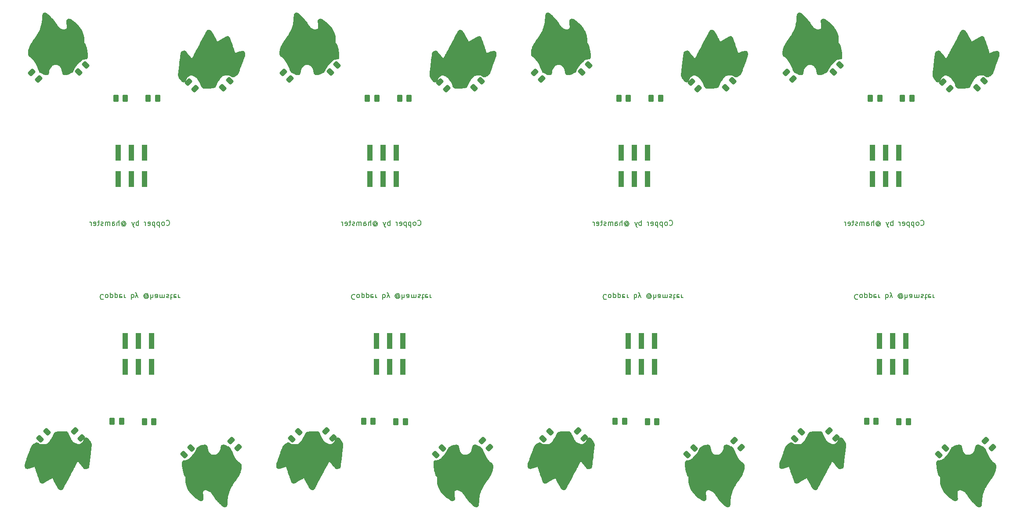
<source format=gbr>
%TF.GenerationSoftware,KiCad,Pcbnew,(6.0.7)*%
%TF.CreationDate,2022-09-13T00:00:18-06:00*%
%TF.ProjectId,MiniMageSpells-panel,4d696e69-4d61-4676-9553-70656c6c732d,1.1*%
%TF.SameCoordinates,Original*%
%TF.FileFunction,Soldermask,Bot*%
%TF.FilePolarity,Negative*%
%FSLAX46Y46*%
G04 Gerber Fmt 4.6, Leading zero omitted, Abs format (unit mm)*
G04 Created by KiCad (PCBNEW (6.0.7)) date 2022-09-13 00:00:18*
%MOMM*%
%LPD*%
G01*
G04 APERTURE LIST*
G04 Aperture macros list*
%AMRoundRect*
0 Rectangle with rounded corners*
0 $1 Rounding radius*
0 $2 $3 $4 $5 $6 $7 $8 $9 X,Y pos of 4 corners*
0 Add a 4 corners polygon primitive as box body*
4,1,4,$2,$3,$4,$5,$6,$7,$8,$9,$2,$3,0*
0 Add four circle primitives for the rounded corners*
1,1,$1+$1,$2,$3*
1,1,$1+$1,$4,$5*
1,1,$1+$1,$6,$7*
1,1,$1+$1,$8,$9*
0 Add four rect primitives between the rounded corners*
20,1,$1+$1,$2,$3,$4,$5,0*
20,1,$1+$1,$4,$5,$6,$7,0*
20,1,$1+$1,$6,$7,$8,$9,0*
20,1,$1+$1,$8,$9,$2,$3,0*%
G04 Aperture macros list end*
%ADD10C,0.150000*%
%ADD11RoundRect,0.250000X-0.262500X-0.450000X0.262500X-0.450000X0.262500X0.450000X-0.262500X0.450000X0*%
%ADD12R,1.000000X3.150000*%
%ADD13RoundRect,0.250000X0.262500X0.450000X-0.262500X0.450000X-0.262500X-0.450000X0.262500X-0.450000X0*%
%ADD14RoundRect,0.243750X0.494975X0.150260X0.150260X0.494975X-0.494975X-0.150260X-0.150260X-0.494975X0*%
%ADD15RoundRect,0.243750X-0.150260X0.494975X-0.494975X0.150260X0.150260X-0.494975X0.494975X-0.150260X0*%
%ADD16RoundRect,0.243750X0.150260X-0.494975X0.494975X-0.150260X-0.150260X0.494975X-0.494975X0.150260X0*%
%ADD17RoundRect,0.243750X-0.494975X-0.150260X-0.150260X-0.494975X0.494975X0.150260X0.150260X0.494975X0*%
G04 APERTURE END LIST*
D10*
X44295238Y-82703336D02*
X44342857Y-82750955D01*
X44485714Y-82798574D01*
X44580952Y-82798574D01*
X44723809Y-82750955D01*
X44819048Y-82655717D01*
X44866667Y-82560479D01*
X44914286Y-82370003D01*
X44914286Y-82227146D01*
X44866667Y-82036670D01*
X44819048Y-81941432D01*
X44723809Y-81846194D01*
X44580952Y-81798574D01*
X44485714Y-81798574D01*
X44342857Y-81846194D01*
X44295238Y-81893813D01*
X43723809Y-82798574D02*
X43819048Y-82750955D01*
X43866667Y-82703336D01*
X43914286Y-82608098D01*
X43914286Y-82322384D01*
X43866667Y-82227146D01*
X43819048Y-82179527D01*
X43723809Y-82131908D01*
X43580952Y-82131908D01*
X43485714Y-82179527D01*
X43438095Y-82227146D01*
X43390476Y-82322384D01*
X43390476Y-82608098D01*
X43438095Y-82703336D01*
X43485714Y-82750955D01*
X43580952Y-82798574D01*
X43723809Y-82798574D01*
X42961905Y-82131908D02*
X42961905Y-83131908D01*
X42961905Y-82179527D02*
X42866667Y-82131908D01*
X42676190Y-82131908D01*
X42580952Y-82179527D01*
X42533333Y-82227146D01*
X42485714Y-82322384D01*
X42485714Y-82608098D01*
X42533333Y-82703336D01*
X42580952Y-82750955D01*
X42676190Y-82798574D01*
X42866667Y-82798574D01*
X42961905Y-82750955D01*
X42057143Y-82131908D02*
X42057143Y-83131908D01*
X42057143Y-82179527D02*
X41961905Y-82131908D01*
X41771429Y-82131908D01*
X41676190Y-82179527D01*
X41628571Y-82227146D01*
X41580952Y-82322384D01*
X41580952Y-82608098D01*
X41628571Y-82703336D01*
X41676190Y-82750955D01*
X41771429Y-82798574D01*
X41961905Y-82798574D01*
X42057143Y-82750955D01*
X40771429Y-82750955D02*
X40866667Y-82798574D01*
X41057143Y-82798574D01*
X41152381Y-82750955D01*
X41200000Y-82655717D01*
X41200000Y-82274765D01*
X41152381Y-82179527D01*
X41057143Y-82131908D01*
X40866667Y-82131908D01*
X40771429Y-82179527D01*
X40723809Y-82274765D01*
X40723809Y-82370003D01*
X41200000Y-82465241D01*
X40295238Y-82798574D02*
X40295238Y-82131908D01*
X40295238Y-82322384D02*
X40247619Y-82227146D01*
X40200000Y-82179527D01*
X40104762Y-82131908D01*
X40009524Y-82131908D01*
X38914286Y-82798574D02*
X38914286Y-81798574D01*
X38914286Y-82179527D02*
X38819048Y-82131908D01*
X38628571Y-82131908D01*
X38533333Y-82179527D01*
X38485714Y-82227146D01*
X38438095Y-82322384D01*
X38438095Y-82608098D01*
X38485714Y-82703336D01*
X38533333Y-82750955D01*
X38628571Y-82798574D01*
X38819048Y-82798574D01*
X38914286Y-82750955D01*
X38104762Y-82131908D02*
X37866667Y-82798574D01*
X37628571Y-82131908D02*
X37866667Y-82798574D01*
X37961905Y-83036670D01*
X38009524Y-83084289D01*
X38104762Y-83131908D01*
X35866667Y-82322384D02*
X35914286Y-82274765D01*
X36009524Y-82227146D01*
X36104762Y-82227146D01*
X36200000Y-82274765D01*
X36247619Y-82322384D01*
X36295238Y-82417622D01*
X36295238Y-82512860D01*
X36247619Y-82608098D01*
X36200000Y-82655717D01*
X36104762Y-82703336D01*
X36009524Y-82703336D01*
X35914286Y-82655717D01*
X35866667Y-82608098D01*
X35866667Y-82227146D02*
X35866667Y-82608098D01*
X35819048Y-82655717D01*
X35771429Y-82655717D01*
X35676190Y-82608098D01*
X35628571Y-82512860D01*
X35628571Y-82274765D01*
X35723809Y-82131908D01*
X35866667Y-82036670D01*
X36057143Y-81989051D01*
X36247619Y-82036670D01*
X36390476Y-82131908D01*
X36485714Y-82274765D01*
X36533333Y-82465241D01*
X36485714Y-82655717D01*
X36390476Y-82798574D01*
X36247619Y-82893813D01*
X36057143Y-82941432D01*
X35866667Y-82893813D01*
X35723809Y-82798574D01*
X35200000Y-82798574D02*
X35200000Y-81798574D01*
X34771429Y-82798574D02*
X34771429Y-82274765D01*
X34819048Y-82179527D01*
X34914286Y-82131908D01*
X35057143Y-82131908D01*
X35152381Y-82179527D01*
X35200000Y-82227146D01*
X33866667Y-82798574D02*
X33866667Y-82274765D01*
X33914286Y-82179527D01*
X34009524Y-82131908D01*
X34200000Y-82131908D01*
X34295238Y-82179527D01*
X33866667Y-82750955D02*
X33961905Y-82798574D01*
X34200000Y-82798574D01*
X34295238Y-82750955D01*
X34342857Y-82655717D01*
X34342857Y-82560479D01*
X34295238Y-82465241D01*
X34200000Y-82417622D01*
X33961905Y-82417622D01*
X33866667Y-82370003D01*
X33390476Y-82798574D02*
X33390476Y-82131908D01*
X33390476Y-82227146D02*
X33342857Y-82179527D01*
X33247619Y-82131908D01*
X33104762Y-82131908D01*
X33009524Y-82179527D01*
X32961905Y-82274765D01*
X32961905Y-82798574D01*
X32961905Y-82274765D02*
X32914286Y-82179527D01*
X32819048Y-82131908D01*
X32676190Y-82131908D01*
X32580952Y-82179527D01*
X32533333Y-82274765D01*
X32533333Y-82798574D01*
X32104762Y-82750955D02*
X32009524Y-82798574D01*
X31819048Y-82798574D01*
X31723809Y-82750955D01*
X31676190Y-82655717D01*
X31676190Y-82608098D01*
X31723809Y-82512860D01*
X31819048Y-82465241D01*
X31961905Y-82465241D01*
X32057143Y-82417622D01*
X32104762Y-82322384D01*
X32104762Y-82274765D01*
X32057143Y-82179527D01*
X31961905Y-82131908D01*
X31819048Y-82131908D01*
X31723809Y-82179527D01*
X31390476Y-82131908D02*
X31009524Y-82131908D01*
X31247619Y-81798574D02*
X31247619Y-82655717D01*
X31200000Y-82750955D01*
X31104762Y-82798574D01*
X31009524Y-82798574D01*
X30295238Y-82750955D02*
X30390476Y-82798574D01*
X30580952Y-82798574D01*
X30676190Y-82750955D01*
X30723809Y-82655717D01*
X30723809Y-82274765D01*
X30676190Y-82179527D01*
X30580952Y-82131908D01*
X30390476Y-82131908D01*
X30295238Y-82179527D01*
X30247619Y-82274765D01*
X30247619Y-82370003D01*
X30723809Y-82465241D01*
X29819048Y-82798574D02*
X29819048Y-82131908D01*
X29819048Y-82322384D02*
X29771429Y-82227146D01*
X29723809Y-82179527D01*
X29628571Y-82131908D01*
X29533333Y-82131908D01*
X92762988Y-82703336D02*
X92810607Y-82750955D01*
X92953464Y-82798574D01*
X93048702Y-82798574D01*
X93191559Y-82750955D01*
X93286798Y-82655717D01*
X93334417Y-82560479D01*
X93382036Y-82370003D01*
X93382036Y-82227146D01*
X93334417Y-82036670D01*
X93286798Y-81941432D01*
X93191559Y-81846194D01*
X93048702Y-81798574D01*
X92953464Y-81798574D01*
X92810607Y-81846194D01*
X92762988Y-81893813D01*
X92191559Y-82798574D02*
X92286798Y-82750955D01*
X92334417Y-82703336D01*
X92382036Y-82608098D01*
X92382036Y-82322384D01*
X92334417Y-82227146D01*
X92286798Y-82179527D01*
X92191559Y-82131908D01*
X92048702Y-82131908D01*
X91953464Y-82179527D01*
X91905845Y-82227146D01*
X91858226Y-82322384D01*
X91858226Y-82608098D01*
X91905845Y-82703336D01*
X91953464Y-82750955D01*
X92048702Y-82798574D01*
X92191559Y-82798574D01*
X91429655Y-82131908D02*
X91429655Y-83131908D01*
X91429655Y-82179527D02*
X91334417Y-82131908D01*
X91143940Y-82131908D01*
X91048702Y-82179527D01*
X91001083Y-82227146D01*
X90953464Y-82322384D01*
X90953464Y-82608098D01*
X91001083Y-82703336D01*
X91048702Y-82750955D01*
X91143940Y-82798574D01*
X91334417Y-82798574D01*
X91429655Y-82750955D01*
X90524893Y-82131908D02*
X90524893Y-83131908D01*
X90524893Y-82179527D02*
X90429655Y-82131908D01*
X90239179Y-82131908D01*
X90143940Y-82179527D01*
X90096321Y-82227146D01*
X90048702Y-82322384D01*
X90048702Y-82608098D01*
X90096321Y-82703336D01*
X90143940Y-82750955D01*
X90239179Y-82798574D01*
X90429655Y-82798574D01*
X90524893Y-82750955D01*
X89239179Y-82750955D02*
X89334417Y-82798574D01*
X89524893Y-82798574D01*
X89620131Y-82750955D01*
X89667750Y-82655717D01*
X89667750Y-82274765D01*
X89620131Y-82179527D01*
X89524893Y-82131908D01*
X89334417Y-82131908D01*
X89239179Y-82179527D01*
X89191559Y-82274765D01*
X89191559Y-82370003D01*
X89667750Y-82465241D01*
X88762988Y-82798574D02*
X88762988Y-82131908D01*
X88762988Y-82322384D02*
X88715369Y-82227146D01*
X88667750Y-82179527D01*
X88572512Y-82131908D01*
X88477274Y-82131908D01*
X87382036Y-82798574D02*
X87382036Y-81798574D01*
X87382036Y-82179527D02*
X87286798Y-82131908D01*
X87096321Y-82131908D01*
X87001083Y-82179527D01*
X86953464Y-82227146D01*
X86905845Y-82322384D01*
X86905845Y-82608098D01*
X86953464Y-82703336D01*
X87001083Y-82750955D01*
X87096321Y-82798574D01*
X87286798Y-82798574D01*
X87382036Y-82750955D01*
X86572512Y-82131908D02*
X86334417Y-82798574D01*
X86096321Y-82131908D02*
X86334417Y-82798574D01*
X86429655Y-83036670D01*
X86477274Y-83084289D01*
X86572512Y-83131908D01*
X84334417Y-82322384D02*
X84382036Y-82274765D01*
X84477274Y-82227146D01*
X84572512Y-82227146D01*
X84667750Y-82274765D01*
X84715369Y-82322384D01*
X84762988Y-82417622D01*
X84762988Y-82512860D01*
X84715369Y-82608098D01*
X84667750Y-82655717D01*
X84572512Y-82703336D01*
X84477274Y-82703336D01*
X84382036Y-82655717D01*
X84334417Y-82608098D01*
X84334417Y-82227146D02*
X84334417Y-82608098D01*
X84286798Y-82655717D01*
X84239179Y-82655717D01*
X84143940Y-82608098D01*
X84096321Y-82512860D01*
X84096321Y-82274765D01*
X84191559Y-82131908D01*
X84334417Y-82036670D01*
X84524893Y-81989051D01*
X84715369Y-82036670D01*
X84858226Y-82131908D01*
X84953464Y-82274765D01*
X85001083Y-82465241D01*
X84953464Y-82655717D01*
X84858226Y-82798574D01*
X84715369Y-82893813D01*
X84524893Y-82941432D01*
X84334417Y-82893813D01*
X84191559Y-82798574D01*
X83667750Y-82798574D02*
X83667750Y-81798574D01*
X83239179Y-82798574D02*
X83239179Y-82274765D01*
X83286798Y-82179527D01*
X83382036Y-82131908D01*
X83524893Y-82131908D01*
X83620131Y-82179527D01*
X83667750Y-82227146D01*
X82334417Y-82798574D02*
X82334417Y-82274765D01*
X82382036Y-82179527D01*
X82477274Y-82131908D01*
X82667750Y-82131908D01*
X82762988Y-82179527D01*
X82334417Y-82750955D02*
X82429655Y-82798574D01*
X82667750Y-82798574D01*
X82762988Y-82750955D01*
X82810607Y-82655717D01*
X82810607Y-82560479D01*
X82762988Y-82465241D01*
X82667750Y-82417622D01*
X82429655Y-82417622D01*
X82334417Y-82370003D01*
X81858226Y-82798574D02*
X81858226Y-82131908D01*
X81858226Y-82227146D02*
X81810607Y-82179527D01*
X81715369Y-82131908D01*
X81572512Y-82131908D01*
X81477274Y-82179527D01*
X81429655Y-82274765D01*
X81429655Y-82798574D01*
X81429655Y-82274765D02*
X81382036Y-82179527D01*
X81286798Y-82131908D01*
X81143940Y-82131908D01*
X81048702Y-82179527D01*
X81001083Y-82274765D01*
X81001083Y-82798574D01*
X80572512Y-82750955D02*
X80477274Y-82798574D01*
X80286798Y-82798574D01*
X80191559Y-82750955D01*
X80143940Y-82655717D01*
X80143940Y-82608098D01*
X80191559Y-82512860D01*
X80286798Y-82465241D01*
X80429655Y-82465241D01*
X80524893Y-82417622D01*
X80572512Y-82322384D01*
X80572512Y-82274765D01*
X80524893Y-82179527D01*
X80429655Y-82131908D01*
X80286798Y-82131908D01*
X80191559Y-82179527D01*
X79858226Y-82131908D02*
X79477274Y-82131908D01*
X79715369Y-81798574D02*
X79715369Y-82655717D01*
X79667750Y-82750955D01*
X79572512Y-82798574D01*
X79477274Y-82798574D01*
X78762988Y-82750955D02*
X78858226Y-82798574D01*
X79048702Y-82798574D01*
X79143940Y-82750955D01*
X79191559Y-82655717D01*
X79191559Y-82274765D01*
X79143940Y-82179527D01*
X79048702Y-82131908D01*
X78858226Y-82131908D01*
X78762988Y-82179527D01*
X78715369Y-82274765D01*
X78715369Y-82370003D01*
X79191559Y-82465241D01*
X78286798Y-82798574D02*
X78286798Y-82131908D01*
X78286798Y-82322384D02*
X78239179Y-82227146D01*
X78191559Y-82179527D01*
X78096321Y-82131908D01*
X78001083Y-82131908D01*
X141230738Y-82703336D02*
X141278357Y-82750955D01*
X141421214Y-82798574D01*
X141516452Y-82798574D01*
X141659309Y-82750955D01*
X141754548Y-82655717D01*
X141802167Y-82560479D01*
X141849786Y-82370003D01*
X141849786Y-82227146D01*
X141802167Y-82036670D01*
X141754548Y-81941432D01*
X141659309Y-81846194D01*
X141516452Y-81798574D01*
X141421214Y-81798574D01*
X141278357Y-81846194D01*
X141230738Y-81893813D01*
X140659309Y-82798574D02*
X140754548Y-82750955D01*
X140802167Y-82703336D01*
X140849786Y-82608098D01*
X140849786Y-82322384D01*
X140802167Y-82227146D01*
X140754548Y-82179527D01*
X140659309Y-82131908D01*
X140516452Y-82131908D01*
X140421214Y-82179527D01*
X140373595Y-82227146D01*
X140325976Y-82322384D01*
X140325976Y-82608098D01*
X140373595Y-82703336D01*
X140421214Y-82750955D01*
X140516452Y-82798574D01*
X140659309Y-82798574D01*
X139897405Y-82131908D02*
X139897405Y-83131908D01*
X139897405Y-82179527D02*
X139802167Y-82131908D01*
X139611690Y-82131908D01*
X139516452Y-82179527D01*
X139468833Y-82227146D01*
X139421214Y-82322384D01*
X139421214Y-82608098D01*
X139468833Y-82703336D01*
X139516452Y-82750955D01*
X139611690Y-82798574D01*
X139802167Y-82798574D01*
X139897405Y-82750955D01*
X138992643Y-82131908D02*
X138992643Y-83131908D01*
X138992643Y-82179527D02*
X138897405Y-82131908D01*
X138706929Y-82131908D01*
X138611690Y-82179527D01*
X138564071Y-82227146D01*
X138516452Y-82322384D01*
X138516452Y-82608098D01*
X138564071Y-82703336D01*
X138611690Y-82750955D01*
X138706929Y-82798574D01*
X138897405Y-82798574D01*
X138992643Y-82750955D01*
X137706929Y-82750955D02*
X137802167Y-82798574D01*
X137992643Y-82798574D01*
X138087881Y-82750955D01*
X138135500Y-82655717D01*
X138135500Y-82274765D01*
X138087881Y-82179527D01*
X137992643Y-82131908D01*
X137802167Y-82131908D01*
X137706929Y-82179527D01*
X137659309Y-82274765D01*
X137659309Y-82370003D01*
X138135500Y-82465241D01*
X137230738Y-82798574D02*
X137230738Y-82131908D01*
X137230738Y-82322384D02*
X137183119Y-82227146D01*
X137135500Y-82179527D01*
X137040262Y-82131908D01*
X136945024Y-82131908D01*
X135849786Y-82798574D02*
X135849786Y-81798574D01*
X135849786Y-82179527D02*
X135754548Y-82131908D01*
X135564071Y-82131908D01*
X135468833Y-82179527D01*
X135421214Y-82227146D01*
X135373595Y-82322384D01*
X135373595Y-82608098D01*
X135421214Y-82703336D01*
X135468833Y-82750955D01*
X135564071Y-82798574D01*
X135754548Y-82798574D01*
X135849786Y-82750955D01*
X135040262Y-82131908D02*
X134802167Y-82798574D01*
X134564071Y-82131908D02*
X134802167Y-82798574D01*
X134897405Y-83036670D01*
X134945024Y-83084289D01*
X135040262Y-83131908D01*
X132802167Y-82322384D02*
X132849786Y-82274765D01*
X132945024Y-82227146D01*
X133040262Y-82227146D01*
X133135500Y-82274765D01*
X133183119Y-82322384D01*
X133230738Y-82417622D01*
X133230738Y-82512860D01*
X133183119Y-82608098D01*
X133135500Y-82655717D01*
X133040262Y-82703336D01*
X132945024Y-82703336D01*
X132849786Y-82655717D01*
X132802167Y-82608098D01*
X132802167Y-82227146D02*
X132802167Y-82608098D01*
X132754548Y-82655717D01*
X132706929Y-82655717D01*
X132611690Y-82608098D01*
X132564071Y-82512860D01*
X132564071Y-82274765D01*
X132659309Y-82131908D01*
X132802167Y-82036670D01*
X132992643Y-81989051D01*
X133183119Y-82036670D01*
X133325976Y-82131908D01*
X133421214Y-82274765D01*
X133468833Y-82465241D01*
X133421214Y-82655717D01*
X133325976Y-82798574D01*
X133183119Y-82893813D01*
X132992643Y-82941432D01*
X132802167Y-82893813D01*
X132659309Y-82798574D01*
X132135500Y-82798574D02*
X132135500Y-81798574D01*
X131706929Y-82798574D02*
X131706929Y-82274765D01*
X131754548Y-82179527D01*
X131849786Y-82131908D01*
X131992643Y-82131908D01*
X132087881Y-82179527D01*
X132135500Y-82227146D01*
X130802167Y-82798574D02*
X130802167Y-82274765D01*
X130849786Y-82179527D01*
X130945024Y-82131908D01*
X131135500Y-82131908D01*
X131230738Y-82179527D01*
X130802167Y-82750955D02*
X130897405Y-82798574D01*
X131135500Y-82798574D01*
X131230738Y-82750955D01*
X131278357Y-82655717D01*
X131278357Y-82560479D01*
X131230738Y-82465241D01*
X131135500Y-82417622D01*
X130897405Y-82417622D01*
X130802167Y-82370003D01*
X130325976Y-82798574D02*
X130325976Y-82131908D01*
X130325976Y-82227146D02*
X130278357Y-82179527D01*
X130183119Y-82131908D01*
X130040262Y-82131908D01*
X129945024Y-82179527D01*
X129897405Y-82274765D01*
X129897405Y-82798574D01*
X129897405Y-82274765D02*
X129849786Y-82179527D01*
X129754548Y-82131908D01*
X129611690Y-82131908D01*
X129516452Y-82179527D01*
X129468833Y-82274765D01*
X129468833Y-82798574D01*
X129040262Y-82750955D02*
X128945024Y-82798574D01*
X128754548Y-82798574D01*
X128659309Y-82750955D01*
X128611690Y-82655717D01*
X128611690Y-82608098D01*
X128659309Y-82512860D01*
X128754548Y-82465241D01*
X128897405Y-82465241D01*
X128992643Y-82417622D01*
X129040262Y-82322384D01*
X129040262Y-82274765D01*
X128992643Y-82179527D01*
X128897405Y-82131908D01*
X128754548Y-82131908D01*
X128659309Y-82179527D01*
X128325976Y-82131908D02*
X127945024Y-82131908D01*
X128183119Y-81798574D02*
X128183119Y-82655717D01*
X128135500Y-82750955D01*
X128040262Y-82798574D01*
X127945024Y-82798574D01*
X127230738Y-82750955D02*
X127325976Y-82798574D01*
X127516452Y-82798574D01*
X127611690Y-82750955D01*
X127659309Y-82655717D01*
X127659309Y-82274765D01*
X127611690Y-82179527D01*
X127516452Y-82131908D01*
X127325976Y-82131908D01*
X127230738Y-82179527D01*
X127183119Y-82274765D01*
X127183119Y-82370003D01*
X127659309Y-82465241D01*
X126754548Y-82798574D02*
X126754548Y-82131908D01*
X126754548Y-82322384D02*
X126706929Y-82227146D01*
X126659309Y-82179527D01*
X126564071Y-82131908D01*
X126468833Y-82131908D01*
X32156743Y-96176233D02*
X32109124Y-96128614D01*
X31966267Y-96080995D01*
X31871029Y-96080995D01*
X31728172Y-96128614D01*
X31632933Y-96223852D01*
X31585314Y-96319090D01*
X31537695Y-96509566D01*
X31537695Y-96652423D01*
X31585314Y-96842899D01*
X31632933Y-96938137D01*
X31728172Y-97033376D01*
X31871029Y-97080995D01*
X31966267Y-97080995D01*
X32109124Y-97033376D01*
X32156743Y-96985756D01*
X32728172Y-96080995D02*
X32632933Y-96128614D01*
X32585314Y-96176233D01*
X32537695Y-96271471D01*
X32537695Y-96557185D01*
X32585314Y-96652423D01*
X32632933Y-96700042D01*
X32728172Y-96747661D01*
X32871029Y-96747661D01*
X32966267Y-96700042D01*
X33013886Y-96652423D01*
X33061505Y-96557185D01*
X33061505Y-96271471D01*
X33013886Y-96176233D01*
X32966267Y-96128614D01*
X32871029Y-96080995D01*
X32728172Y-96080995D01*
X33490076Y-96747661D02*
X33490076Y-95747661D01*
X33490076Y-96700042D02*
X33585314Y-96747661D01*
X33775791Y-96747661D01*
X33871029Y-96700042D01*
X33918648Y-96652423D01*
X33966267Y-96557185D01*
X33966267Y-96271471D01*
X33918648Y-96176233D01*
X33871029Y-96128614D01*
X33775791Y-96080995D01*
X33585314Y-96080995D01*
X33490076Y-96128614D01*
X34394838Y-96747661D02*
X34394838Y-95747661D01*
X34394838Y-96700042D02*
X34490076Y-96747661D01*
X34680553Y-96747661D01*
X34775791Y-96700042D01*
X34823410Y-96652423D01*
X34871029Y-96557185D01*
X34871029Y-96271471D01*
X34823410Y-96176233D01*
X34775791Y-96128614D01*
X34680553Y-96080995D01*
X34490076Y-96080995D01*
X34394838Y-96128614D01*
X35680553Y-96128614D02*
X35585314Y-96080995D01*
X35394838Y-96080995D01*
X35299600Y-96128614D01*
X35251981Y-96223852D01*
X35251981Y-96604804D01*
X35299600Y-96700042D01*
X35394838Y-96747661D01*
X35585314Y-96747661D01*
X35680553Y-96700042D01*
X35728172Y-96604804D01*
X35728172Y-96509566D01*
X35251981Y-96414328D01*
X36156743Y-96080995D02*
X36156743Y-96747661D01*
X36156743Y-96557185D02*
X36204362Y-96652423D01*
X36251981Y-96700042D01*
X36347219Y-96747661D01*
X36442457Y-96747661D01*
X37537695Y-96080995D02*
X37537695Y-97080995D01*
X37537695Y-96700042D02*
X37632933Y-96747661D01*
X37823410Y-96747661D01*
X37918648Y-96700042D01*
X37966267Y-96652423D01*
X38013886Y-96557185D01*
X38013886Y-96271471D01*
X37966267Y-96176233D01*
X37918648Y-96128614D01*
X37823410Y-96080995D01*
X37632933Y-96080995D01*
X37537695Y-96128614D01*
X38347219Y-96747661D02*
X38585314Y-96080995D01*
X38823410Y-96747661D02*
X38585314Y-96080995D01*
X38490076Y-95842899D01*
X38442457Y-95795280D01*
X38347219Y-95747661D01*
X40585314Y-96557185D02*
X40537695Y-96604804D01*
X40442457Y-96652423D01*
X40347219Y-96652423D01*
X40251981Y-96604804D01*
X40204362Y-96557185D01*
X40156743Y-96461947D01*
X40156743Y-96366709D01*
X40204362Y-96271471D01*
X40251981Y-96223852D01*
X40347219Y-96176233D01*
X40442457Y-96176233D01*
X40537695Y-96223852D01*
X40585314Y-96271471D01*
X40585314Y-96652423D02*
X40585314Y-96271471D01*
X40632933Y-96223852D01*
X40680553Y-96223852D01*
X40775791Y-96271471D01*
X40823410Y-96366709D01*
X40823410Y-96604804D01*
X40728172Y-96747661D01*
X40585314Y-96842899D01*
X40394838Y-96890518D01*
X40204362Y-96842899D01*
X40061505Y-96747661D01*
X39966267Y-96604804D01*
X39918648Y-96414328D01*
X39966267Y-96223852D01*
X40061505Y-96080995D01*
X40204362Y-95985756D01*
X40394838Y-95938137D01*
X40585314Y-95985756D01*
X40728172Y-96080995D01*
X41251981Y-96080995D02*
X41251981Y-97080995D01*
X41680553Y-96080995D02*
X41680553Y-96604804D01*
X41632933Y-96700042D01*
X41537695Y-96747661D01*
X41394838Y-96747661D01*
X41299600Y-96700042D01*
X41251981Y-96652423D01*
X42585314Y-96080995D02*
X42585314Y-96604804D01*
X42537695Y-96700042D01*
X42442457Y-96747661D01*
X42251981Y-96747661D01*
X42156743Y-96700042D01*
X42585314Y-96128614D02*
X42490076Y-96080995D01*
X42251981Y-96080995D01*
X42156743Y-96128614D01*
X42109124Y-96223852D01*
X42109124Y-96319090D01*
X42156743Y-96414328D01*
X42251981Y-96461947D01*
X42490076Y-96461947D01*
X42585314Y-96509566D01*
X43061505Y-96080995D02*
X43061505Y-96747661D01*
X43061505Y-96652423D02*
X43109124Y-96700042D01*
X43204362Y-96747661D01*
X43347219Y-96747661D01*
X43442457Y-96700042D01*
X43490076Y-96604804D01*
X43490076Y-96080995D01*
X43490076Y-96604804D02*
X43537695Y-96700042D01*
X43632933Y-96747661D01*
X43775791Y-96747661D01*
X43871029Y-96700042D01*
X43918648Y-96604804D01*
X43918648Y-96080995D01*
X44347219Y-96128614D02*
X44442457Y-96080995D01*
X44632933Y-96080995D01*
X44728172Y-96128614D01*
X44775791Y-96223852D01*
X44775791Y-96271471D01*
X44728172Y-96366709D01*
X44632933Y-96414328D01*
X44490076Y-96414328D01*
X44394838Y-96461947D01*
X44347219Y-96557185D01*
X44347219Y-96604804D01*
X44394838Y-96700042D01*
X44490076Y-96747661D01*
X44632933Y-96747661D01*
X44728172Y-96700042D01*
X45061505Y-96747661D02*
X45442457Y-96747661D01*
X45204362Y-97080995D02*
X45204362Y-96223852D01*
X45251981Y-96128614D01*
X45347219Y-96080995D01*
X45442457Y-96080995D01*
X46156743Y-96128614D02*
X46061505Y-96080995D01*
X45871029Y-96080995D01*
X45775791Y-96128614D01*
X45728172Y-96223852D01*
X45728172Y-96604804D01*
X45775791Y-96700042D01*
X45871029Y-96747661D01*
X46061505Y-96747661D01*
X46156743Y-96700042D01*
X46204362Y-96604804D01*
X46204362Y-96509566D01*
X45728172Y-96414328D01*
X46632933Y-96080995D02*
X46632933Y-96747661D01*
X46632933Y-96557185D02*
X46680553Y-96652423D01*
X46728172Y-96700042D01*
X46823410Y-96747661D01*
X46918648Y-96747661D01*
X80624493Y-96176233D02*
X80576874Y-96128614D01*
X80434017Y-96080995D01*
X80338779Y-96080995D01*
X80195922Y-96128614D01*
X80100683Y-96223852D01*
X80053064Y-96319090D01*
X80005445Y-96509566D01*
X80005445Y-96652423D01*
X80053064Y-96842899D01*
X80100683Y-96938137D01*
X80195922Y-97033376D01*
X80338779Y-97080995D01*
X80434017Y-97080995D01*
X80576874Y-97033376D01*
X80624493Y-96985756D01*
X81195922Y-96080995D02*
X81100683Y-96128614D01*
X81053064Y-96176233D01*
X81005445Y-96271471D01*
X81005445Y-96557185D01*
X81053064Y-96652423D01*
X81100683Y-96700042D01*
X81195922Y-96747661D01*
X81338779Y-96747661D01*
X81434017Y-96700042D01*
X81481636Y-96652423D01*
X81529255Y-96557185D01*
X81529255Y-96271471D01*
X81481636Y-96176233D01*
X81434017Y-96128614D01*
X81338779Y-96080995D01*
X81195922Y-96080995D01*
X81957826Y-96747661D02*
X81957826Y-95747661D01*
X81957826Y-96700042D02*
X82053064Y-96747661D01*
X82243541Y-96747661D01*
X82338779Y-96700042D01*
X82386398Y-96652423D01*
X82434017Y-96557185D01*
X82434017Y-96271471D01*
X82386398Y-96176233D01*
X82338779Y-96128614D01*
X82243541Y-96080995D01*
X82053064Y-96080995D01*
X81957826Y-96128614D01*
X82862588Y-96747661D02*
X82862588Y-95747661D01*
X82862588Y-96700042D02*
X82957826Y-96747661D01*
X83148303Y-96747661D01*
X83243541Y-96700042D01*
X83291160Y-96652423D01*
X83338779Y-96557185D01*
X83338779Y-96271471D01*
X83291160Y-96176233D01*
X83243541Y-96128614D01*
X83148303Y-96080995D01*
X82957826Y-96080995D01*
X82862588Y-96128614D01*
X84148303Y-96128614D02*
X84053064Y-96080995D01*
X83862588Y-96080995D01*
X83767350Y-96128614D01*
X83719731Y-96223852D01*
X83719731Y-96604804D01*
X83767350Y-96700042D01*
X83862588Y-96747661D01*
X84053064Y-96747661D01*
X84148303Y-96700042D01*
X84195922Y-96604804D01*
X84195922Y-96509566D01*
X83719731Y-96414328D01*
X84624493Y-96080995D02*
X84624493Y-96747661D01*
X84624493Y-96557185D02*
X84672112Y-96652423D01*
X84719731Y-96700042D01*
X84814969Y-96747661D01*
X84910207Y-96747661D01*
X86005445Y-96080995D02*
X86005445Y-97080995D01*
X86005445Y-96700042D02*
X86100683Y-96747661D01*
X86291160Y-96747661D01*
X86386398Y-96700042D01*
X86434017Y-96652423D01*
X86481636Y-96557185D01*
X86481636Y-96271471D01*
X86434017Y-96176233D01*
X86386398Y-96128614D01*
X86291160Y-96080995D01*
X86100683Y-96080995D01*
X86005445Y-96128614D01*
X86814969Y-96747661D02*
X87053064Y-96080995D01*
X87291160Y-96747661D02*
X87053064Y-96080995D01*
X86957826Y-95842899D01*
X86910207Y-95795280D01*
X86814969Y-95747661D01*
X89053064Y-96557185D02*
X89005445Y-96604804D01*
X88910207Y-96652423D01*
X88814969Y-96652423D01*
X88719731Y-96604804D01*
X88672112Y-96557185D01*
X88624493Y-96461947D01*
X88624493Y-96366709D01*
X88672112Y-96271471D01*
X88719731Y-96223852D01*
X88814969Y-96176233D01*
X88910207Y-96176233D01*
X89005445Y-96223852D01*
X89053064Y-96271471D01*
X89053064Y-96652423D02*
X89053064Y-96271471D01*
X89100683Y-96223852D01*
X89148303Y-96223852D01*
X89243541Y-96271471D01*
X89291160Y-96366709D01*
X89291160Y-96604804D01*
X89195922Y-96747661D01*
X89053064Y-96842899D01*
X88862588Y-96890518D01*
X88672112Y-96842899D01*
X88529255Y-96747661D01*
X88434017Y-96604804D01*
X88386398Y-96414328D01*
X88434017Y-96223852D01*
X88529255Y-96080995D01*
X88672112Y-95985756D01*
X88862588Y-95938137D01*
X89053064Y-95985756D01*
X89195922Y-96080995D01*
X89719731Y-96080995D02*
X89719731Y-97080995D01*
X90148303Y-96080995D02*
X90148303Y-96604804D01*
X90100683Y-96700042D01*
X90005445Y-96747661D01*
X89862588Y-96747661D01*
X89767350Y-96700042D01*
X89719731Y-96652423D01*
X91053064Y-96080995D02*
X91053064Y-96604804D01*
X91005445Y-96700042D01*
X90910207Y-96747661D01*
X90719731Y-96747661D01*
X90624493Y-96700042D01*
X91053064Y-96128614D02*
X90957826Y-96080995D01*
X90719731Y-96080995D01*
X90624493Y-96128614D01*
X90576874Y-96223852D01*
X90576874Y-96319090D01*
X90624493Y-96414328D01*
X90719731Y-96461947D01*
X90957826Y-96461947D01*
X91053064Y-96509566D01*
X91529255Y-96080995D02*
X91529255Y-96747661D01*
X91529255Y-96652423D02*
X91576874Y-96700042D01*
X91672112Y-96747661D01*
X91814969Y-96747661D01*
X91910207Y-96700042D01*
X91957826Y-96604804D01*
X91957826Y-96080995D01*
X91957826Y-96604804D02*
X92005445Y-96700042D01*
X92100683Y-96747661D01*
X92243541Y-96747661D01*
X92338779Y-96700042D01*
X92386398Y-96604804D01*
X92386398Y-96080995D01*
X92814969Y-96128614D02*
X92910207Y-96080995D01*
X93100683Y-96080995D01*
X93195922Y-96128614D01*
X93243541Y-96223852D01*
X93243541Y-96271471D01*
X93195922Y-96366709D01*
X93100683Y-96414328D01*
X92957826Y-96414328D01*
X92862588Y-96461947D01*
X92814969Y-96557185D01*
X92814969Y-96604804D01*
X92862588Y-96700042D01*
X92957826Y-96747661D01*
X93100683Y-96747661D01*
X93195922Y-96700042D01*
X93529255Y-96747661D02*
X93910207Y-96747661D01*
X93672112Y-97080995D02*
X93672112Y-96223852D01*
X93719731Y-96128614D01*
X93814969Y-96080995D01*
X93910207Y-96080995D01*
X94624493Y-96128614D02*
X94529255Y-96080995D01*
X94338779Y-96080995D01*
X94243541Y-96128614D01*
X94195922Y-96223852D01*
X94195922Y-96604804D01*
X94243541Y-96700042D01*
X94338779Y-96747661D01*
X94529255Y-96747661D01*
X94624493Y-96700042D01*
X94672112Y-96604804D01*
X94672112Y-96509566D01*
X94195922Y-96414328D01*
X95100683Y-96080995D02*
X95100683Y-96747661D01*
X95100683Y-96557185D02*
X95148303Y-96652423D01*
X95195922Y-96700042D01*
X95291160Y-96747661D01*
X95386398Y-96747661D01*
X189698488Y-82703336D02*
X189746107Y-82750955D01*
X189888964Y-82798574D01*
X189984202Y-82798574D01*
X190127059Y-82750955D01*
X190222298Y-82655717D01*
X190269917Y-82560479D01*
X190317536Y-82370003D01*
X190317536Y-82227146D01*
X190269917Y-82036670D01*
X190222298Y-81941432D01*
X190127059Y-81846194D01*
X189984202Y-81798574D01*
X189888964Y-81798574D01*
X189746107Y-81846194D01*
X189698488Y-81893813D01*
X189127059Y-82798574D02*
X189222298Y-82750955D01*
X189269917Y-82703336D01*
X189317536Y-82608098D01*
X189317536Y-82322384D01*
X189269917Y-82227146D01*
X189222298Y-82179527D01*
X189127059Y-82131908D01*
X188984202Y-82131908D01*
X188888964Y-82179527D01*
X188841345Y-82227146D01*
X188793726Y-82322384D01*
X188793726Y-82608098D01*
X188841345Y-82703336D01*
X188888964Y-82750955D01*
X188984202Y-82798574D01*
X189127059Y-82798574D01*
X188365155Y-82131908D02*
X188365155Y-83131908D01*
X188365155Y-82179527D02*
X188269917Y-82131908D01*
X188079440Y-82131908D01*
X187984202Y-82179527D01*
X187936583Y-82227146D01*
X187888964Y-82322384D01*
X187888964Y-82608098D01*
X187936583Y-82703336D01*
X187984202Y-82750955D01*
X188079440Y-82798574D01*
X188269917Y-82798574D01*
X188365155Y-82750955D01*
X187460393Y-82131908D02*
X187460393Y-83131908D01*
X187460393Y-82179527D02*
X187365155Y-82131908D01*
X187174679Y-82131908D01*
X187079440Y-82179527D01*
X187031821Y-82227146D01*
X186984202Y-82322384D01*
X186984202Y-82608098D01*
X187031821Y-82703336D01*
X187079440Y-82750955D01*
X187174679Y-82798574D01*
X187365155Y-82798574D01*
X187460393Y-82750955D01*
X186174679Y-82750955D02*
X186269917Y-82798574D01*
X186460393Y-82798574D01*
X186555631Y-82750955D01*
X186603250Y-82655717D01*
X186603250Y-82274765D01*
X186555631Y-82179527D01*
X186460393Y-82131908D01*
X186269917Y-82131908D01*
X186174679Y-82179527D01*
X186127059Y-82274765D01*
X186127059Y-82370003D01*
X186603250Y-82465241D01*
X185698488Y-82798574D02*
X185698488Y-82131908D01*
X185698488Y-82322384D02*
X185650869Y-82227146D01*
X185603250Y-82179527D01*
X185508012Y-82131908D01*
X185412774Y-82131908D01*
X184317536Y-82798574D02*
X184317536Y-81798574D01*
X184317536Y-82179527D02*
X184222298Y-82131908D01*
X184031821Y-82131908D01*
X183936583Y-82179527D01*
X183888964Y-82227146D01*
X183841345Y-82322384D01*
X183841345Y-82608098D01*
X183888964Y-82703336D01*
X183936583Y-82750955D01*
X184031821Y-82798574D01*
X184222298Y-82798574D01*
X184317536Y-82750955D01*
X183508012Y-82131908D02*
X183269917Y-82798574D01*
X183031821Y-82131908D02*
X183269917Y-82798574D01*
X183365155Y-83036670D01*
X183412774Y-83084289D01*
X183508012Y-83131908D01*
X181269917Y-82322384D02*
X181317536Y-82274765D01*
X181412774Y-82227146D01*
X181508012Y-82227146D01*
X181603250Y-82274765D01*
X181650869Y-82322384D01*
X181698488Y-82417622D01*
X181698488Y-82512860D01*
X181650869Y-82608098D01*
X181603250Y-82655717D01*
X181508012Y-82703336D01*
X181412774Y-82703336D01*
X181317536Y-82655717D01*
X181269917Y-82608098D01*
X181269917Y-82227146D02*
X181269917Y-82608098D01*
X181222298Y-82655717D01*
X181174679Y-82655717D01*
X181079440Y-82608098D01*
X181031821Y-82512860D01*
X181031821Y-82274765D01*
X181127059Y-82131908D01*
X181269917Y-82036670D01*
X181460393Y-81989051D01*
X181650869Y-82036670D01*
X181793726Y-82131908D01*
X181888964Y-82274765D01*
X181936583Y-82465241D01*
X181888964Y-82655717D01*
X181793726Y-82798574D01*
X181650869Y-82893813D01*
X181460393Y-82941432D01*
X181269917Y-82893813D01*
X181127059Y-82798574D01*
X180603250Y-82798574D02*
X180603250Y-81798574D01*
X180174679Y-82798574D02*
X180174679Y-82274765D01*
X180222298Y-82179527D01*
X180317536Y-82131908D01*
X180460393Y-82131908D01*
X180555631Y-82179527D01*
X180603250Y-82227146D01*
X179269917Y-82798574D02*
X179269917Y-82274765D01*
X179317536Y-82179527D01*
X179412774Y-82131908D01*
X179603250Y-82131908D01*
X179698488Y-82179527D01*
X179269917Y-82750955D02*
X179365155Y-82798574D01*
X179603250Y-82798574D01*
X179698488Y-82750955D01*
X179746107Y-82655717D01*
X179746107Y-82560479D01*
X179698488Y-82465241D01*
X179603250Y-82417622D01*
X179365155Y-82417622D01*
X179269917Y-82370003D01*
X178793726Y-82798574D02*
X178793726Y-82131908D01*
X178793726Y-82227146D02*
X178746107Y-82179527D01*
X178650869Y-82131908D01*
X178508012Y-82131908D01*
X178412774Y-82179527D01*
X178365155Y-82274765D01*
X178365155Y-82798574D01*
X178365155Y-82274765D02*
X178317536Y-82179527D01*
X178222298Y-82131908D01*
X178079440Y-82131908D01*
X177984202Y-82179527D01*
X177936583Y-82274765D01*
X177936583Y-82798574D01*
X177508012Y-82750955D02*
X177412774Y-82798574D01*
X177222298Y-82798574D01*
X177127059Y-82750955D01*
X177079440Y-82655717D01*
X177079440Y-82608098D01*
X177127059Y-82512860D01*
X177222298Y-82465241D01*
X177365155Y-82465241D01*
X177460393Y-82417622D01*
X177508012Y-82322384D01*
X177508012Y-82274765D01*
X177460393Y-82179527D01*
X177365155Y-82131908D01*
X177222298Y-82131908D01*
X177127059Y-82179527D01*
X176793726Y-82131908D02*
X176412774Y-82131908D01*
X176650869Y-81798574D02*
X176650869Y-82655717D01*
X176603250Y-82750955D01*
X176508012Y-82798574D01*
X176412774Y-82798574D01*
X175698488Y-82750955D02*
X175793726Y-82798574D01*
X175984202Y-82798574D01*
X176079440Y-82750955D01*
X176127059Y-82655717D01*
X176127059Y-82274765D01*
X176079440Y-82179527D01*
X175984202Y-82131908D01*
X175793726Y-82131908D01*
X175698488Y-82179527D01*
X175650869Y-82274765D01*
X175650869Y-82370003D01*
X176127059Y-82465241D01*
X175222298Y-82798574D02*
X175222298Y-82131908D01*
X175222298Y-82322384D02*
X175174679Y-82227146D01*
X175127059Y-82179527D01*
X175031821Y-82131908D01*
X174936583Y-82131908D01*
X129092243Y-96176233D02*
X129044624Y-96128614D01*
X128901767Y-96080995D01*
X128806529Y-96080995D01*
X128663672Y-96128614D01*
X128568433Y-96223852D01*
X128520814Y-96319090D01*
X128473195Y-96509566D01*
X128473195Y-96652423D01*
X128520814Y-96842899D01*
X128568433Y-96938137D01*
X128663672Y-97033376D01*
X128806529Y-97080995D01*
X128901767Y-97080995D01*
X129044624Y-97033376D01*
X129092243Y-96985756D01*
X129663672Y-96080995D02*
X129568433Y-96128614D01*
X129520814Y-96176233D01*
X129473195Y-96271471D01*
X129473195Y-96557185D01*
X129520814Y-96652423D01*
X129568433Y-96700042D01*
X129663672Y-96747661D01*
X129806529Y-96747661D01*
X129901767Y-96700042D01*
X129949386Y-96652423D01*
X129997005Y-96557185D01*
X129997005Y-96271471D01*
X129949386Y-96176233D01*
X129901767Y-96128614D01*
X129806529Y-96080995D01*
X129663672Y-96080995D01*
X130425576Y-96747661D02*
X130425576Y-95747661D01*
X130425576Y-96700042D02*
X130520814Y-96747661D01*
X130711291Y-96747661D01*
X130806529Y-96700042D01*
X130854148Y-96652423D01*
X130901767Y-96557185D01*
X130901767Y-96271471D01*
X130854148Y-96176233D01*
X130806529Y-96128614D01*
X130711291Y-96080995D01*
X130520814Y-96080995D01*
X130425576Y-96128614D01*
X131330338Y-96747661D02*
X131330338Y-95747661D01*
X131330338Y-96700042D02*
X131425576Y-96747661D01*
X131616053Y-96747661D01*
X131711291Y-96700042D01*
X131758910Y-96652423D01*
X131806529Y-96557185D01*
X131806529Y-96271471D01*
X131758910Y-96176233D01*
X131711291Y-96128614D01*
X131616053Y-96080995D01*
X131425576Y-96080995D01*
X131330338Y-96128614D01*
X132616053Y-96128614D02*
X132520814Y-96080995D01*
X132330338Y-96080995D01*
X132235100Y-96128614D01*
X132187481Y-96223852D01*
X132187481Y-96604804D01*
X132235100Y-96700042D01*
X132330338Y-96747661D01*
X132520814Y-96747661D01*
X132616053Y-96700042D01*
X132663672Y-96604804D01*
X132663672Y-96509566D01*
X132187481Y-96414328D01*
X133092243Y-96080995D02*
X133092243Y-96747661D01*
X133092243Y-96557185D02*
X133139862Y-96652423D01*
X133187481Y-96700042D01*
X133282719Y-96747661D01*
X133377957Y-96747661D01*
X134473195Y-96080995D02*
X134473195Y-97080995D01*
X134473195Y-96700042D02*
X134568433Y-96747661D01*
X134758910Y-96747661D01*
X134854148Y-96700042D01*
X134901767Y-96652423D01*
X134949386Y-96557185D01*
X134949386Y-96271471D01*
X134901767Y-96176233D01*
X134854148Y-96128614D01*
X134758910Y-96080995D01*
X134568433Y-96080995D01*
X134473195Y-96128614D01*
X135282719Y-96747661D02*
X135520814Y-96080995D01*
X135758910Y-96747661D02*
X135520814Y-96080995D01*
X135425576Y-95842899D01*
X135377957Y-95795280D01*
X135282719Y-95747661D01*
X137520814Y-96557185D02*
X137473195Y-96604804D01*
X137377957Y-96652423D01*
X137282719Y-96652423D01*
X137187481Y-96604804D01*
X137139862Y-96557185D01*
X137092243Y-96461947D01*
X137092243Y-96366709D01*
X137139862Y-96271471D01*
X137187481Y-96223852D01*
X137282719Y-96176233D01*
X137377957Y-96176233D01*
X137473195Y-96223852D01*
X137520814Y-96271471D01*
X137520814Y-96652423D02*
X137520814Y-96271471D01*
X137568433Y-96223852D01*
X137616053Y-96223852D01*
X137711291Y-96271471D01*
X137758910Y-96366709D01*
X137758910Y-96604804D01*
X137663672Y-96747661D01*
X137520814Y-96842899D01*
X137330338Y-96890518D01*
X137139862Y-96842899D01*
X136997005Y-96747661D01*
X136901767Y-96604804D01*
X136854148Y-96414328D01*
X136901767Y-96223852D01*
X136997005Y-96080995D01*
X137139862Y-95985756D01*
X137330338Y-95938137D01*
X137520814Y-95985756D01*
X137663672Y-96080995D01*
X138187481Y-96080995D02*
X138187481Y-97080995D01*
X138616053Y-96080995D02*
X138616053Y-96604804D01*
X138568433Y-96700042D01*
X138473195Y-96747661D01*
X138330338Y-96747661D01*
X138235100Y-96700042D01*
X138187481Y-96652423D01*
X139520814Y-96080995D02*
X139520814Y-96604804D01*
X139473195Y-96700042D01*
X139377957Y-96747661D01*
X139187481Y-96747661D01*
X139092243Y-96700042D01*
X139520814Y-96128614D02*
X139425576Y-96080995D01*
X139187481Y-96080995D01*
X139092243Y-96128614D01*
X139044624Y-96223852D01*
X139044624Y-96319090D01*
X139092243Y-96414328D01*
X139187481Y-96461947D01*
X139425576Y-96461947D01*
X139520814Y-96509566D01*
X139997005Y-96080995D02*
X139997005Y-96747661D01*
X139997005Y-96652423D02*
X140044624Y-96700042D01*
X140139862Y-96747661D01*
X140282719Y-96747661D01*
X140377957Y-96700042D01*
X140425576Y-96604804D01*
X140425576Y-96080995D01*
X140425576Y-96604804D02*
X140473195Y-96700042D01*
X140568433Y-96747661D01*
X140711291Y-96747661D01*
X140806529Y-96700042D01*
X140854148Y-96604804D01*
X140854148Y-96080995D01*
X141282719Y-96128614D02*
X141377957Y-96080995D01*
X141568433Y-96080995D01*
X141663672Y-96128614D01*
X141711291Y-96223852D01*
X141711291Y-96271471D01*
X141663672Y-96366709D01*
X141568433Y-96414328D01*
X141425576Y-96414328D01*
X141330338Y-96461947D01*
X141282719Y-96557185D01*
X141282719Y-96604804D01*
X141330338Y-96700042D01*
X141425576Y-96747661D01*
X141568433Y-96747661D01*
X141663672Y-96700042D01*
X141997005Y-96747661D02*
X142377957Y-96747661D01*
X142139862Y-97080995D02*
X142139862Y-96223852D01*
X142187481Y-96128614D01*
X142282719Y-96080995D01*
X142377957Y-96080995D01*
X143092243Y-96128614D02*
X142997005Y-96080995D01*
X142806529Y-96080995D01*
X142711291Y-96128614D01*
X142663672Y-96223852D01*
X142663672Y-96604804D01*
X142711291Y-96700042D01*
X142806529Y-96747661D01*
X142997005Y-96747661D01*
X143092243Y-96700042D01*
X143139862Y-96604804D01*
X143139862Y-96509566D01*
X142663672Y-96414328D01*
X143568433Y-96080995D02*
X143568433Y-96747661D01*
X143568433Y-96557185D02*
X143616053Y-96652423D01*
X143663672Y-96700042D01*
X143758910Y-96747661D01*
X143854148Y-96747661D01*
X177559993Y-96176233D02*
X177512374Y-96128614D01*
X177369517Y-96080995D01*
X177274279Y-96080995D01*
X177131422Y-96128614D01*
X177036183Y-96223852D01*
X176988564Y-96319090D01*
X176940945Y-96509566D01*
X176940945Y-96652423D01*
X176988564Y-96842899D01*
X177036183Y-96938137D01*
X177131422Y-97033376D01*
X177274279Y-97080995D01*
X177369517Y-97080995D01*
X177512374Y-97033376D01*
X177559993Y-96985756D01*
X178131422Y-96080995D02*
X178036183Y-96128614D01*
X177988564Y-96176233D01*
X177940945Y-96271471D01*
X177940945Y-96557185D01*
X177988564Y-96652423D01*
X178036183Y-96700042D01*
X178131422Y-96747661D01*
X178274279Y-96747661D01*
X178369517Y-96700042D01*
X178417136Y-96652423D01*
X178464755Y-96557185D01*
X178464755Y-96271471D01*
X178417136Y-96176233D01*
X178369517Y-96128614D01*
X178274279Y-96080995D01*
X178131422Y-96080995D01*
X178893326Y-96747661D02*
X178893326Y-95747661D01*
X178893326Y-96700042D02*
X178988564Y-96747661D01*
X179179041Y-96747661D01*
X179274279Y-96700042D01*
X179321898Y-96652423D01*
X179369517Y-96557185D01*
X179369517Y-96271471D01*
X179321898Y-96176233D01*
X179274279Y-96128614D01*
X179179041Y-96080995D01*
X178988564Y-96080995D01*
X178893326Y-96128614D01*
X179798088Y-96747661D02*
X179798088Y-95747661D01*
X179798088Y-96700042D02*
X179893326Y-96747661D01*
X180083803Y-96747661D01*
X180179041Y-96700042D01*
X180226660Y-96652423D01*
X180274279Y-96557185D01*
X180274279Y-96271471D01*
X180226660Y-96176233D01*
X180179041Y-96128614D01*
X180083803Y-96080995D01*
X179893326Y-96080995D01*
X179798088Y-96128614D01*
X181083803Y-96128614D02*
X180988564Y-96080995D01*
X180798088Y-96080995D01*
X180702850Y-96128614D01*
X180655231Y-96223852D01*
X180655231Y-96604804D01*
X180702850Y-96700042D01*
X180798088Y-96747661D01*
X180988564Y-96747661D01*
X181083803Y-96700042D01*
X181131422Y-96604804D01*
X181131422Y-96509566D01*
X180655231Y-96414328D01*
X181559993Y-96080995D02*
X181559993Y-96747661D01*
X181559993Y-96557185D02*
X181607612Y-96652423D01*
X181655231Y-96700042D01*
X181750469Y-96747661D01*
X181845707Y-96747661D01*
X182940945Y-96080995D02*
X182940945Y-97080995D01*
X182940945Y-96700042D02*
X183036183Y-96747661D01*
X183226660Y-96747661D01*
X183321898Y-96700042D01*
X183369517Y-96652423D01*
X183417136Y-96557185D01*
X183417136Y-96271471D01*
X183369517Y-96176233D01*
X183321898Y-96128614D01*
X183226660Y-96080995D01*
X183036183Y-96080995D01*
X182940945Y-96128614D01*
X183750469Y-96747661D02*
X183988564Y-96080995D01*
X184226660Y-96747661D02*
X183988564Y-96080995D01*
X183893326Y-95842899D01*
X183845707Y-95795280D01*
X183750469Y-95747661D01*
X185988564Y-96557185D02*
X185940945Y-96604804D01*
X185845707Y-96652423D01*
X185750469Y-96652423D01*
X185655231Y-96604804D01*
X185607612Y-96557185D01*
X185559993Y-96461947D01*
X185559993Y-96366709D01*
X185607612Y-96271471D01*
X185655231Y-96223852D01*
X185750469Y-96176233D01*
X185845707Y-96176233D01*
X185940945Y-96223852D01*
X185988564Y-96271471D01*
X185988564Y-96652423D02*
X185988564Y-96271471D01*
X186036183Y-96223852D01*
X186083803Y-96223852D01*
X186179041Y-96271471D01*
X186226660Y-96366709D01*
X186226660Y-96604804D01*
X186131422Y-96747661D01*
X185988564Y-96842899D01*
X185798088Y-96890518D01*
X185607612Y-96842899D01*
X185464755Y-96747661D01*
X185369517Y-96604804D01*
X185321898Y-96414328D01*
X185369517Y-96223852D01*
X185464755Y-96080995D01*
X185607612Y-95985756D01*
X185798088Y-95938137D01*
X185988564Y-95985756D01*
X186131422Y-96080995D01*
X186655231Y-96080995D02*
X186655231Y-97080995D01*
X187083803Y-96080995D02*
X187083803Y-96604804D01*
X187036183Y-96700042D01*
X186940945Y-96747661D01*
X186798088Y-96747661D01*
X186702850Y-96700042D01*
X186655231Y-96652423D01*
X187988564Y-96080995D02*
X187988564Y-96604804D01*
X187940945Y-96700042D01*
X187845707Y-96747661D01*
X187655231Y-96747661D01*
X187559993Y-96700042D01*
X187988564Y-96128614D02*
X187893326Y-96080995D01*
X187655231Y-96080995D01*
X187559993Y-96128614D01*
X187512374Y-96223852D01*
X187512374Y-96319090D01*
X187559993Y-96414328D01*
X187655231Y-96461947D01*
X187893326Y-96461947D01*
X187988564Y-96509566D01*
X188464755Y-96080995D02*
X188464755Y-96747661D01*
X188464755Y-96652423D02*
X188512374Y-96700042D01*
X188607612Y-96747661D01*
X188750469Y-96747661D01*
X188845707Y-96700042D01*
X188893326Y-96604804D01*
X188893326Y-96080995D01*
X188893326Y-96604804D02*
X188940945Y-96700042D01*
X189036183Y-96747661D01*
X189179041Y-96747661D01*
X189274279Y-96700042D01*
X189321898Y-96604804D01*
X189321898Y-96080995D01*
X189750469Y-96128614D02*
X189845707Y-96080995D01*
X190036183Y-96080995D01*
X190131422Y-96128614D01*
X190179041Y-96223852D01*
X190179041Y-96271471D01*
X190131422Y-96366709D01*
X190036183Y-96414328D01*
X189893326Y-96414328D01*
X189798088Y-96461947D01*
X189750469Y-96557185D01*
X189750469Y-96604804D01*
X189798088Y-96700042D01*
X189893326Y-96747661D01*
X190036183Y-96747661D01*
X190131422Y-96700042D01*
X190464755Y-96747661D02*
X190845707Y-96747661D01*
X190607612Y-97080995D02*
X190607612Y-96223852D01*
X190655231Y-96128614D01*
X190750469Y-96080995D01*
X190845707Y-96080995D01*
X191559993Y-96128614D02*
X191464755Y-96080995D01*
X191274279Y-96080995D01*
X191179041Y-96128614D01*
X191131422Y-96223852D01*
X191131422Y-96604804D01*
X191179041Y-96700042D01*
X191274279Y-96747661D01*
X191464755Y-96747661D01*
X191559993Y-96700042D01*
X191607612Y-96604804D01*
X191607612Y-96509566D01*
X191131422Y-96414328D01*
X192036183Y-96080995D02*
X192036183Y-96747661D01*
X192036183Y-96557185D02*
X192083803Y-96652423D01*
X192131422Y-96700042D01*
X192226660Y-96747661D01*
X192321898Y-96747661D01*
%TO.C,G\u002A\u002A\u002A*%
G36*
X121477121Y-122500026D02*
G01*
X121623596Y-122501621D01*
X121748316Y-122504134D01*
X121845621Y-122507461D01*
X121909848Y-122511500D01*
X121930995Y-122514415D01*
X122081269Y-122571503D01*
X122212521Y-122664693D01*
X122319246Y-122789933D01*
X122331656Y-122809369D01*
X122351731Y-122849672D01*
X122382038Y-122919820D01*
X122418405Y-123009809D01*
X122455288Y-123105950D01*
X122536352Y-123314396D01*
X122613368Y-123492803D01*
X122691787Y-123652422D01*
X122777059Y-123804504D01*
X122852884Y-123926770D01*
X122914591Y-124023626D01*
X122973231Y-124117268D01*
X123022041Y-124196799D01*
X123053455Y-124249903D01*
X123139474Y-124369362D01*
X123261784Y-124492188D01*
X123414942Y-124614449D01*
X123593502Y-124732214D01*
X123792019Y-124841551D01*
X124005051Y-124938528D01*
X124009594Y-124940384D01*
X124155081Y-124991930D01*
X124279182Y-125016164D01*
X124392959Y-125013018D01*
X124507476Y-124982421D01*
X124610094Y-124936596D01*
X124732902Y-124862860D01*
X124857152Y-124768398D01*
X124972115Y-124662871D01*
X125067061Y-124555942D01*
X125121060Y-124476477D01*
X125156464Y-124406006D01*
X125198087Y-124311455D01*
X125238954Y-124209006D01*
X125254355Y-124167124D01*
X125328708Y-123997213D01*
X125417106Y-123866582D01*
X125520824Y-123774109D01*
X125641139Y-123718677D01*
X125779326Y-123699164D01*
X125787528Y-123699110D01*
X125883454Y-123705365D01*
X125968020Y-123726916D01*
X126047090Y-123767938D01*
X126126529Y-123832612D01*
X126212202Y-123925113D01*
X126309973Y-124049620D01*
X126343483Y-124095131D01*
X126470172Y-124270364D01*
X126573413Y-124417109D01*
X126655581Y-124540468D01*
X126719049Y-124645543D01*
X126766191Y-124737438D01*
X126799382Y-124821256D01*
X126820996Y-124902098D01*
X126833405Y-124985067D01*
X126838985Y-125075266D01*
X126840132Y-125162621D01*
X126839683Y-125196693D01*
X126838181Y-125236699D01*
X126835392Y-125284719D01*
X126831085Y-125342833D01*
X126825024Y-125413121D01*
X126816978Y-125497665D01*
X126806712Y-125598544D01*
X126793994Y-125717839D01*
X126778591Y-125857630D01*
X126760270Y-126019997D01*
X126738796Y-126207022D01*
X126713938Y-126420784D01*
X126685462Y-126663363D01*
X126653134Y-126936841D01*
X126616722Y-127243298D01*
X126575992Y-127584813D01*
X126530712Y-127963468D01*
X126480648Y-128381342D01*
X126461114Y-128544234D01*
X126435047Y-128760529D01*
X126413136Y-128939000D01*
X126394669Y-129083913D01*
X126378935Y-129199533D01*
X126365222Y-129290125D01*
X126352821Y-129359954D01*
X126341018Y-129413285D01*
X126329103Y-129454383D01*
X126316365Y-129487513D01*
X126302093Y-129516940D01*
X126297454Y-129525595D01*
X126245177Y-129603640D01*
X126179205Y-129664637D01*
X126092225Y-129712709D01*
X125976924Y-129751983D01*
X125839580Y-129783883D01*
X125711865Y-129806008D01*
X125612676Y-129812859D01*
X125530493Y-129803001D01*
X125453798Y-129775004D01*
X125371073Y-129727435D01*
X125367624Y-129725201D01*
X125331602Y-129693724D01*
X125271557Y-129631163D01*
X125189516Y-129539849D01*
X125087509Y-129422110D01*
X124967561Y-129280276D01*
X124831703Y-129116676D01*
X124732292Y-128995442D01*
X124613413Y-128850600D01*
X124502591Y-128717135D01*
X124402702Y-128598392D01*
X124316621Y-128497720D01*
X124247222Y-128418465D01*
X124197380Y-128363975D01*
X124169970Y-128337596D01*
X124165711Y-128335796D01*
X124154166Y-128355899D01*
X124124017Y-128411138D01*
X124076492Y-128499208D01*
X124012815Y-128617803D01*
X123934214Y-128764619D01*
X123841915Y-128937349D01*
X123737143Y-129133689D01*
X123621125Y-129351332D01*
X123495087Y-129587974D01*
X123360256Y-129841308D01*
X123217856Y-130109030D01*
X123069116Y-130388834D01*
X122915260Y-130678414D01*
X122757516Y-130975465D01*
X122597108Y-131277682D01*
X122435264Y-131582759D01*
X122273210Y-131888391D01*
X122112171Y-132192272D01*
X121953374Y-132492097D01*
X121798045Y-132785560D01*
X121647411Y-133070356D01*
X121618666Y-133124726D01*
X121525073Y-133299493D01*
X121446512Y-133440291D01*
X121379923Y-133551462D01*
X121322243Y-133637348D01*
X121270412Y-133702290D01*
X121221366Y-133750630D01*
X121172046Y-133786710D01*
X121138542Y-133805565D01*
X121040013Y-133837282D01*
X120922353Y-133847690D01*
X120802950Y-133836963D01*
X120699191Y-133805278D01*
X120690539Y-133801062D01*
X120628494Y-133759791D01*
X120549315Y-133693127D01*
X120461382Y-133609502D01*
X120373078Y-133517345D01*
X120292784Y-133425088D01*
X120228881Y-133341162D01*
X120219631Y-133327384D01*
X120194938Y-133286348D01*
X120152728Y-133212421D01*
X120095466Y-133110070D01*
X120025615Y-132983764D01*
X119945642Y-132837971D01*
X119858012Y-132677160D01*
X119765188Y-132505800D01*
X119711303Y-132405866D01*
X119619020Y-132234685D01*
X119532651Y-132074962D01*
X119454315Y-131930581D01*
X119386132Y-131805425D01*
X119330221Y-131703378D01*
X119288699Y-131628323D01*
X119263688Y-131584143D01*
X119257244Y-131573774D01*
X119232099Y-131573609D01*
X119192182Y-131596040D01*
X119190925Y-131597004D01*
X119155223Y-131621048D01*
X119087695Y-131663163D01*
X118993325Y-131720439D01*
X118877100Y-131789970D01*
X118744003Y-131868848D01*
X118599020Y-131954165D01*
X118447134Y-132043013D01*
X118293332Y-132132483D01*
X118142598Y-132219669D01*
X117999916Y-132301663D01*
X117870272Y-132375556D01*
X117758650Y-132438441D01*
X117670035Y-132487410D01*
X117609520Y-132519501D01*
X117458908Y-132581525D01*
X117319375Y-132607525D01*
X117182303Y-132598992D01*
X117166922Y-132595992D01*
X117044568Y-132549972D01*
X116940332Y-132470465D01*
X116861959Y-132365063D01*
X116820414Y-132256387D01*
X116799640Y-132183720D01*
X116767309Y-132088807D01*
X116729147Y-131988083D01*
X116713766Y-131950403D01*
X116679283Y-131864259D01*
X116635047Y-131747950D01*
X116582609Y-131605983D01*
X116523519Y-131442867D01*
X116459328Y-131263108D01*
X116391586Y-131071213D01*
X116321844Y-130871691D01*
X116251653Y-130669048D01*
X116182562Y-130467791D01*
X116116123Y-130272429D01*
X116053887Y-130087467D01*
X115997403Y-129917414D01*
X115948222Y-129766777D01*
X115907896Y-129640063D01*
X115877973Y-129541779D01*
X115860006Y-129476434D01*
X115855830Y-129456492D01*
X115841252Y-129359279D01*
X115227446Y-129569145D01*
X115051929Y-129628935D01*
X114911009Y-129676197D01*
X114799288Y-129712385D01*
X114711370Y-129738955D01*
X114641857Y-129757364D01*
X114585351Y-129769066D01*
X114536456Y-129775517D01*
X114489774Y-129778173D01*
X114451031Y-129778545D01*
X114310035Y-129768265D01*
X114198005Y-129735979D01*
X114105778Y-129678160D01*
X114051734Y-129624786D01*
X114006390Y-129561353D01*
X113973892Y-129485505D01*
X113953031Y-129390666D01*
X113942600Y-129270263D01*
X113941391Y-129117721D01*
X113943567Y-129035889D01*
X113953373Y-128751571D01*
X114166246Y-128169002D01*
X114218777Y-128024661D01*
X114282805Y-127847780D01*
X114355673Y-127645755D01*
X114434722Y-127425980D01*
X114517295Y-127195851D01*
X114600734Y-126962762D01*
X114682381Y-126734108D01*
X114733444Y-126590770D01*
X114821139Y-126344854D01*
X114896396Y-126135311D01*
X114960722Y-125958506D01*
X115015623Y-125810804D01*
X115062606Y-125688571D01*
X115103179Y-125588171D01*
X115138849Y-125505970D01*
X115171122Y-125438333D01*
X115201506Y-125381626D01*
X115231507Y-125332213D01*
X115262633Y-125286459D01*
X115289256Y-125250182D01*
X115365500Y-125157452D01*
X115448471Y-125076473D01*
X115547840Y-124999205D01*
X115673277Y-124917608D01*
X115730354Y-124883462D01*
X115858902Y-124808477D01*
X115958266Y-124752700D01*
X116035461Y-124713325D01*
X116097504Y-124687547D01*
X116151413Y-124672558D01*
X116204201Y-124665555D01*
X116262887Y-124663730D01*
X116279748Y-124663756D01*
X116388774Y-124670860D01*
X116479075Y-124694789D01*
X116565251Y-124741361D01*
X116661066Y-124815676D01*
X116725947Y-124863651D01*
X116809924Y-124916080D01*
X116883000Y-124955557D01*
X116941153Y-124983281D01*
X116989686Y-125002156D01*
X117038985Y-125013879D01*
X117099436Y-125020150D01*
X117181425Y-125022667D01*
X117295336Y-125023130D01*
X117296095Y-125023130D01*
X117444955Y-125019115D01*
X117609812Y-125007989D01*
X117778311Y-124991128D01*
X117938096Y-124969911D01*
X118076812Y-124945715D01*
X118157050Y-124927131D01*
X118219213Y-124901035D01*
X118273762Y-124853585D01*
X118315370Y-124800827D01*
X118377914Y-124726871D01*
X118454407Y-124653789D01*
X118494840Y-124621695D01*
X118560915Y-124565461D01*
X118634299Y-124489734D01*
X118699383Y-124410654D01*
X118700834Y-124408684D01*
X118770687Y-124308427D01*
X118852758Y-124182301D01*
X118942745Y-124037712D01*
X119036346Y-123882067D01*
X119129258Y-123722773D01*
X119217179Y-123567234D01*
X119295806Y-123422858D01*
X119360838Y-123297050D01*
X119407971Y-123197216D01*
X119416966Y-123175932D01*
X119469689Y-123048814D01*
X119511673Y-122953770D01*
X119546925Y-122883155D01*
X119579453Y-122829326D01*
X119613267Y-122784637D01*
X119635165Y-122759764D01*
X119727920Y-122682807D01*
X119845125Y-122630143D01*
X119992924Y-122599206D01*
X120029373Y-122595136D01*
X120129747Y-122581909D01*
X120231706Y-122562910D01*
X120313605Y-122542188D01*
X120315361Y-122541634D01*
X120352935Y-122531286D01*
X120396998Y-122522917D01*
X120452447Y-122516283D01*
X120524177Y-122511136D01*
X120617084Y-122507229D01*
X120736063Y-122504317D01*
X120886009Y-122502151D01*
X121071820Y-122500486D01*
X121141550Y-122500006D01*
X121314551Y-122499454D01*
X121477121Y-122500026D01*
G37*
G36*
X152320266Y-125084661D02*
G01*
X152450738Y-125106966D01*
X152483751Y-125115710D01*
X152556403Y-125140645D01*
X152652573Y-125179180D01*
X152758146Y-125225455D01*
X152833293Y-125260877D01*
X152942302Y-125313667D01*
X153057021Y-125368542D01*
X153160934Y-125417630D01*
X153214610Y-125442592D01*
X153327473Y-125500018D01*
X153423892Y-125563103D01*
X153507927Y-125637165D01*
X153583636Y-125727525D01*
X153655079Y-125839499D01*
X153726314Y-125978409D01*
X153801401Y-126149572D01*
X153854255Y-126280794D01*
X154000579Y-126631214D01*
X154157125Y-126965420D01*
X154321790Y-127280203D01*
X154492471Y-127572355D01*
X154667065Y-127838667D01*
X154843471Y-128075930D01*
X155019585Y-128280937D01*
X155193306Y-128450477D01*
X155361057Y-128580364D01*
X155485243Y-128667816D01*
X155577691Y-128745138D01*
X155645390Y-128819389D01*
X155695325Y-128897631D01*
X155714564Y-128937607D01*
X155752459Y-129063958D01*
X155770714Y-129221783D01*
X155770311Y-129405542D01*
X155752233Y-129609699D01*
X155717462Y-129828714D01*
X155666980Y-130057050D01*
X155601770Y-130289168D01*
X155522813Y-130519531D01*
X155431092Y-130742601D01*
X155372443Y-130866436D01*
X155326962Y-130956517D01*
X155284409Y-131037802D01*
X155241675Y-131115176D01*
X155195652Y-131193526D01*
X155143232Y-131277741D01*
X155081306Y-131372706D01*
X155006765Y-131483309D01*
X154916502Y-131614437D01*
X154807408Y-131770977D01*
X154696460Y-131929219D01*
X154494943Y-132217716D01*
X154316997Y-132476205D01*
X154160534Y-132708394D01*
X154023466Y-132917992D01*
X153903706Y-133108705D01*
X153799167Y-133284243D01*
X153707760Y-133448313D01*
X153627399Y-133604623D01*
X153555996Y-133756881D01*
X153491463Y-133908795D01*
X153431713Y-134064073D01*
X153374658Y-134226423D01*
X153334537Y-134348337D01*
X153253475Y-134620148D01*
X153187587Y-134887116D01*
X153135291Y-135158673D01*
X153095005Y-135444248D01*
X153065148Y-135753270D01*
X153045208Y-136072923D01*
X153034208Y-136280005D01*
X153022747Y-136449854D01*
X153009739Y-136587602D01*
X152994098Y-136698380D01*
X152974737Y-136787318D01*
X152950570Y-136859550D01*
X152920510Y-136920204D01*
X152883472Y-136974414D01*
X152844619Y-137020446D01*
X152741820Y-137104277D01*
X152620284Y-137153584D01*
X152487269Y-137167297D01*
X152350037Y-137144346D01*
X152257469Y-137106973D01*
X152168153Y-137059311D01*
X152083597Y-137008638D01*
X151999869Y-136951538D01*
X151913037Y-136884594D01*
X151819170Y-136804390D01*
X151714334Y-136707509D01*
X151594598Y-136590536D01*
X151456030Y-136450055D01*
X151294697Y-136282648D01*
X151226887Y-136211559D01*
X151077084Y-136053628D01*
X150952254Y-135920216D01*
X150847759Y-135805535D01*
X150758962Y-135703798D01*
X150681228Y-135609219D01*
X150609920Y-135516009D01*
X150540402Y-135418382D01*
X150468037Y-135310551D01*
X150388188Y-135186727D01*
X150321949Y-135082025D01*
X150189661Y-134876100D01*
X150072292Y-134703432D01*
X149965722Y-134559431D01*
X149865828Y-134439505D01*
X149768489Y-134339064D01*
X149669584Y-134253515D01*
X149564992Y-134178268D01*
X149450590Y-134108731D01*
X149445833Y-134106049D01*
X149247283Y-134008857D01*
X149056829Y-133944067D01*
X148877986Y-133912062D01*
X148714270Y-133913224D01*
X148569195Y-133947935D01*
X148469174Y-133999941D01*
X148409439Y-134043633D01*
X148366907Y-134085863D01*
X148338822Y-134134769D01*
X148322429Y-134198485D01*
X148314972Y-134285146D01*
X148313696Y-134402888D01*
X148314258Y-134457357D01*
X148318319Y-134583278D01*
X148326928Y-134735339D01*
X148338983Y-134897690D01*
X148353383Y-135054480D01*
X148360159Y-135117459D01*
X148378188Y-135294526D01*
X148386768Y-135436356D01*
X148384652Y-135549281D01*
X148370598Y-135639628D01*
X148343361Y-135713730D01*
X148301695Y-135777915D01*
X148244357Y-135838514D01*
X148212907Y-135866475D01*
X148112194Y-135935225D01*
X148004396Y-135972632D01*
X147885461Y-135978418D01*
X147751337Y-135952308D01*
X147597973Y-135894025D01*
X147439951Y-135813726D01*
X147101608Y-135606131D01*
X146774936Y-135367051D01*
X146463592Y-135100763D01*
X146171233Y-134811547D01*
X145901518Y-134503679D01*
X145658105Y-134181439D01*
X145444652Y-133849105D01*
X145264817Y-133510954D01*
X145122257Y-133171265D01*
X145083378Y-133057580D01*
X145036283Y-132906873D01*
X144999160Y-132775071D01*
X144970897Y-132653752D01*
X144950379Y-132534493D01*
X144936492Y-132408871D01*
X144928123Y-132268463D01*
X144924156Y-132104846D01*
X144923478Y-131909598D01*
X144923714Y-131850402D01*
X144924424Y-131684410D01*
X144924435Y-131555852D01*
X144923408Y-131459797D01*
X144921002Y-131391312D01*
X144916876Y-131345464D01*
X144910693Y-131317321D01*
X144902110Y-131301950D01*
X144890788Y-131294419D01*
X144885250Y-131292444D01*
X144821057Y-131256750D01*
X144750732Y-131193669D01*
X144685374Y-131114520D01*
X144643348Y-131045718D01*
X144607348Y-130960317D01*
X144566711Y-130839304D01*
X144522917Y-130688997D01*
X144477450Y-130515707D01*
X144431789Y-130325750D01*
X144387418Y-130125440D01*
X144345818Y-129921092D01*
X144308469Y-129719018D01*
X144276855Y-129525535D01*
X144261614Y-129418877D01*
X144248205Y-129295312D01*
X144236844Y-129145725D01*
X144228531Y-128986451D01*
X144224266Y-128833824D01*
X144223981Y-128804532D01*
X144221866Y-128454990D01*
X144286843Y-128338477D01*
X144364416Y-128233058D01*
X144463131Y-128160444D01*
X144586927Y-128118590D01*
X144736327Y-128105449D01*
X144887501Y-128097633D01*
X145029051Y-128072368D01*
X145165963Y-128026927D01*
X145303222Y-127958584D01*
X145445812Y-127864612D01*
X145598718Y-127742285D01*
X145766924Y-127588875D01*
X145875917Y-127482125D01*
X146143121Y-127201215D01*
X146373915Y-126928214D01*
X146572144Y-126657820D01*
X146741654Y-126384729D01*
X146886291Y-126103637D01*
X146904903Y-126063058D01*
X146976381Y-125910784D01*
X147040921Y-125790963D01*
X147105612Y-125696070D01*
X147177543Y-125618578D01*
X147263803Y-125550961D01*
X147371482Y-125485694D01*
X147507667Y-125415251D01*
X147521555Y-125408405D01*
X147805041Y-125280798D01*
X148067787Y-125187355D01*
X148312882Y-125127209D01*
X148543414Y-125099488D01*
X148626907Y-125097276D01*
X148760212Y-125104272D01*
X148865524Y-125127474D01*
X148955212Y-125170196D01*
X148991627Y-125195077D01*
X149038877Y-125234926D01*
X149078018Y-125281216D01*
X149111566Y-125340099D01*
X149142039Y-125417727D01*
X149171953Y-125520253D01*
X149203825Y-125653829D01*
X149230940Y-125780060D01*
X149277959Y-125991330D01*
X149324114Y-126166973D01*
X149371858Y-126313601D01*
X149423643Y-126437824D01*
X149481922Y-126546255D01*
X149549148Y-126645505D01*
X149554735Y-126652916D01*
X149680339Y-126793573D01*
X149821256Y-126901606D01*
X149983749Y-126980477D01*
X150174078Y-127033650D01*
X150273781Y-127050587D01*
X150482100Y-127059960D01*
X150681541Y-127027907D01*
X150872093Y-126954431D01*
X151053744Y-126839538D01*
X151202100Y-126708350D01*
X151280089Y-126623864D01*
X151356199Y-126531495D01*
X151418677Y-126445896D01*
X151440938Y-126410549D01*
X151516317Y-126257061D01*
X151582342Y-126076704D01*
X151634221Y-125884732D01*
X151667162Y-125696396D01*
X151668276Y-125686911D01*
X151682242Y-125586913D01*
X151699925Y-125491361D01*
X151718230Y-125416215D01*
X151724488Y-125396925D01*
X151784520Y-125282456D01*
X151870653Y-125185061D01*
X151971862Y-125117113D01*
X151975146Y-125115600D01*
X152069019Y-125088975D01*
X152188543Y-125078663D01*
X152320266Y-125084661D01*
G37*
G36*
X55384766Y-125084661D02*
G01*
X55515238Y-125106966D01*
X55548251Y-125115710D01*
X55620903Y-125140645D01*
X55717073Y-125179180D01*
X55822646Y-125225455D01*
X55897793Y-125260877D01*
X56006802Y-125313667D01*
X56121521Y-125368542D01*
X56225434Y-125417630D01*
X56279110Y-125442592D01*
X56391973Y-125500018D01*
X56488392Y-125563103D01*
X56572427Y-125637165D01*
X56648136Y-125727525D01*
X56719579Y-125839499D01*
X56790814Y-125978409D01*
X56865901Y-126149572D01*
X56918755Y-126280794D01*
X57065079Y-126631214D01*
X57221625Y-126965420D01*
X57386290Y-127280203D01*
X57556971Y-127572355D01*
X57731565Y-127838667D01*
X57907971Y-128075930D01*
X58084085Y-128280937D01*
X58257806Y-128450477D01*
X58425557Y-128580364D01*
X58549743Y-128667816D01*
X58642191Y-128745138D01*
X58709890Y-128819389D01*
X58759825Y-128897631D01*
X58779064Y-128937607D01*
X58816959Y-129063958D01*
X58835214Y-129221783D01*
X58834811Y-129405542D01*
X58816733Y-129609699D01*
X58781962Y-129828714D01*
X58731480Y-130057050D01*
X58666270Y-130289168D01*
X58587313Y-130519531D01*
X58495592Y-130742601D01*
X58436943Y-130866436D01*
X58391462Y-130956517D01*
X58348909Y-131037802D01*
X58306175Y-131115176D01*
X58260152Y-131193526D01*
X58207732Y-131277741D01*
X58145806Y-131372706D01*
X58071265Y-131483309D01*
X57981002Y-131614437D01*
X57871908Y-131770977D01*
X57760960Y-131929219D01*
X57559443Y-132217716D01*
X57381497Y-132476205D01*
X57225034Y-132708394D01*
X57087966Y-132917992D01*
X56968206Y-133108705D01*
X56863667Y-133284243D01*
X56772260Y-133448313D01*
X56691899Y-133604623D01*
X56620496Y-133756881D01*
X56555963Y-133908795D01*
X56496213Y-134064073D01*
X56439158Y-134226423D01*
X56399037Y-134348337D01*
X56317975Y-134620148D01*
X56252087Y-134887116D01*
X56199791Y-135158673D01*
X56159505Y-135444248D01*
X56129648Y-135753270D01*
X56109708Y-136072923D01*
X56098708Y-136280005D01*
X56087247Y-136449854D01*
X56074239Y-136587602D01*
X56058598Y-136698380D01*
X56039237Y-136787318D01*
X56015070Y-136859550D01*
X55985010Y-136920204D01*
X55947972Y-136974414D01*
X55909119Y-137020446D01*
X55806320Y-137104277D01*
X55684784Y-137153584D01*
X55551769Y-137167297D01*
X55414537Y-137144346D01*
X55321969Y-137106973D01*
X55232653Y-137059311D01*
X55148097Y-137008638D01*
X55064369Y-136951538D01*
X54977537Y-136884594D01*
X54883670Y-136804390D01*
X54778834Y-136707509D01*
X54659098Y-136590536D01*
X54520530Y-136450055D01*
X54359197Y-136282648D01*
X54291387Y-136211559D01*
X54141584Y-136053628D01*
X54016754Y-135920216D01*
X53912259Y-135805535D01*
X53823462Y-135703798D01*
X53745728Y-135609219D01*
X53674420Y-135516009D01*
X53604902Y-135418382D01*
X53532537Y-135310551D01*
X53452688Y-135186727D01*
X53386449Y-135082025D01*
X53254161Y-134876100D01*
X53136792Y-134703432D01*
X53030222Y-134559431D01*
X52930328Y-134439505D01*
X52832989Y-134339064D01*
X52734084Y-134253515D01*
X52629492Y-134178268D01*
X52515090Y-134108731D01*
X52510333Y-134106049D01*
X52311783Y-134008857D01*
X52121329Y-133944067D01*
X51942486Y-133912062D01*
X51778770Y-133913224D01*
X51633695Y-133947935D01*
X51533674Y-133999941D01*
X51473939Y-134043633D01*
X51431407Y-134085863D01*
X51403322Y-134134769D01*
X51386929Y-134198485D01*
X51379472Y-134285146D01*
X51378196Y-134402888D01*
X51378758Y-134457357D01*
X51382819Y-134583278D01*
X51391428Y-134735339D01*
X51403483Y-134897690D01*
X51417883Y-135054480D01*
X51424659Y-135117459D01*
X51442688Y-135294526D01*
X51451268Y-135436356D01*
X51449152Y-135549281D01*
X51435098Y-135639628D01*
X51407861Y-135713730D01*
X51366195Y-135777915D01*
X51308857Y-135838514D01*
X51277407Y-135866475D01*
X51176694Y-135935225D01*
X51068896Y-135972632D01*
X50949961Y-135978418D01*
X50815837Y-135952308D01*
X50662473Y-135894025D01*
X50504451Y-135813726D01*
X50166108Y-135606131D01*
X49839436Y-135367051D01*
X49528092Y-135100763D01*
X49235733Y-134811547D01*
X48966018Y-134503679D01*
X48722605Y-134181439D01*
X48509152Y-133849105D01*
X48329317Y-133510954D01*
X48186757Y-133171265D01*
X48147878Y-133057580D01*
X48100783Y-132906873D01*
X48063660Y-132775071D01*
X48035397Y-132653752D01*
X48014879Y-132534493D01*
X48000992Y-132408871D01*
X47992623Y-132268463D01*
X47988656Y-132104846D01*
X47987978Y-131909598D01*
X47988214Y-131850402D01*
X47988924Y-131684410D01*
X47988935Y-131555852D01*
X47987908Y-131459797D01*
X47985502Y-131391312D01*
X47981376Y-131345464D01*
X47975193Y-131317321D01*
X47966610Y-131301950D01*
X47955288Y-131294419D01*
X47949750Y-131292444D01*
X47885557Y-131256750D01*
X47815232Y-131193669D01*
X47749874Y-131114520D01*
X47707848Y-131045718D01*
X47671848Y-130960317D01*
X47631211Y-130839304D01*
X47587417Y-130688997D01*
X47541950Y-130515707D01*
X47496289Y-130325750D01*
X47451918Y-130125440D01*
X47410318Y-129921092D01*
X47372969Y-129719018D01*
X47341355Y-129525535D01*
X47326114Y-129418877D01*
X47312705Y-129295312D01*
X47301344Y-129145725D01*
X47293031Y-128986451D01*
X47288766Y-128833824D01*
X47288481Y-128804532D01*
X47286366Y-128454990D01*
X47351343Y-128338477D01*
X47428916Y-128233058D01*
X47527631Y-128160444D01*
X47651427Y-128118590D01*
X47800827Y-128105449D01*
X47952001Y-128097633D01*
X48093551Y-128072368D01*
X48230463Y-128026927D01*
X48367722Y-127958584D01*
X48510312Y-127864612D01*
X48663218Y-127742285D01*
X48831424Y-127588875D01*
X48940417Y-127482125D01*
X49207621Y-127201215D01*
X49438415Y-126928214D01*
X49636644Y-126657820D01*
X49806154Y-126384729D01*
X49950791Y-126103637D01*
X49969403Y-126063058D01*
X50040881Y-125910784D01*
X50105421Y-125790963D01*
X50170112Y-125696070D01*
X50242043Y-125618578D01*
X50328303Y-125550961D01*
X50435982Y-125485694D01*
X50572167Y-125415251D01*
X50586055Y-125408405D01*
X50869541Y-125280798D01*
X51132287Y-125187355D01*
X51377382Y-125127209D01*
X51607914Y-125099488D01*
X51691407Y-125097276D01*
X51824712Y-125104272D01*
X51930024Y-125127474D01*
X52019712Y-125170196D01*
X52056127Y-125195077D01*
X52103377Y-125234926D01*
X52142518Y-125281216D01*
X52176066Y-125340099D01*
X52206539Y-125417727D01*
X52236453Y-125520253D01*
X52268325Y-125653829D01*
X52295440Y-125780060D01*
X52342459Y-125991330D01*
X52388614Y-126166973D01*
X52436358Y-126313601D01*
X52488143Y-126437824D01*
X52546422Y-126546255D01*
X52613648Y-126645505D01*
X52619235Y-126652916D01*
X52744839Y-126793573D01*
X52885756Y-126901606D01*
X53048249Y-126980477D01*
X53238578Y-127033650D01*
X53338281Y-127050587D01*
X53546600Y-127059960D01*
X53746041Y-127027907D01*
X53936593Y-126954431D01*
X54118244Y-126839538D01*
X54266600Y-126708350D01*
X54344589Y-126623864D01*
X54420699Y-126531495D01*
X54483177Y-126445896D01*
X54505438Y-126410549D01*
X54580817Y-126257061D01*
X54646842Y-126076704D01*
X54698721Y-125884732D01*
X54731662Y-125696396D01*
X54732776Y-125686911D01*
X54746742Y-125586913D01*
X54764425Y-125491361D01*
X54782730Y-125416215D01*
X54788988Y-125396925D01*
X54849020Y-125282456D01*
X54935153Y-125185061D01*
X55036362Y-125117113D01*
X55039646Y-125115600D01*
X55133519Y-125088975D01*
X55253043Y-125078663D01*
X55384766Y-125084661D01*
G37*
G36*
X24541621Y-122500026D02*
G01*
X24688096Y-122501621D01*
X24812816Y-122504134D01*
X24910121Y-122507461D01*
X24974348Y-122511500D01*
X24995495Y-122514415D01*
X25145769Y-122571503D01*
X25277021Y-122664693D01*
X25383746Y-122789933D01*
X25396156Y-122809369D01*
X25416231Y-122849672D01*
X25446538Y-122919820D01*
X25482905Y-123009809D01*
X25519788Y-123105950D01*
X25600852Y-123314396D01*
X25677868Y-123492803D01*
X25756287Y-123652422D01*
X25841559Y-123804504D01*
X25917384Y-123926770D01*
X25979091Y-124023626D01*
X26037731Y-124117268D01*
X26086541Y-124196799D01*
X26117955Y-124249903D01*
X26203974Y-124369362D01*
X26326284Y-124492188D01*
X26479442Y-124614449D01*
X26658002Y-124732214D01*
X26856519Y-124841551D01*
X27069551Y-124938528D01*
X27074094Y-124940384D01*
X27219581Y-124991930D01*
X27343682Y-125016164D01*
X27457459Y-125013018D01*
X27571976Y-124982421D01*
X27674594Y-124936596D01*
X27797402Y-124862860D01*
X27921652Y-124768398D01*
X28036615Y-124662871D01*
X28131561Y-124555942D01*
X28185560Y-124476477D01*
X28220964Y-124406006D01*
X28262587Y-124311455D01*
X28303454Y-124209006D01*
X28318855Y-124167124D01*
X28393208Y-123997213D01*
X28481606Y-123866582D01*
X28585324Y-123774109D01*
X28705639Y-123718677D01*
X28843826Y-123699164D01*
X28852028Y-123699110D01*
X28947954Y-123705365D01*
X29032520Y-123726916D01*
X29111590Y-123767938D01*
X29191029Y-123832612D01*
X29276702Y-123925113D01*
X29374473Y-124049620D01*
X29407983Y-124095131D01*
X29534672Y-124270364D01*
X29637913Y-124417109D01*
X29720081Y-124540468D01*
X29783549Y-124645543D01*
X29830691Y-124737438D01*
X29863882Y-124821256D01*
X29885496Y-124902098D01*
X29897905Y-124985067D01*
X29903485Y-125075266D01*
X29904632Y-125162621D01*
X29904183Y-125196693D01*
X29902681Y-125236699D01*
X29899892Y-125284719D01*
X29895585Y-125342833D01*
X29889524Y-125413121D01*
X29881478Y-125497665D01*
X29871212Y-125598544D01*
X29858494Y-125717839D01*
X29843091Y-125857630D01*
X29824770Y-126019997D01*
X29803296Y-126207022D01*
X29778438Y-126420784D01*
X29749962Y-126663363D01*
X29717634Y-126936841D01*
X29681222Y-127243298D01*
X29640492Y-127584813D01*
X29595212Y-127963468D01*
X29545148Y-128381342D01*
X29525614Y-128544234D01*
X29499547Y-128760529D01*
X29477636Y-128939000D01*
X29459169Y-129083913D01*
X29443435Y-129199533D01*
X29429722Y-129290125D01*
X29417321Y-129359954D01*
X29405518Y-129413285D01*
X29393603Y-129454383D01*
X29380865Y-129487513D01*
X29366593Y-129516940D01*
X29361954Y-129525595D01*
X29309677Y-129603640D01*
X29243705Y-129664637D01*
X29156725Y-129712709D01*
X29041424Y-129751983D01*
X28904080Y-129783883D01*
X28776365Y-129806008D01*
X28677176Y-129812859D01*
X28594993Y-129803001D01*
X28518298Y-129775004D01*
X28435573Y-129727435D01*
X28432124Y-129725201D01*
X28396102Y-129693724D01*
X28336057Y-129631163D01*
X28254016Y-129539849D01*
X28152009Y-129422110D01*
X28032061Y-129280276D01*
X27896203Y-129116676D01*
X27796792Y-128995442D01*
X27677913Y-128850600D01*
X27567091Y-128717135D01*
X27467202Y-128598392D01*
X27381121Y-128497720D01*
X27311722Y-128418465D01*
X27261880Y-128363975D01*
X27234470Y-128337596D01*
X27230211Y-128335796D01*
X27218666Y-128355899D01*
X27188517Y-128411138D01*
X27140992Y-128499208D01*
X27077315Y-128617803D01*
X26998714Y-128764619D01*
X26906415Y-128937349D01*
X26801643Y-129133689D01*
X26685625Y-129351332D01*
X26559587Y-129587974D01*
X26424756Y-129841308D01*
X26282356Y-130109030D01*
X26133616Y-130388834D01*
X25979760Y-130678414D01*
X25822016Y-130975465D01*
X25661608Y-131277682D01*
X25499764Y-131582759D01*
X25337710Y-131888391D01*
X25176671Y-132192272D01*
X25017874Y-132492097D01*
X24862545Y-132785560D01*
X24711911Y-133070356D01*
X24683166Y-133124726D01*
X24589573Y-133299493D01*
X24511012Y-133440291D01*
X24444423Y-133551462D01*
X24386743Y-133637348D01*
X24334912Y-133702290D01*
X24285866Y-133750630D01*
X24236546Y-133786710D01*
X24203042Y-133805565D01*
X24104513Y-133837282D01*
X23986853Y-133847690D01*
X23867450Y-133836963D01*
X23763691Y-133805278D01*
X23755039Y-133801062D01*
X23692994Y-133759791D01*
X23613815Y-133693127D01*
X23525882Y-133609502D01*
X23437578Y-133517345D01*
X23357284Y-133425088D01*
X23293381Y-133341162D01*
X23284131Y-133327384D01*
X23259438Y-133286348D01*
X23217228Y-133212421D01*
X23159966Y-133110070D01*
X23090115Y-132983764D01*
X23010142Y-132837971D01*
X22922512Y-132677160D01*
X22829688Y-132505800D01*
X22775803Y-132405866D01*
X22683520Y-132234685D01*
X22597151Y-132074962D01*
X22518815Y-131930581D01*
X22450632Y-131805425D01*
X22394721Y-131703378D01*
X22353199Y-131628323D01*
X22328188Y-131584143D01*
X22321744Y-131573774D01*
X22296599Y-131573609D01*
X22256682Y-131596040D01*
X22255425Y-131597004D01*
X22219723Y-131621048D01*
X22152195Y-131663163D01*
X22057825Y-131720439D01*
X21941600Y-131789970D01*
X21808503Y-131868848D01*
X21663520Y-131954165D01*
X21511634Y-132043013D01*
X21357832Y-132132483D01*
X21207098Y-132219669D01*
X21064416Y-132301663D01*
X20934772Y-132375556D01*
X20823150Y-132438441D01*
X20734535Y-132487410D01*
X20674020Y-132519501D01*
X20523408Y-132581525D01*
X20383875Y-132607525D01*
X20246803Y-132598992D01*
X20231422Y-132595992D01*
X20109068Y-132549972D01*
X20004832Y-132470465D01*
X19926459Y-132365063D01*
X19884914Y-132256387D01*
X19864140Y-132183720D01*
X19831809Y-132088807D01*
X19793647Y-131988083D01*
X19778266Y-131950403D01*
X19743783Y-131864259D01*
X19699547Y-131747950D01*
X19647109Y-131605983D01*
X19588019Y-131442867D01*
X19523828Y-131263108D01*
X19456086Y-131071213D01*
X19386344Y-130871691D01*
X19316153Y-130669048D01*
X19247062Y-130467791D01*
X19180623Y-130272429D01*
X19118387Y-130087467D01*
X19061903Y-129917414D01*
X19012722Y-129766777D01*
X18972396Y-129640063D01*
X18942473Y-129541779D01*
X18924506Y-129476434D01*
X18920330Y-129456492D01*
X18905752Y-129359279D01*
X18291946Y-129569145D01*
X18116429Y-129628935D01*
X17975509Y-129676197D01*
X17863788Y-129712385D01*
X17775870Y-129738955D01*
X17706357Y-129757364D01*
X17649851Y-129769066D01*
X17600956Y-129775517D01*
X17554274Y-129778173D01*
X17515531Y-129778545D01*
X17374535Y-129768265D01*
X17262505Y-129735979D01*
X17170278Y-129678160D01*
X17116234Y-129624786D01*
X17070890Y-129561353D01*
X17038392Y-129485505D01*
X17017531Y-129390666D01*
X17007100Y-129270263D01*
X17005891Y-129117721D01*
X17008067Y-129035889D01*
X17017873Y-128751571D01*
X17230746Y-128169002D01*
X17283277Y-128024661D01*
X17347305Y-127847780D01*
X17420173Y-127645755D01*
X17499222Y-127425980D01*
X17581795Y-127195851D01*
X17665234Y-126962762D01*
X17746881Y-126734108D01*
X17797944Y-126590770D01*
X17885639Y-126344854D01*
X17960896Y-126135311D01*
X18025222Y-125958506D01*
X18080123Y-125810804D01*
X18127106Y-125688571D01*
X18167679Y-125588171D01*
X18203349Y-125505970D01*
X18235622Y-125438333D01*
X18266006Y-125381626D01*
X18296007Y-125332213D01*
X18327133Y-125286459D01*
X18353756Y-125250182D01*
X18430000Y-125157452D01*
X18512971Y-125076473D01*
X18612340Y-124999205D01*
X18737777Y-124917608D01*
X18794854Y-124883462D01*
X18923402Y-124808477D01*
X19022766Y-124752700D01*
X19099961Y-124713325D01*
X19162004Y-124687547D01*
X19215913Y-124672558D01*
X19268701Y-124665555D01*
X19327387Y-124663730D01*
X19344248Y-124663756D01*
X19453274Y-124670860D01*
X19543575Y-124694789D01*
X19629751Y-124741361D01*
X19725566Y-124815676D01*
X19790447Y-124863651D01*
X19874424Y-124916080D01*
X19947500Y-124955557D01*
X20005653Y-124983281D01*
X20054186Y-125002156D01*
X20103485Y-125013879D01*
X20163936Y-125020150D01*
X20245925Y-125022667D01*
X20359836Y-125023130D01*
X20360595Y-125023130D01*
X20509455Y-125019115D01*
X20674312Y-125007989D01*
X20842811Y-124991128D01*
X21002596Y-124969911D01*
X21141312Y-124945715D01*
X21221550Y-124927131D01*
X21283713Y-124901035D01*
X21338262Y-124853585D01*
X21379870Y-124800827D01*
X21442414Y-124726871D01*
X21518907Y-124653789D01*
X21559340Y-124621695D01*
X21625415Y-124565461D01*
X21698799Y-124489734D01*
X21763883Y-124410654D01*
X21765334Y-124408684D01*
X21835187Y-124308427D01*
X21917258Y-124182301D01*
X22007245Y-124037712D01*
X22100846Y-123882067D01*
X22193758Y-123722773D01*
X22281679Y-123567234D01*
X22360306Y-123422858D01*
X22425338Y-123297050D01*
X22472471Y-123197216D01*
X22481466Y-123175932D01*
X22534189Y-123048814D01*
X22576173Y-122953770D01*
X22611425Y-122883155D01*
X22643953Y-122829326D01*
X22677767Y-122784637D01*
X22699665Y-122759764D01*
X22792420Y-122682807D01*
X22909625Y-122630143D01*
X23057424Y-122599206D01*
X23093873Y-122595136D01*
X23194247Y-122581909D01*
X23296206Y-122562910D01*
X23378105Y-122542188D01*
X23379861Y-122541634D01*
X23417435Y-122531286D01*
X23461498Y-122522917D01*
X23516947Y-122516283D01*
X23588677Y-122511136D01*
X23681584Y-122507229D01*
X23800563Y-122504317D01*
X23950509Y-122502151D01*
X24136320Y-122500486D01*
X24206050Y-122500006D01*
X24379051Y-122499454D01*
X24541621Y-122500026D01*
G37*
G36*
X197987782Y-45042607D02*
G01*
X198091541Y-45074292D01*
X198100193Y-45078508D01*
X198162238Y-45119779D01*
X198241417Y-45186443D01*
X198329350Y-45270068D01*
X198417654Y-45362225D01*
X198497948Y-45454482D01*
X198561851Y-45538408D01*
X198571101Y-45552186D01*
X198595794Y-45593222D01*
X198638004Y-45667149D01*
X198695266Y-45769500D01*
X198765117Y-45895806D01*
X198845090Y-46041599D01*
X198932720Y-46202410D01*
X199025544Y-46373770D01*
X199079429Y-46473704D01*
X199171712Y-46644885D01*
X199258081Y-46804608D01*
X199336417Y-46948989D01*
X199404600Y-47074145D01*
X199460511Y-47176192D01*
X199502033Y-47251247D01*
X199527044Y-47295427D01*
X199533488Y-47305796D01*
X199558633Y-47305961D01*
X199598550Y-47283530D01*
X199599807Y-47282566D01*
X199635509Y-47258522D01*
X199703037Y-47216407D01*
X199797407Y-47159131D01*
X199913632Y-47089600D01*
X200046729Y-47010722D01*
X200191712Y-46925405D01*
X200343598Y-46836557D01*
X200497400Y-46747087D01*
X200648134Y-46659901D01*
X200790816Y-46577907D01*
X200920460Y-46504014D01*
X201032082Y-46441129D01*
X201120697Y-46392160D01*
X201181212Y-46360069D01*
X201331824Y-46298045D01*
X201471357Y-46272045D01*
X201608429Y-46280578D01*
X201623810Y-46283578D01*
X201746164Y-46329598D01*
X201850400Y-46409105D01*
X201928773Y-46514507D01*
X201970318Y-46623183D01*
X201991092Y-46695850D01*
X202023423Y-46790763D01*
X202061585Y-46891487D01*
X202076966Y-46929167D01*
X202111449Y-47015311D01*
X202155685Y-47131620D01*
X202208123Y-47273587D01*
X202267213Y-47436703D01*
X202331404Y-47616462D01*
X202399146Y-47808357D01*
X202468888Y-48007879D01*
X202539079Y-48210522D01*
X202608170Y-48411779D01*
X202674609Y-48607141D01*
X202736845Y-48792103D01*
X202793329Y-48962156D01*
X202842510Y-49112793D01*
X202882836Y-49239507D01*
X202912759Y-49337791D01*
X202930726Y-49403136D01*
X202934902Y-49423078D01*
X202949480Y-49520291D01*
X203563286Y-49310425D01*
X203738803Y-49250635D01*
X203879723Y-49203373D01*
X203991444Y-49167185D01*
X204079362Y-49140615D01*
X204148875Y-49122206D01*
X204205381Y-49110504D01*
X204254276Y-49104053D01*
X204300958Y-49101397D01*
X204339701Y-49101025D01*
X204480697Y-49111305D01*
X204592727Y-49143591D01*
X204684954Y-49201410D01*
X204738998Y-49254784D01*
X204784342Y-49318217D01*
X204816840Y-49394065D01*
X204837701Y-49488904D01*
X204848132Y-49609307D01*
X204849341Y-49761849D01*
X204847165Y-49843681D01*
X204837359Y-50127999D01*
X204624486Y-50710568D01*
X204571955Y-50854909D01*
X204507927Y-51031790D01*
X204435059Y-51233815D01*
X204356010Y-51453590D01*
X204273437Y-51683719D01*
X204189998Y-51916808D01*
X204108351Y-52145462D01*
X204057288Y-52288800D01*
X203969593Y-52534716D01*
X203894336Y-52744259D01*
X203830010Y-52921064D01*
X203775109Y-53068766D01*
X203728126Y-53190999D01*
X203687553Y-53291399D01*
X203651883Y-53373600D01*
X203619610Y-53441237D01*
X203589226Y-53497944D01*
X203559225Y-53547357D01*
X203528099Y-53593111D01*
X203501476Y-53629388D01*
X203425232Y-53722118D01*
X203342261Y-53803097D01*
X203242892Y-53880365D01*
X203117455Y-53961962D01*
X203060378Y-53996108D01*
X202931830Y-54071093D01*
X202832466Y-54126870D01*
X202755271Y-54166245D01*
X202693228Y-54192023D01*
X202639319Y-54207012D01*
X202586531Y-54214015D01*
X202527845Y-54215840D01*
X202510984Y-54215814D01*
X202401958Y-54208710D01*
X202311657Y-54184781D01*
X202225481Y-54138209D01*
X202129666Y-54063894D01*
X202064785Y-54015919D01*
X201980808Y-53963490D01*
X201907732Y-53924013D01*
X201849579Y-53896289D01*
X201801046Y-53877414D01*
X201751747Y-53865691D01*
X201691296Y-53859420D01*
X201609307Y-53856903D01*
X201495396Y-53856440D01*
X201494637Y-53856440D01*
X201345777Y-53860455D01*
X201180920Y-53871581D01*
X201012421Y-53888442D01*
X200852636Y-53909659D01*
X200713920Y-53933855D01*
X200633682Y-53952439D01*
X200571519Y-53978535D01*
X200516970Y-54025985D01*
X200475362Y-54078743D01*
X200412818Y-54152699D01*
X200336325Y-54225781D01*
X200295892Y-54257875D01*
X200229817Y-54314109D01*
X200156433Y-54389836D01*
X200091349Y-54468916D01*
X200089898Y-54470886D01*
X200020045Y-54571143D01*
X199937974Y-54697269D01*
X199847987Y-54841858D01*
X199754386Y-54997503D01*
X199661474Y-55156797D01*
X199573553Y-55312336D01*
X199494926Y-55456712D01*
X199429894Y-55582520D01*
X199382761Y-55682354D01*
X199373766Y-55703638D01*
X199321043Y-55830756D01*
X199279059Y-55925800D01*
X199243807Y-55996415D01*
X199211279Y-56050244D01*
X199177465Y-56094933D01*
X199155567Y-56119806D01*
X199062812Y-56196763D01*
X198945607Y-56249427D01*
X198797808Y-56280364D01*
X198761359Y-56284434D01*
X198660985Y-56297661D01*
X198559026Y-56316660D01*
X198477127Y-56337382D01*
X198475371Y-56337936D01*
X198437797Y-56348284D01*
X198393734Y-56356653D01*
X198338285Y-56363287D01*
X198266555Y-56368434D01*
X198173648Y-56372341D01*
X198054669Y-56375253D01*
X197904723Y-56377419D01*
X197718912Y-56379084D01*
X197649182Y-56379564D01*
X197476181Y-56380116D01*
X197313611Y-56379544D01*
X197167136Y-56377949D01*
X197042416Y-56375436D01*
X196945111Y-56372109D01*
X196880884Y-56368070D01*
X196859737Y-56365155D01*
X196709463Y-56308067D01*
X196578211Y-56214877D01*
X196471486Y-56089637D01*
X196459076Y-56070201D01*
X196439001Y-56029898D01*
X196408694Y-55959750D01*
X196372327Y-55869761D01*
X196335444Y-55773620D01*
X196254380Y-55565174D01*
X196177364Y-55386767D01*
X196098945Y-55227148D01*
X196013673Y-55075066D01*
X195937848Y-54952800D01*
X195876141Y-54855944D01*
X195817501Y-54762302D01*
X195768691Y-54682771D01*
X195737277Y-54629667D01*
X195651258Y-54510208D01*
X195528948Y-54387382D01*
X195375790Y-54265121D01*
X195197230Y-54147356D01*
X194998713Y-54038019D01*
X194785681Y-53941042D01*
X194781138Y-53939186D01*
X194635651Y-53887640D01*
X194511550Y-53863406D01*
X194397773Y-53866552D01*
X194283256Y-53897149D01*
X194180638Y-53942974D01*
X194057830Y-54016710D01*
X193933580Y-54111172D01*
X193818617Y-54216699D01*
X193723671Y-54323628D01*
X193669672Y-54403093D01*
X193634268Y-54473564D01*
X193592645Y-54568115D01*
X193551778Y-54670564D01*
X193536377Y-54712446D01*
X193462024Y-54882357D01*
X193373626Y-55012988D01*
X193269908Y-55105461D01*
X193149593Y-55160893D01*
X193011406Y-55180406D01*
X193003204Y-55180460D01*
X192907278Y-55174205D01*
X192822712Y-55152654D01*
X192743642Y-55111632D01*
X192664203Y-55046958D01*
X192578530Y-54954457D01*
X192480759Y-54829950D01*
X192447249Y-54784439D01*
X192320560Y-54609206D01*
X192217319Y-54462461D01*
X192135151Y-54339102D01*
X192071683Y-54234027D01*
X192024541Y-54142132D01*
X191991350Y-54058314D01*
X191969736Y-53977472D01*
X191957327Y-53894503D01*
X191951747Y-53804304D01*
X191950600Y-53716949D01*
X191951049Y-53682877D01*
X191952551Y-53642871D01*
X191955340Y-53594851D01*
X191959647Y-53536737D01*
X191965708Y-53466449D01*
X191973754Y-53381905D01*
X191984020Y-53281026D01*
X191996738Y-53161731D01*
X192012141Y-53021940D01*
X192030462Y-52859573D01*
X192051936Y-52672548D01*
X192076794Y-52458786D01*
X192105270Y-52216207D01*
X192137598Y-51942729D01*
X192174010Y-51636272D01*
X192214740Y-51294757D01*
X192260020Y-50916102D01*
X192310084Y-50498228D01*
X192329618Y-50335336D01*
X192355685Y-50119041D01*
X192377596Y-49940570D01*
X192396063Y-49795657D01*
X192411797Y-49680037D01*
X192425510Y-49589445D01*
X192437911Y-49519616D01*
X192449714Y-49466285D01*
X192461629Y-49425187D01*
X192474367Y-49392057D01*
X192488639Y-49362630D01*
X192493278Y-49353975D01*
X192545555Y-49275930D01*
X192611527Y-49214933D01*
X192698507Y-49166861D01*
X192813808Y-49127587D01*
X192951152Y-49095687D01*
X193078867Y-49073562D01*
X193178056Y-49066711D01*
X193260239Y-49076569D01*
X193336934Y-49104566D01*
X193419659Y-49152135D01*
X193423108Y-49154369D01*
X193459130Y-49185846D01*
X193519175Y-49248407D01*
X193601216Y-49339721D01*
X193703223Y-49457460D01*
X193823171Y-49599294D01*
X193959029Y-49762894D01*
X194058440Y-49884128D01*
X194177319Y-50028970D01*
X194288141Y-50162435D01*
X194388030Y-50281178D01*
X194474111Y-50381850D01*
X194543510Y-50461105D01*
X194593352Y-50515595D01*
X194620762Y-50541974D01*
X194625021Y-50543774D01*
X194636566Y-50523671D01*
X194666715Y-50468432D01*
X194714240Y-50380362D01*
X194777917Y-50261767D01*
X194856518Y-50114951D01*
X194948817Y-49942221D01*
X195053589Y-49745881D01*
X195169607Y-49528238D01*
X195295645Y-49291596D01*
X195430476Y-49038262D01*
X195572876Y-48770540D01*
X195721616Y-48490736D01*
X195875472Y-48201156D01*
X196033216Y-47904105D01*
X196193624Y-47601888D01*
X196355468Y-47296811D01*
X196517522Y-46991179D01*
X196678561Y-46687298D01*
X196837358Y-46387473D01*
X196992687Y-46094010D01*
X197143321Y-45809214D01*
X197172066Y-45754844D01*
X197265659Y-45580077D01*
X197344220Y-45439279D01*
X197410809Y-45328108D01*
X197468489Y-45242222D01*
X197520320Y-45177280D01*
X197569366Y-45128940D01*
X197618686Y-45092860D01*
X197652190Y-45074005D01*
X197750719Y-45042288D01*
X197868379Y-45031880D01*
X197987782Y-45042607D01*
G37*
G36*
X166440695Y-41735224D02*
G01*
X166533263Y-41772597D01*
X166622579Y-41820259D01*
X166707135Y-41870932D01*
X166790863Y-41928032D01*
X166877695Y-41994976D01*
X166971562Y-42075180D01*
X167076398Y-42172061D01*
X167196134Y-42289034D01*
X167334702Y-42429515D01*
X167496035Y-42596922D01*
X167563845Y-42668011D01*
X167713648Y-42825942D01*
X167838478Y-42959354D01*
X167942973Y-43074035D01*
X168031770Y-43175772D01*
X168109504Y-43270351D01*
X168180812Y-43363561D01*
X168250330Y-43461188D01*
X168322695Y-43569019D01*
X168402544Y-43692843D01*
X168468783Y-43797545D01*
X168601071Y-44003470D01*
X168718440Y-44176138D01*
X168825010Y-44320139D01*
X168924904Y-44440065D01*
X169022243Y-44540506D01*
X169121148Y-44626055D01*
X169225740Y-44701302D01*
X169340142Y-44770839D01*
X169344899Y-44773521D01*
X169543449Y-44870713D01*
X169733903Y-44935503D01*
X169912746Y-44967508D01*
X170076462Y-44966346D01*
X170221537Y-44931635D01*
X170321558Y-44879629D01*
X170381293Y-44835937D01*
X170423825Y-44793707D01*
X170451910Y-44744801D01*
X170468303Y-44681085D01*
X170475760Y-44594424D01*
X170477036Y-44476682D01*
X170476474Y-44422213D01*
X170472413Y-44296292D01*
X170463804Y-44144231D01*
X170451749Y-43981880D01*
X170437349Y-43825090D01*
X170430573Y-43762111D01*
X170412544Y-43585044D01*
X170403964Y-43443214D01*
X170406080Y-43330289D01*
X170420134Y-43239942D01*
X170447371Y-43165840D01*
X170489037Y-43101655D01*
X170546375Y-43041056D01*
X170577825Y-43013095D01*
X170678538Y-42944345D01*
X170786336Y-42906938D01*
X170905271Y-42901152D01*
X171039395Y-42927262D01*
X171192759Y-42985545D01*
X171350781Y-43065844D01*
X171689124Y-43273439D01*
X172015796Y-43512519D01*
X172327140Y-43778807D01*
X172619499Y-44068023D01*
X172889214Y-44375891D01*
X173132627Y-44698131D01*
X173346080Y-45030465D01*
X173525915Y-45368616D01*
X173668475Y-45708305D01*
X173707354Y-45821990D01*
X173754449Y-45972697D01*
X173791572Y-46104499D01*
X173819835Y-46225818D01*
X173840353Y-46345077D01*
X173854240Y-46470699D01*
X173862609Y-46611107D01*
X173866576Y-46774724D01*
X173867254Y-46969972D01*
X173867018Y-47029168D01*
X173866308Y-47195160D01*
X173866297Y-47323718D01*
X173867324Y-47419773D01*
X173869730Y-47488258D01*
X173873856Y-47534106D01*
X173880039Y-47562249D01*
X173888622Y-47577620D01*
X173899944Y-47585151D01*
X173905482Y-47587126D01*
X173969675Y-47622820D01*
X174040000Y-47685901D01*
X174105358Y-47765050D01*
X174147384Y-47833852D01*
X174183384Y-47919253D01*
X174224021Y-48040266D01*
X174267815Y-48190573D01*
X174313282Y-48363863D01*
X174358943Y-48553820D01*
X174403314Y-48754130D01*
X174444914Y-48958478D01*
X174482263Y-49160552D01*
X174513877Y-49354035D01*
X174529118Y-49460693D01*
X174542527Y-49584258D01*
X174553888Y-49733845D01*
X174562201Y-49893119D01*
X174566466Y-50045746D01*
X174566751Y-50075038D01*
X174568866Y-50424580D01*
X174503889Y-50541093D01*
X174426316Y-50646512D01*
X174327601Y-50719126D01*
X174203805Y-50760980D01*
X174054405Y-50774121D01*
X173903231Y-50781937D01*
X173761681Y-50807202D01*
X173624769Y-50852643D01*
X173487510Y-50920986D01*
X173344920Y-51014958D01*
X173192014Y-51137285D01*
X173023808Y-51290695D01*
X172914815Y-51397445D01*
X172647611Y-51678355D01*
X172416817Y-51951356D01*
X172218588Y-52221750D01*
X172049078Y-52494841D01*
X171904441Y-52775933D01*
X171885829Y-52816512D01*
X171814351Y-52968786D01*
X171749811Y-53088607D01*
X171685120Y-53183500D01*
X171613189Y-53260992D01*
X171526929Y-53328609D01*
X171419250Y-53393876D01*
X171283065Y-53464319D01*
X171269177Y-53471165D01*
X170985691Y-53598772D01*
X170722945Y-53692215D01*
X170477850Y-53752361D01*
X170247318Y-53780082D01*
X170163825Y-53782294D01*
X170030520Y-53775298D01*
X169925208Y-53752096D01*
X169835520Y-53709374D01*
X169799105Y-53684493D01*
X169751855Y-53644644D01*
X169712714Y-53598354D01*
X169679166Y-53539471D01*
X169648693Y-53461843D01*
X169618779Y-53359317D01*
X169586907Y-53225741D01*
X169559792Y-53099510D01*
X169512773Y-52888240D01*
X169466618Y-52712597D01*
X169418874Y-52565969D01*
X169367089Y-52441746D01*
X169308810Y-52333315D01*
X169241584Y-52234065D01*
X169235997Y-52226654D01*
X169110393Y-52085997D01*
X168969476Y-51977964D01*
X168806983Y-51899093D01*
X168616654Y-51845920D01*
X168516951Y-51828983D01*
X168308632Y-51819610D01*
X168109191Y-51851663D01*
X167918639Y-51925139D01*
X167736988Y-52040032D01*
X167588632Y-52171220D01*
X167510643Y-52255706D01*
X167434533Y-52348075D01*
X167372055Y-52433674D01*
X167349794Y-52469021D01*
X167274415Y-52622509D01*
X167208390Y-52802866D01*
X167156511Y-52994838D01*
X167123570Y-53183174D01*
X167122456Y-53192659D01*
X167108490Y-53292657D01*
X167090807Y-53388209D01*
X167072502Y-53463355D01*
X167066244Y-53482645D01*
X167006212Y-53597114D01*
X166920079Y-53694509D01*
X166818870Y-53762457D01*
X166815586Y-53763970D01*
X166721713Y-53790595D01*
X166602189Y-53800907D01*
X166470466Y-53794909D01*
X166339994Y-53772604D01*
X166306981Y-53763860D01*
X166234329Y-53738925D01*
X166138159Y-53700390D01*
X166032586Y-53654115D01*
X165957439Y-53618693D01*
X165848430Y-53565903D01*
X165733711Y-53511028D01*
X165629798Y-53461940D01*
X165576122Y-53436978D01*
X165463259Y-53379552D01*
X165366840Y-53316467D01*
X165282805Y-53242405D01*
X165207096Y-53152045D01*
X165135653Y-53040071D01*
X165064418Y-52901161D01*
X164989331Y-52729998D01*
X164936477Y-52598776D01*
X164790153Y-52248356D01*
X164633607Y-51914150D01*
X164468942Y-51599367D01*
X164298261Y-51307215D01*
X164123667Y-51040903D01*
X163947261Y-50803640D01*
X163771147Y-50598633D01*
X163597426Y-50429093D01*
X163429675Y-50299206D01*
X163305489Y-50211754D01*
X163213041Y-50134432D01*
X163145342Y-50060181D01*
X163095407Y-49981939D01*
X163076168Y-49941963D01*
X163038273Y-49815612D01*
X163020018Y-49657787D01*
X163020421Y-49474028D01*
X163038499Y-49269871D01*
X163073270Y-49050856D01*
X163123752Y-48822520D01*
X163188962Y-48590402D01*
X163267919Y-48360039D01*
X163359640Y-48136969D01*
X163418289Y-48013134D01*
X163463770Y-47923053D01*
X163506323Y-47841768D01*
X163549057Y-47764394D01*
X163595080Y-47686044D01*
X163647500Y-47601829D01*
X163709426Y-47506864D01*
X163783967Y-47396261D01*
X163874230Y-47265133D01*
X163983324Y-47108593D01*
X164094272Y-46950351D01*
X164295789Y-46661854D01*
X164473735Y-46403365D01*
X164630198Y-46171176D01*
X164767266Y-45961578D01*
X164887026Y-45770865D01*
X164991565Y-45595327D01*
X165082972Y-45431257D01*
X165163333Y-45274947D01*
X165234736Y-45122689D01*
X165299269Y-44970775D01*
X165359019Y-44815497D01*
X165416074Y-44653147D01*
X165456195Y-44531233D01*
X165537257Y-44259422D01*
X165603145Y-43992454D01*
X165655441Y-43720897D01*
X165695727Y-43435322D01*
X165725584Y-43126300D01*
X165745524Y-42806647D01*
X165756524Y-42599565D01*
X165767985Y-42429716D01*
X165780993Y-42291968D01*
X165796634Y-42181190D01*
X165815995Y-42092252D01*
X165840162Y-42020020D01*
X165870222Y-41959366D01*
X165907260Y-41905156D01*
X165946113Y-41859124D01*
X166048912Y-41775293D01*
X166170448Y-41725986D01*
X166303463Y-41712273D01*
X166440695Y-41735224D01*
G37*
G36*
X200788016Y-125084661D02*
G01*
X200918488Y-125106966D01*
X200951501Y-125115710D01*
X201024153Y-125140645D01*
X201120323Y-125179180D01*
X201225896Y-125225455D01*
X201301043Y-125260877D01*
X201410052Y-125313667D01*
X201524771Y-125368542D01*
X201628684Y-125417630D01*
X201682360Y-125442592D01*
X201795223Y-125500018D01*
X201891642Y-125563103D01*
X201975677Y-125637165D01*
X202051386Y-125727525D01*
X202122829Y-125839499D01*
X202194064Y-125978409D01*
X202269151Y-126149572D01*
X202322005Y-126280794D01*
X202468329Y-126631214D01*
X202624875Y-126965420D01*
X202789540Y-127280203D01*
X202960221Y-127572355D01*
X203134815Y-127838667D01*
X203311221Y-128075930D01*
X203487335Y-128280937D01*
X203661056Y-128450477D01*
X203828807Y-128580364D01*
X203952993Y-128667816D01*
X204045441Y-128745138D01*
X204113140Y-128819389D01*
X204163075Y-128897631D01*
X204182314Y-128937607D01*
X204220209Y-129063958D01*
X204238464Y-129221783D01*
X204238061Y-129405542D01*
X204219983Y-129609699D01*
X204185212Y-129828714D01*
X204134730Y-130057050D01*
X204069520Y-130289168D01*
X203990563Y-130519531D01*
X203898842Y-130742601D01*
X203840193Y-130866436D01*
X203794712Y-130956517D01*
X203752159Y-131037802D01*
X203709425Y-131115176D01*
X203663402Y-131193526D01*
X203610982Y-131277741D01*
X203549056Y-131372706D01*
X203474515Y-131483309D01*
X203384252Y-131614437D01*
X203275158Y-131770977D01*
X203164210Y-131929219D01*
X202962693Y-132217716D01*
X202784747Y-132476205D01*
X202628284Y-132708394D01*
X202491216Y-132917992D01*
X202371456Y-133108705D01*
X202266917Y-133284243D01*
X202175510Y-133448313D01*
X202095149Y-133604623D01*
X202023746Y-133756881D01*
X201959213Y-133908795D01*
X201899463Y-134064073D01*
X201842408Y-134226423D01*
X201802287Y-134348337D01*
X201721225Y-134620148D01*
X201655337Y-134887116D01*
X201603041Y-135158673D01*
X201562755Y-135444248D01*
X201532898Y-135753270D01*
X201512958Y-136072923D01*
X201501958Y-136280005D01*
X201490497Y-136449854D01*
X201477489Y-136587602D01*
X201461848Y-136698380D01*
X201442487Y-136787318D01*
X201418320Y-136859550D01*
X201388260Y-136920204D01*
X201351222Y-136974414D01*
X201312369Y-137020446D01*
X201209570Y-137104277D01*
X201088034Y-137153584D01*
X200955019Y-137167297D01*
X200817787Y-137144346D01*
X200725219Y-137106973D01*
X200635903Y-137059311D01*
X200551347Y-137008638D01*
X200467619Y-136951538D01*
X200380787Y-136884594D01*
X200286920Y-136804390D01*
X200182084Y-136707509D01*
X200062348Y-136590536D01*
X199923780Y-136450055D01*
X199762447Y-136282648D01*
X199694637Y-136211559D01*
X199544834Y-136053628D01*
X199420004Y-135920216D01*
X199315509Y-135805535D01*
X199226712Y-135703798D01*
X199148978Y-135609219D01*
X199077670Y-135516009D01*
X199008152Y-135418382D01*
X198935787Y-135310551D01*
X198855938Y-135186727D01*
X198789699Y-135082025D01*
X198657411Y-134876100D01*
X198540042Y-134703432D01*
X198433472Y-134559431D01*
X198333578Y-134439505D01*
X198236239Y-134339064D01*
X198137334Y-134253515D01*
X198032742Y-134178268D01*
X197918340Y-134108731D01*
X197913583Y-134106049D01*
X197715033Y-134008857D01*
X197524579Y-133944067D01*
X197345736Y-133912062D01*
X197182020Y-133913224D01*
X197036945Y-133947935D01*
X196936924Y-133999941D01*
X196877189Y-134043633D01*
X196834657Y-134085863D01*
X196806572Y-134134769D01*
X196790179Y-134198485D01*
X196782722Y-134285146D01*
X196781446Y-134402888D01*
X196782008Y-134457357D01*
X196786069Y-134583278D01*
X196794678Y-134735339D01*
X196806733Y-134897690D01*
X196821133Y-135054480D01*
X196827909Y-135117459D01*
X196845938Y-135294526D01*
X196854518Y-135436356D01*
X196852402Y-135549281D01*
X196838348Y-135639628D01*
X196811111Y-135713730D01*
X196769445Y-135777915D01*
X196712107Y-135838514D01*
X196680657Y-135866475D01*
X196579944Y-135935225D01*
X196472146Y-135972632D01*
X196353211Y-135978418D01*
X196219087Y-135952308D01*
X196065723Y-135894025D01*
X195907701Y-135813726D01*
X195569358Y-135606131D01*
X195242686Y-135367051D01*
X194931342Y-135100763D01*
X194638983Y-134811547D01*
X194369268Y-134503679D01*
X194125855Y-134181439D01*
X193912402Y-133849105D01*
X193732567Y-133510954D01*
X193590007Y-133171265D01*
X193551128Y-133057580D01*
X193504033Y-132906873D01*
X193466910Y-132775071D01*
X193438647Y-132653752D01*
X193418129Y-132534493D01*
X193404242Y-132408871D01*
X193395873Y-132268463D01*
X193391906Y-132104846D01*
X193391228Y-131909598D01*
X193391464Y-131850402D01*
X193392174Y-131684410D01*
X193392185Y-131555852D01*
X193391158Y-131459797D01*
X193388752Y-131391312D01*
X193384626Y-131345464D01*
X193378443Y-131317321D01*
X193369860Y-131301950D01*
X193358538Y-131294419D01*
X193353000Y-131292444D01*
X193288807Y-131256750D01*
X193218482Y-131193669D01*
X193153124Y-131114520D01*
X193111098Y-131045718D01*
X193075098Y-130960317D01*
X193034461Y-130839304D01*
X192990667Y-130688997D01*
X192945200Y-130515707D01*
X192899539Y-130325750D01*
X192855168Y-130125440D01*
X192813568Y-129921092D01*
X192776219Y-129719018D01*
X192744605Y-129525535D01*
X192729364Y-129418877D01*
X192715955Y-129295312D01*
X192704594Y-129145725D01*
X192696281Y-128986451D01*
X192692016Y-128833824D01*
X192691731Y-128804532D01*
X192689616Y-128454990D01*
X192754593Y-128338477D01*
X192832166Y-128233058D01*
X192930881Y-128160444D01*
X193054677Y-128118590D01*
X193204077Y-128105449D01*
X193355251Y-128097633D01*
X193496801Y-128072368D01*
X193633713Y-128026927D01*
X193770972Y-127958584D01*
X193913562Y-127864612D01*
X194066468Y-127742285D01*
X194234674Y-127588875D01*
X194343667Y-127482125D01*
X194610871Y-127201215D01*
X194841665Y-126928214D01*
X195039894Y-126657820D01*
X195209404Y-126384729D01*
X195354041Y-126103637D01*
X195372653Y-126063058D01*
X195444131Y-125910784D01*
X195508671Y-125790963D01*
X195573362Y-125696070D01*
X195645293Y-125618578D01*
X195731553Y-125550961D01*
X195839232Y-125485694D01*
X195975417Y-125415251D01*
X195989305Y-125408405D01*
X196272791Y-125280798D01*
X196535537Y-125187355D01*
X196780632Y-125127209D01*
X197011164Y-125099488D01*
X197094657Y-125097276D01*
X197227962Y-125104272D01*
X197333274Y-125127474D01*
X197422962Y-125170196D01*
X197459377Y-125195077D01*
X197506627Y-125234926D01*
X197545768Y-125281216D01*
X197579316Y-125340099D01*
X197609789Y-125417727D01*
X197639703Y-125520253D01*
X197671575Y-125653829D01*
X197698690Y-125780060D01*
X197745709Y-125991330D01*
X197791864Y-126166973D01*
X197839608Y-126313601D01*
X197891393Y-126437824D01*
X197949672Y-126546255D01*
X198016898Y-126645505D01*
X198022485Y-126652916D01*
X198148089Y-126793573D01*
X198289006Y-126901606D01*
X198451499Y-126980477D01*
X198641828Y-127033650D01*
X198741531Y-127050587D01*
X198949850Y-127059960D01*
X199149291Y-127027907D01*
X199339843Y-126954431D01*
X199521494Y-126839538D01*
X199669850Y-126708350D01*
X199747839Y-126623864D01*
X199823949Y-126531495D01*
X199886427Y-126445896D01*
X199908688Y-126410549D01*
X199984067Y-126257061D01*
X200050092Y-126076704D01*
X200101971Y-125884732D01*
X200134912Y-125696396D01*
X200136026Y-125686911D01*
X200149992Y-125586913D01*
X200167675Y-125491361D01*
X200185980Y-125416215D01*
X200192238Y-125396925D01*
X200252270Y-125282456D01*
X200338403Y-125185061D01*
X200439612Y-125117113D01*
X200442896Y-125115600D01*
X200536769Y-125088975D01*
X200656293Y-125078663D01*
X200788016Y-125084661D01*
G37*
G36*
X169944871Y-122500026D02*
G01*
X170091346Y-122501621D01*
X170216066Y-122504134D01*
X170313371Y-122507461D01*
X170377598Y-122511500D01*
X170398745Y-122514415D01*
X170549019Y-122571503D01*
X170680271Y-122664693D01*
X170786996Y-122789933D01*
X170799406Y-122809369D01*
X170819481Y-122849672D01*
X170849788Y-122919820D01*
X170886155Y-123009809D01*
X170923038Y-123105950D01*
X171004102Y-123314396D01*
X171081118Y-123492803D01*
X171159537Y-123652422D01*
X171244809Y-123804504D01*
X171320634Y-123926770D01*
X171382341Y-124023626D01*
X171440981Y-124117268D01*
X171489791Y-124196799D01*
X171521205Y-124249903D01*
X171607224Y-124369362D01*
X171729534Y-124492188D01*
X171882692Y-124614449D01*
X172061252Y-124732214D01*
X172259769Y-124841551D01*
X172472801Y-124938528D01*
X172477344Y-124940384D01*
X172622831Y-124991930D01*
X172746932Y-125016164D01*
X172860709Y-125013018D01*
X172975226Y-124982421D01*
X173077844Y-124936596D01*
X173200652Y-124862860D01*
X173324902Y-124768398D01*
X173439865Y-124662871D01*
X173534811Y-124555942D01*
X173588810Y-124476477D01*
X173624214Y-124406006D01*
X173665837Y-124311455D01*
X173706704Y-124209006D01*
X173722105Y-124167124D01*
X173796458Y-123997213D01*
X173884856Y-123866582D01*
X173988574Y-123774109D01*
X174108889Y-123718677D01*
X174247076Y-123699164D01*
X174255278Y-123699110D01*
X174351204Y-123705365D01*
X174435770Y-123726916D01*
X174514840Y-123767938D01*
X174594279Y-123832612D01*
X174679952Y-123925113D01*
X174777723Y-124049620D01*
X174811233Y-124095131D01*
X174937922Y-124270364D01*
X175041163Y-124417109D01*
X175123331Y-124540468D01*
X175186799Y-124645543D01*
X175233941Y-124737438D01*
X175267132Y-124821256D01*
X175288746Y-124902098D01*
X175301155Y-124985067D01*
X175306735Y-125075266D01*
X175307882Y-125162621D01*
X175307433Y-125196693D01*
X175305931Y-125236699D01*
X175303142Y-125284719D01*
X175298835Y-125342833D01*
X175292774Y-125413121D01*
X175284728Y-125497665D01*
X175274462Y-125598544D01*
X175261744Y-125717839D01*
X175246341Y-125857630D01*
X175228020Y-126019997D01*
X175206546Y-126207022D01*
X175181688Y-126420784D01*
X175153212Y-126663363D01*
X175120884Y-126936841D01*
X175084472Y-127243298D01*
X175043742Y-127584813D01*
X174998462Y-127963468D01*
X174948398Y-128381342D01*
X174928864Y-128544234D01*
X174902797Y-128760529D01*
X174880886Y-128939000D01*
X174862419Y-129083913D01*
X174846685Y-129199533D01*
X174832972Y-129290125D01*
X174820571Y-129359954D01*
X174808768Y-129413285D01*
X174796853Y-129454383D01*
X174784115Y-129487513D01*
X174769843Y-129516940D01*
X174765204Y-129525595D01*
X174712927Y-129603640D01*
X174646955Y-129664637D01*
X174559975Y-129712709D01*
X174444674Y-129751983D01*
X174307330Y-129783883D01*
X174179615Y-129806008D01*
X174080426Y-129812859D01*
X173998243Y-129803001D01*
X173921548Y-129775004D01*
X173838823Y-129727435D01*
X173835374Y-129725201D01*
X173799352Y-129693724D01*
X173739307Y-129631163D01*
X173657266Y-129539849D01*
X173555259Y-129422110D01*
X173435311Y-129280276D01*
X173299453Y-129116676D01*
X173200042Y-128995442D01*
X173081163Y-128850600D01*
X172970341Y-128717135D01*
X172870452Y-128598392D01*
X172784371Y-128497720D01*
X172714972Y-128418465D01*
X172665130Y-128363975D01*
X172637720Y-128337596D01*
X172633461Y-128335796D01*
X172621916Y-128355899D01*
X172591767Y-128411138D01*
X172544242Y-128499208D01*
X172480565Y-128617803D01*
X172401964Y-128764619D01*
X172309665Y-128937349D01*
X172204893Y-129133689D01*
X172088875Y-129351332D01*
X171962837Y-129587974D01*
X171828006Y-129841308D01*
X171685606Y-130109030D01*
X171536866Y-130388834D01*
X171383010Y-130678414D01*
X171225266Y-130975465D01*
X171064858Y-131277682D01*
X170903014Y-131582759D01*
X170740960Y-131888391D01*
X170579921Y-132192272D01*
X170421124Y-132492097D01*
X170265795Y-132785560D01*
X170115161Y-133070356D01*
X170086416Y-133124726D01*
X169992823Y-133299493D01*
X169914262Y-133440291D01*
X169847673Y-133551462D01*
X169789993Y-133637348D01*
X169738162Y-133702290D01*
X169689116Y-133750630D01*
X169639796Y-133786710D01*
X169606292Y-133805565D01*
X169507763Y-133837282D01*
X169390103Y-133847690D01*
X169270700Y-133836963D01*
X169166941Y-133805278D01*
X169158289Y-133801062D01*
X169096244Y-133759791D01*
X169017065Y-133693127D01*
X168929132Y-133609502D01*
X168840828Y-133517345D01*
X168760534Y-133425088D01*
X168696631Y-133341162D01*
X168687381Y-133327384D01*
X168662688Y-133286348D01*
X168620478Y-133212421D01*
X168563216Y-133110070D01*
X168493365Y-132983764D01*
X168413392Y-132837971D01*
X168325762Y-132677160D01*
X168232938Y-132505800D01*
X168179053Y-132405866D01*
X168086770Y-132234685D01*
X168000401Y-132074962D01*
X167922065Y-131930581D01*
X167853882Y-131805425D01*
X167797971Y-131703378D01*
X167756449Y-131628323D01*
X167731438Y-131584143D01*
X167724994Y-131573774D01*
X167699849Y-131573609D01*
X167659932Y-131596040D01*
X167658675Y-131597004D01*
X167622973Y-131621048D01*
X167555445Y-131663163D01*
X167461075Y-131720439D01*
X167344850Y-131789970D01*
X167211753Y-131868848D01*
X167066770Y-131954165D01*
X166914884Y-132043013D01*
X166761082Y-132132483D01*
X166610348Y-132219669D01*
X166467666Y-132301663D01*
X166338022Y-132375556D01*
X166226400Y-132438441D01*
X166137785Y-132487410D01*
X166077270Y-132519501D01*
X165926658Y-132581525D01*
X165787125Y-132607525D01*
X165650053Y-132598992D01*
X165634672Y-132595992D01*
X165512318Y-132549972D01*
X165408082Y-132470465D01*
X165329709Y-132365063D01*
X165288164Y-132256387D01*
X165267390Y-132183720D01*
X165235059Y-132088807D01*
X165196897Y-131988083D01*
X165181516Y-131950403D01*
X165147033Y-131864259D01*
X165102797Y-131747950D01*
X165050359Y-131605983D01*
X164991269Y-131442867D01*
X164927078Y-131263108D01*
X164859336Y-131071213D01*
X164789594Y-130871691D01*
X164719403Y-130669048D01*
X164650312Y-130467791D01*
X164583873Y-130272429D01*
X164521637Y-130087467D01*
X164465153Y-129917414D01*
X164415972Y-129766777D01*
X164375646Y-129640063D01*
X164345723Y-129541779D01*
X164327756Y-129476434D01*
X164323580Y-129456492D01*
X164309002Y-129359279D01*
X163695196Y-129569145D01*
X163519679Y-129628935D01*
X163378759Y-129676197D01*
X163267038Y-129712385D01*
X163179120Y-129738955D01*
X163109607Y-129757364D01*
X163053101Y-129769066D01*
X163004206Y-129775517D01*
X162957524Y-129778173D01*
X162918781Y-129778545D01*
X162777785Y-129768265D01*
X162665755Y-129735979D01*
X162573528Y-129678160D01*
X162519484Y-129624786D01*
X162474140Y-129561353D01*
X162441642Y-129485505D01*
X162420781Y-129390666D01*
X162410350Y-129270263D01*
X162409141Y-129117721D01*
X162411317Y-129035889D01*
X162421123Y-128751571D01*
X162633996Y-128169002D01*
X162686527Y-128024661D01*
X162750555Y-127847780D01*
X162823423Y-127645755D01*
X162902472Y-127425980D01*
X162985045Y-127195851D01*
X163068484Y-126962762D01*
X163150131Y-126734108D01*
X163201194Y-126590770D01*
X163288889Y-126344854D01*
X163364146Y-126135311D01*
X163428472Y-125958506D01*
X163483373Y-125810804D01*
X163530356Y-125688571D01*
X163570929Y-125588171D01*
X163606599Y-125505970D01*
X163638872Y-125438333D01*
X163669256Y-125381626D01*
X163699257Y-125332213D01*
X163730383Y-125286459D01*
X163757006Y-125250182D01*
X163833250Y-125157452D01*
X163916221Y-125076473D01*
X164015590Y-124999205D01*
X164141027Y-124917608D01*
X164198104Y-124883462D01*
X164326652Y-124808477D01*
X164426016Y-124752700D01*
X164503211Y-124713325D01*
X164565254Y-124687547D01*
X164619163Y-124672558D01*
X164671951Y-124665555D01*
X164730637Y-124663730D01*
X164747498Y-124663756D01*
X164856524Y-124670860D01*
X164946825Y-124694789D01*
X165033001Y-124741361D01*
X165128816Y-124815676D01*
X165193697Y-124863651D01*
X165277674Y-124916080D01*
X165350750Y-124955557D01*
X165408903Y-124983281D01*
X165457436Y-125002156D01*
X165506735Y-125013879D01*
X165567186Y-125020150D01*
X165649175Y-125022667D01*
X165763086Y-125023130D01*
X165763845Y-125023130D01*
X165912705Y-125019115D01*
X166077562Y-125007989D01*
X166246061Y-124991128D01*
X166405846Y-124969911D01*
X166544562Y-124945715D01*
X166624800Y-124927131D01*
X166686963Y-124901035D01*
X166741512Y-124853585D01*
X166783120Y-124800827D01*
X166845664Y-124726871D01*
X166922157Y-124653789D01*
X166962590Y-124621695D01*
X167028665Y-124565461D01*
X167102049Y-124489734D01*
X167167133Y-124410654D01*
X167168584Y-124408684D01*
X167238437Y-124308427D01*
X167320508Y-124182301D01*
X167410495Y-124037712D01*
X167504096Y-123882067D01*
X167597008Y-123722773D01*
X167684929Y-123567234D01*
X167763556Y-123422858D01*
X167828588Y-123297050D01*
X167875721Y-123197216D01*
X167884716Y-123175932D01*
X167937439Y-123048814D01*
X167979423Y-122953770D01*
X168014675Y-122883155D01*
X168047203Y-122829326D01*
X168081017Y-122784637D01*
X168102915Y-122759764D01*
X168195670Y-122682807D01*
X168312875Y-122630143D01*
X168460674Y-122599206D01*
X168497123Y-122595136D01*
X168597497Y-122581909D01*
X168699456Y-122562910D01*
X168781355Y-122542188D01*
X168783111Y-122541634D01*
X168820685Y-122531286D01*
X168864748Y-122522917D01*
X168920197Y-122516283D01*
X168991927Y-122511136D01*
X169084834Y-122507229D01*
X169203813Y-122504317D01*
X169353759Y-122502151D01*
X169539570Y-122500486D01*
X169609300Y-122500006D01*
X169782301Y-122499454D01*
X169944871Y-122500026D01*
G37*
G36*
X21037445Y-41735224D02*
G01*
X21130013Y-41772597D01*
X21219329Y-41820259D01*
X21303885Y-41870932D01*
X21387613Y-41928032D01*
X21474445Y-41994976D01*
X21568312Y-42075180D01*
X21673148Y-42172061D01*
X21792884Y-42289034D01*
X21931452Y-42429515D01*
X22092785Y-42596922D01*
X22160595Y-42668011D01*
X22310398Y-42825942D01*
X22435228Y-42959354D01*
X22539723Y-43074035D01*
X22628520Y-43175772D01*
X22706254Y-43270351D01*
X22777562Y-43363561D01*
X22847080Y-43461188D01*
X22919445Y-43569019D01*
X22999294Y-43692843D01*
X23065533Y-43797545D01*
X23197821Y-44003470D01*
X23315190Y-44176138D01*
X23421760Y-44320139D01*
X23521654Y-44440065D01*
X23618993Y-44540506D01*
X23717898Y-44626055D01*
X23822490Y-44701302D01*
X23936892Y-44770839D01*
X23941649Y-44773521D01*
X24140199Y-44870713D01*
X24330653Y-44935503D01*
X24509496Y-44967508D01*
X24673212Y-44966346D01*
X24818287Y-44931635D01*
X24918308Y-44879629D01*
X24978043Y-44835937D01*
X25020575Y-44793707D01*
X25048660Y-44744801D01*
X25065053Y-44681085D01*
X25072510Y-44594424D01*
X25073786Y-44476682D01*
X25073224Y-44422213D01*
X25069163Y-44296292D01*
X25060554Y-44144231D01*
X25048499Y-43981880D01*
X25034099Y-43825090D01*
X25027323Y-43762111D01*
X25009294Y-43585044D01*
X25000714Y-43443214D01*
X25002830Y-43330289D01*
X25016884Y-43239942D01*
X25044121Y-43165840D01*
X25085787Y-43101655D01*
X25143125Y-43041056D01*
X25174575Y-43013095D01*
X25275288Y-42944345D01*
X25383086Y-42906938D01*
X25502021Y-42901152D01*
X25636145Y-42927262D01*
X25789509Y-42985545D01*
X25947531Y-43065844D01*
X26285874Y-43273439D01*
X26612546Y-43512519D01*
X26923890Y-43778807D01*
X27216249Y-44068023D01*
X27485964Y-44375891D01*
X27729377Y-44698131D01*
X27942830Y-45030465D01*
X28122665Y-45368616D01*
X28265225Y-45708305D01*
X28304104Y-45821990D01*
X28351199Y-45972697D01*
X28388322Y-46104499D01*
X28416585Y-46225818D01*
X28437103Y-46345077D01*
X28450990Y-46470699D01*
X28459359Y-46611107D01*
X28463326Y-46774724D01*
X28464004Y-46969972D01*
X28463768Y-47029168D01*
X28463058Y-47195160D01*
X28463047Y-47323718D01*
X28464074Y-47419773D01*
X28466480Y-47488258D01*
X28470606Y-47534106D01*
X28476789Y-47562249D01*
X28485372Y-47577620D01*
X28496694Y-47585151D01*
X28502232Y-47587126D01*
X28566425Y-47622820D01*
X28636750Y-47685901D01*
X28702108Y-47765050D01*
X28744134Y-47833852D01*
X28780134Y-47919253D01*
X28820771Y-48040266D01*
X28864565Y-48190573D01*
X28910032Y-48363863D01*
X28955693Y-48553820D01*
X29000064Y-48754130D01*
X29041664Y-48958478D01*
X29079013Y-49160552D01*
X29110627Y-49354035D01*
X29125868Y-49460693D01*
X29139277Y-49584258D01*
X29150638Y-49733845D01*
X29158951Y-49893119D01*
X29163216Y-50045746D01*
X29163501Y-50075038D01*
X29165616Y-50424580D01*
X29100639Y-50541093D01*
X29023066Y-50646512D01*
X28924351Y-50719126D01*
X28800555Y-50760980D01*
X28651155Y-50774121D01*
X28499981Y-50781937D01*
X28358431Y-50807202D01*
X28221519Y-50852643D01*
X28084260Y-50920986D01*
X27941670Y-51014958D01*
X27788764Y-51137285D01*
X27620558Y-51290695D01*
X27511565Y-51397445D01*
X27244361Y-51678355D01*
X27013567Y-51951356D01*
X26815338Y-52221750D01*
X26645828Y-52494841D01*
X26501191Y-52775933D01*
X26482579Y-52816512D01*
X26411101Y-52968786D01*
X26346561Y-53088607D01*
X26281870Y-53183500D01*
X26209939Y-53260992D01*
X26123679Y-53328609D01*
X26016000Y-53393876D01*
X25879815Y-53464319D01*
X25865927Y-53471165D01*
X25582441Y-53598772D01*
X25319695Y-53692215D01*
X25074600Y-53752361D01*
X24844068Y-53780082D01*
X24760575Y-53782294D01*
X24627270Y-53775298D01*
X24521958Y-53752096D01*
X24432270Y-53709374D01*
X24395855Y-53684493D01*
X24348605Y-53644644D01*
X24309464Y-53598354D01*
X24275916Y-53539471D01*
X24245443Y-53461843D01*
X24215529Y-53359317D01*
X24183657Y-53225741D01*
X24156542Y-53099510D01*
X24109523Y-52888240D01*
X24063368Y-52712597D01*
X24015624Y-52565969D01*
X23963839Y-52441746D01*
X23905560Y-52333315D01*
X23838334Y-52234065D01*
X23832747Y-52226654D01*
X23707143Y-52085997D01*
X23566226Y-51977964D01*
X23403733Y-51899093D01*
X23213404Y-51845920D01*
X23113701Y-51828983D01*
X22905382Y-51819610D01*
X22705941Y-51851663D01*
X22515389Y-51925139D01*
X22333738Y-52040032D01*
X22185382Y-52171220D01*
X22107393Y-52255706D01*
X22031283Y-52348075D01*
X21968805Y-52433674D01*
X21946544Y-52469021D01*
X21871165Y-52622509D01*
X21805140Y-52802866D01*
X21753261Y-52994838D01*
X21720320Y-53183174D01*
X21719206Y-53192659D01*
X21705240Y-53292657D01*
X21687557Y-53388209D01*
X21669252Y-53463355D01*
X21662994Y-53482645D01*
X21602962Y-53597114D01*
X21516829Y-53694509D01*
X21415620Y-53762457D01*
X21412336Y-53763970D01*
X21318463Y-53790595D01*
X21198939Y-53800907D01*
X21067216Y-53794909D01*
X20936744Y-53772604D01*
X20903731Y-53763860D01*
X20831079Y-53738925D01*
X20734909Y-53700390D01*
X20629336Y-53654115D01*
X20554189Y-53618693D01*
X20445180Y-53565903D01*
X20330461Y-53511028D01*
X20226548Y-53461940D01*
X20172872Y-53436978D01*
X20060009Y-53379552D01*
X19963590Y-53316467D01*
X19879555Y-53242405D01*
X19803846Y-53152045D01*
X19732403Y-53040071D01*
X19661168Y-52901161D01*
X19586081Y-52729998D01*
X19533227Y-52598776D01*
X19386903Y-52248356D01*
X19230357Y-51914150D01*
X19065692Y-51599367D01*
X18895011Y-51307215D01*
X18720417Y-51040903D01*
X18544011Y-50803640D01*
X18367897Y-50598633D01*
X18194176Y-50429093D01*
X18026425Y-50299206D01*
X17902239Y-50211754D01*
X17809791Y-50134432D01*
X17742092Y-50060181D01*
X17692157Y-49981939D01*
X17672918Y-49941963D01*
X17635023Y-49815612D01*
X17616768Y-49657787D01*
X17617171Y-49474028D01*
X17635249Y-49269871D01*
X17670020Y-49050856D01*
X17720502Y-48822520D01*
X17785712Y-48590402D01*
X17864669Y-48360039D01*
X17956390Y-48136969D01*
X18015039Y-48013134D01*
X18060520Y-47923053D01*
X18103073Y-47841768D01*
X18145807Y-47764394D01*
X18191830Y-47686044D01*
X18244250Y-47601829D01*
X18306176Y-47506864D01*
X18380717Y-47396261D01*
X18470980Y-47265133D01*
X18580074Y-47108593D01*
X18691022Y-46950351D01*
X18892539Y-46661854D01*
X19070485Y-46403365D01*
X19226948Y-46171176D01*
X19364016Y-45961578D01*
X19483776Y-45770865D01*
X19588315Y-45595327D01*
X19679722Y-45431257D01*
X19760083Y-45274947D01*
X19831486Y-45122689D01*
X19896019Y-44970775D01*
X19955769Y-44815497D01*
X20012824Y-44653147D01*
X20052945Y-44531233D01*
X20134007Y-44259422D01*
X20199895Y-43992454D01*
X20252191Y-43720897D01*
X20292477Y-43435322D01*
X20322334Y-43126300D01*
X20342274Y-42806647D01*
X20353274Y-42599565D01*
X20364735Y-42429716D01*
X20377743Y-42291968D01*
X20393384Y-42181190D01*
X20412745Y-42092252D01*
X20436912Y-42020020D01*
X20466972Y-41959366D01*
X20504010Y-41905156D01*
X20542863Y-41859124D01*
X20645662Y-41775293D01*
X20767198Y-41725986D01*
X20900213Y-41712273D01*
X21037445Y-41735224D01*
G37*
G36*
X52584532Y-45042607D02*
G01*
X52688291Y-45074292D01*
X52696943Y-45078508D01*
X52758988Y-45119779D01*
X52838167Y-45186443D01*
X52926100Y-45270068D01*
X53014404Y-45362225D01*
X53094698Y-45454482D01*
X53158601Y-45538408D01*
X53167851Y-45552186D01*
X53192544Y-45593222D01*
X53234754Y-45667149D01*
X53292016Y-45769500D01*
X53361867Y-45895806D01*
X53441840Y-46041599D01*
X53529470Y-46202410D01*
X53622294Y-46373770D01*
X53676179Y-46473704D01*
X53768462Y-46644885D01*
X53854831Y-46804608D01*
X53933167Y-46948989D01*
X54001350Y-47074145D01*
X54057261Y-47176192D01*
X54098783Y-47251247D01*
X54123794Y-47295427D01*
X54130238Y-47305796D01*
X54155383Y-47305961D01*
X54195300Y-47283530D01*
X54196557Y-47282566D01*
X54232259Y-47258522D01*
X54299787Y-47216407D01*
X54394157Y-47159131D01*
X54510382Y-47089600D01*
X54643479Y-47010722D01*
X54788462Y-46925405D01*
X54940348Y-46836557D01*
X55094150Y-46747087D01*
X55244884Y-46659901D01*
X55387566Y-46577907D01*
X55517210Y-46504014D01*
X55628832Y-46441129D01*
X55717447Y-46392160D01*
X55777962Y-46360069D01*
X55928574Y-46298045D01*
X56068107Y-46272045D01*
X56205179Y-46280578D01*
X56220560Y-46283578D01*
X56342914Y-46329598D01*
X56447150Y-46409105D01*
X56525523Y-46514507D01*
X56567068Y-46623183D01*
X56587842Y-46695850D01*
X56620173Y-46790763D01*
X56658335Y-46891487D01*
X56673716Y-46929167D01*
X56708199Y-47015311D01*
X56752435Y-47131620D01*
X56804873Y-47273587D01*
X56863963Y-47436703D01*
X56928154Y-47616462D01*
X56995896Y-47808357D01*
X57065638Y-48007879D01*
X57135829Y-48210522D01*
X57204920Y-48411779D01*
X57271359Y-48607141D01*
X57333595Y-48792103D01*
X57390079Y-48962156D01*
X57439260Y-49112793D01*
X57479586Y-49239507D01*
X57509509Y-49337791D01*
X57527476Y-49403136D01*
X57531652Y-49423078D01*
X57546230Y-49520291D01*
X58160036Y-49310425D01*
X58335553Y-49250635D01*
X58476473Y-49203373D01*
X58588194Y-49167185D01*
X58676112Y-49140615D01*
X58745625Y-49122206D01*
X58802131Y-49110504D01*
X58851026Y-49104053D01*
X58897708Y-49101397D01*
X58936451Y-49101025D01*
X59077447Y-49111305D01*
X59189477Y-49143591D01*
X59281704Y-49201410D01*
X59335748Y-49254784D01*
X59381092Y-49318217D01*
X59413590Y-49394065D01*
X59434451Y-49488904D01*
X59444882Y-49609307D01*
X59446091Y-49761849D01*
X59443915Y-49843681D01*
X59434109Y-50127999D01*
X59221236Y-50710568D01*
X59168705Y-50854909D01*
X59104677Y-51031790D01*
X59031809Y-51233815D01*
X58952760Y-51453590D01*
X58870187Y-51683719D01*
X58786748Y-51916808D01*
X58705101Y-52145462D01*
X58654038Y-52288800D01*
X58566343Y-52534716D01*
X58491086Y-52744259D01*
X58426760Y-52921064D01*
X58371859Y-53068766D01*
X58324876Y-53190999D01*
X58284303Y-53291399D01*
X58248633Y-53373600D01*
X58216360Y-53441237D01*
X58185976Y-53497944D01*
X58155975Y-53547357D01*
X58124849Y-53593111D01*
X58098226Y-53629388D01*
X58021982Y-53722118D01*
X57939011Y-53803097D01*
X57839642Y-53880365D01*
X57714205Y-53961962D01*
X57657128Y-53996108D01*
X57528580Y-54071093D01*
X57429216Y-54126870D01*
X57352021Y-54166245D01*
X57289978Y-54192023D01*
X57236069Y-54207012D01*
X57183281Y-54214015D01*
X57124595Y-54215840D01*
X57107734Y-54215814D01*
X56998708Y-54208710D01*
X56908407Y-54184781D01*
X56822231Y-54138209D01*
X56726416Y-54063894D01*
X56661535Y-54015919D01*
X56577558Y-53963490D01*
X56504482Y-53924013D01*
X56446329Y-53896289D01*
X56397796Y-53877414D01*
X56348497Y-53865691D01*
X56288046Y-53859420D01*
X56206057Y-53856903D01*
X56092146Y-53856440D01*
X56091387Y-53856440D01*
X55942527Y-53860455D01*
X55777670Y-53871581D01*
X55609171Y-53888442D01*
X55449386Y-53909659D01*
X55310670Y-53933855D01*
X55230432Y-53952439D01*
X55168269Y-53978535D01*
X55113720Y-54025985D01*
X55072112Y-54078743D01*
X55009568Y-54152699D01*
X54933075Y-54225781D01*
X54892642Y-54257875D01*
X54826567Y-54314109D01*
X54753183Y-54389836D01*
X54688099Y-54468916D01*
X54686648Y-54470886D01*
X54616795Y-54571143D01*
X54534724Y-54697269D01*
X54444737Y-54841858D01*
X54351136Y-54997503D01*
X54258224Y-55156797D01*
X54170303Y-55312336D01*
X54091676Y-55456712D01*
X54026644Y-55582520D01*
X53979511Y-55682354D01*
X53970516Y-55703638D01*
X53917793Y-55830756D01*
X53875809Y-55925800D01*
X53840557Y-55996415D01*
X53808029Y-56050244D01*
X53774215Y-56094933D01*
X53752317Y-56119806D01*
X53659562Y-56196763D01*
X53542357Y-56249427D01*
X53394558Y-56280364D01*
X53358109Y-56284434D01*
X53257735Y-56297661D01*
X53155776Y-56316660D01*
X53073877Y-56337382D01*
X53072121Y-56337936D01*
X53034547Y-56348284D01*
X52990484Y-56356653D01*
X52935035Y-56363287D01*
X52863305Y-56368434D01*
X52770398Y-56372341D01*
X52651419Y-56375253D01*
X52501473Y-56377419D01*
X52315662Y-56379084D01*
X52245932Y-56379564D01*
X52072931Y-56380116D01*
X51910361Y-56379544D01*
X51763886Y-56377949D01*
X51639166Y-56375436D01*
X51541861Y-56372109D01*
X51477634Y-56368070D01*
X51456487Y-56365155D01*
X51306213Y-56308067D01*
X51174961Y-56214877D01*
X51068236Y-56089637D01*
X51055826Y-56070201D01*
X51035751Y-56029898D01*
X51005444Y-55959750D01*
X50969077Y-55869761D01*
X50932194Y-55773620D01*
X50851130Y-55565174D01*
X50774114Y-55386767D01*
X50695695Y-55227148D01*
X50610423Y-55075066D01*
X50534598Y-54952800D01*
X50472891Y-54855944D01*
X50414251Y-54762302D01*
X50365441Y-54682771D01*
X50334027Y-54629667D01*
X50248008Y-54510208D01*
X50125698Y-54387382D01*
X49972540Y-54265121D01*
X49793980Y-54147356D01*
X49595463Y-54038019D01*
X49382431Y-53941042D01*
X49377888Y-53939186D01*
X49232401Y-53887640D01*
X49108300Y-53863406D01*
X48994523Y-53866552D01*
X48880006Y-53897149D01*
X48777388Y-53942974D01*
X48654580Y-54016710D01*
X48530330Y-54111172D01*
X48415367Y-54216699D01*
X48320421Y-54323628D01*
X48266422Y-54403093D01*
X48231018Y-54473564D01*
X48189395Y-54568115D01*
X48148528Y-54670564D01*
X48133127Y-54712446D01*
X48058774Y-54882357D01*
X47970376Y-55012988D01*
X47866658Y-55105461D01*
X47746343Y-55160893D01*
X47608156Y-55180406D01*
X47599954Y-55180460D01*
X47504028Y-55174205D01*
X47419462Y-55152654D01*
X47340392Y-55111632D01*
X47260953Y-55046958D01*
X47175280Y-54954457D01*
X47077509Y-54829950D01*
X47043999Y-54784439D01*
X46917310Y-54609206D01*
X46814069Y-54462461D01*
X46731901Y-54339102D01*
X46668433Y-54234027D01*
X46621291Y-54142132D01*
X46588100Y-54058314D01*
X46566486Y-53977472D01*
X46554077Y-53894503D01*
X46548497Y-53804304D01*
X46547350Y-53716949D01*
X46547799Y-53682877D01*
X46549301Y-53642871D01*
X46552090Y-53594851D01*
X46556397Y-53536737D01*
X46562458Y-53466449D01*
X46570504Y-53381905D01*
X46580770Y-53281026D01*
X46593488Y-53161731D01*
X46608891Y-53021940D01*
X46627212Y-52859573D01*
X46648686Y-52672548D01*
X46673544Y-52458786D01*
X46702020Y-52216207D01*
X46734348Y-51942729D01*
X46770760Y-51636272D01*
X46811490Y-51294757D01*
X46856770Y-50916102D01*
X46906834Y-50498228D01*
X46926368Y-50335336D01*
X46952435Y-50119041D01*
X46974346Y-49940570D01*
X46992813Y-49795657D01*
X47008547Y-49680037D01*
X47022260Y-49589445D01*
X47034661Y-49519616D01*
X47046464Y-49466285D01*
X47058379Y-49425187D01*
X47071117Y-49392057D01*
X47085389Y-49362630D01*
X47090028Y-49353975D01*
X47142305Y-49275930D01*
X47208277Y-49214933D01*
X47295257Y-49166861D01*
X47410558Y-49127587D01*
X47547902Y-49095687D01*
X47675617Y-49073562D01*
X47774806Y-49066711D01*
X47856989Y-49076569D01*
X47933684Y-49104566D01*
X48016409Y-49152135D01*
X48019858Y-49154369D01*
X48055880Y-49185846D01*
X48115925Y-49248407D01*
X48197966Y-49339721D01*
X48299973Y-49457460D01*
X48419921Y-49599294D01*
X48555779Y-49762894D01*
X48655190Y-49884128D01*
X48774069Y-50028970D01*
X48884891Y-50162435D01*
X48984780Y-50281178D01*
X49070861Y-50381850D01*
X49140260Y-50461105D01*
X49190102Y-50515595D01*
X49217512Y-50541974D01*
X49221771Y-50543774D01*
X49233316Y-50523671D01*
X49263465Y-50468432D01*
X49310990Y-50380362D01*
X49374667Y-50261767D01*
X49453268Y-50114951D01*
X49545567Y-49942221D01*
X49650339Y-49745881D01*
X49766357Y-49528238D01*
X49892395Y-49291596D01*
X50027226Y-49038262D01*
X50169626Y-48770540D01*
X50318366Y-48490736D01*
X50472222Y-48201156D01*
X50629966Y-47904105D01*
X50790374Y-47601888D01*
X50952218Y-47296811D01*
X51114272Y-46991179D01*
X51275311Y-46687298D01*
X51434108Y-46387473D01*
X51589437Y-46094010D01*
X51740071Y-45809214D01*
X51768816Y-45754844D01*
X51862409Y-45580077D01*
X51940970Y-45439279D01*
X52007559Y-45328108D01*
X52065239Y-45242222D01*
X52117070Y-45177280D01*
X52166116Y-45128940D01*
X52215436Y-45092860D01*
X52248940Y-45074005D01*
X52347469Y-45042288D01*
X52465129Y-45031880D01*
X52584532Y-45042607D01*
G37*
G36*
X103852516Y-125084661D02*
G01*
X103982988Y-125106966D01*
X104016001Y-125115710D01*
X104088653Y-125140645D01*
X104184823Y-125179180D01*
X104290396Y-125225455D01*
X104365543Y-125260877D01*
X104474552Y-125313667D01*
X104589271Y-125368542D01*
X104693184Y-125417630D01*
X104746860Y-125442592D01*
X104859723Y-125500018D01*
X104956142Y-125563103D01*
X105040177Y-125637165D01*
X105115886Y-125727525D01*
X105187329Y-125839499D01*
X105258564Y-125978409D01*
X105333651Y-126149572D01*
X105386505Y-126280794D01*
X105532829Y-126631214D01*
X105689375Y-126965420D01*
X105854040Y-127280203D01*
X106024721Y-127572355D01*
X106199315Y-127838667D01*
X106375721Y-128075930D01*
X106551835Y-128280937D01*
X106725556Y-128450477D01*
X106893307Y-128580364D01*
X107017493Y-128667816D01*
X107109941Y-128745138D01*
X107177640Y-128819389D01*
X107227575Y-128897631D01*
X107246814Y-128937607D01*
X107284709Y-129063958D01*
X107302964Y-129221783D01*
X107302561Y-129405542D01*
X107284483Y-129609699D01*
X107249712Y-129828714D01*
X107199230Y-130057050D01*
X107134020Y-130289168D01*
X107055063Y-130519531D01*
X106963342Y-130742601D01*
X106904693Y-130866436D01*
X106859212Y-130956517D01*
X106816659Y-131037802D01*
X106773925Y-131115176D01*
X106727902Y-131193526D01*
X106675482Y-131277741D01*
X106613556Y-131372706D01*
X106539015Y-131483309D01*
X106448752Y-131614437D01*
X106339658Y-131770977D01*
X106228710Y-131929219D01*
X106027193Y-132217716D01*
X105849247Y-132476205D01*
X105692784Y-132708394D01*
X105555716Y-132917992D01*
X105435956Y-133108705D01*
X105331417Y-133284243D01*
X105240010Y-133448313D01*
X105159649Y-133604623D01*
X105088246Y-133756881D01*
X105023713Y-133908795D01*
X104963963Y-134064073D01*
X104906908Y-134226423D01*
X104866787Y-134348337D01*
X104785725Y-134620148D01*
X104719837Y-134887116D01*
X104667541Y-135158673D01*
X104627255Y-135444248D01*
X104597398Y-135753270D01*
X104577458Y-136072923D01*
X104566458Y-136280005D01*
X104554997Y-136449854D01*
X104541989Y-136587602D01*
X104526348Y-136698380D01*
X104506987Y-136787318D01*
X104482820Y-136859550D01*
X104452760Y-136920204D01*
X104415722Y-136974414D01*
X104376869Y-137020446D01*
X104274070Y-137104277D01*
X104152534Y-137153584D01*
X104019519Y-137167297D01*
X103882287Y-137144346D01*
X103789719Y-137106973D01*
X103700403Y-137059311D01*
X103615847Y-137008638D01*
X103532119Y-136951538D01*
X103445287Y-136884594D01*
X103351420Y-136804390D01*
X103246584Y-136707509D01*
X103126848Y-136590536D01*
X102988280Y-136450055D01*
X102826947Y-136282648D01*
X102759137Y-136211559D01*
X102609334Y-136053628D01*
X102484504Y-135920216D01*
X102380009Y-135805535D01*
X102291212Y-135703798D01*
X102213478Y-135609219D01*
X102142170Y-135516009D01*
X102072652Y-135418382D01*
X102000287Y-135310551D01*
X101920438Y-135186727D01*
X101854199Y-135082025D01*
X101721911Y-134876100D01*
X101604542Y-134703432D01*
X101497972Y-134559431D01*
X101398078Y-134439505D01*
X101300739Y-134339064D01*
X101201834Y-134253515D01*
X101097242Y-134178268D01*
X100982840Y-134108731D01*
X100978083Y-134106049D01*
X100779533Y-134008857D01*
X100589079Y-133944067D01*
X100410236Y-133912062D01*
X100246520Y-133913224D01*
X100101445Y-133947935D01*
X100001424Y-133999941D01*
X99941689Y-134043633D01*
X99899157Y-134085863D01*
X99871072Y-134134769D01*
X99854679Y-134198485D01*
X99847222Y-134285146D01*
X99845946Y-134402888D01*
X99846508Y-134457357D01*
X99850569Y-134583278D01*
X99859178Y-134735339D01*
X99871233Y-134897690D01*
X99885633Y-135054480D01*
X99892409Y-135117459D01*
X99910438Y-135294526D01*
X99919018Y-135436356D01*
X99916902Y-135549281D01*
X99902848Y-135639628D01*
X99875611Y-135713730D01*
X99833945Y-135777915D01*
X99776607Y-135838514D01*
X99745157Y-135866475D01*
X99644444Y-135935225D01*
X99536646Y-135972632D01*
X99417711Y-135978418D01*
X99283587Y-135952308D01*
X99130223Y-135894025D01*
X98972201Y-135813726D01*
X98633858Y-135606131D01*
X98307186Y-135367051D01*
X97995842Y-135100763D01*
X97703483Y-134811547D01*
X97433768Y-134503679D01*
X97190355Y-134181439D01*
X96976902Y-133849105D01*
X96797067Y-133510954D01*
X96654507Y-133171265D01*
X96615628Y-133057580D01*
X96568533Y-132906873D01*
X96531410Y-132775071D01*
X96503147Y-132653752D01*
X96482629Y-132534493D01*
X96468742Y-132408871D01*
X96460373Y-132268463D01*
X96456406Y-132104846D01*
X96455728Y-131909598D01*
X96455964Y-131850402D01*
X96456674Y-131684410D01*
X96456685Y-131555852D01*
X96455658Y-131459797D01*
X96453252Y-131391312D01*
X96449126Y-131345464D01*
X96442943Y-131317321D01*
X96434360Y-131301950D01*
X96423038Y-131294419D01*
X96417500Y-131292444D01*
X96353307Y-131256750D01*
X96282982Y-131193669D01*
X96217624Y-131114520D01*
X96175598Y-131045718D01*
X96139598Y-130960317D01*
X96098961Y-130839304D01*
X96055167Y-130688997D01*
X96009700Y-130515707D01*
X95964039Y-130325750D01*
X95919668Y-130125440D01*
X95878068Y-129921092D01*
X95840719Y-129719018D01*
X95809105Y-129525535D01*
X95793864Y-129418877D01*
X95780455Y-129295312D01*
X95769094Y-129145725D01*
X95760781Y-128986451D01*
X95756516Y-128833824D01*
X95756231Y-128804532D01*
X95754116Y-128454990D01*
X95819093Y-128338477D01*
X95896666Y-128233058D01*
X95995381Y-128160444D01*
X96119177Y-128118590D01*
X96268577Y-128105449D01*
X96419751Y-128097633D01*
X96561301Y-128072368D01*
X96698213Y-128026927D01*
X96835472Y-127958584D01*
X96978062Y-127864612D01*
X97130968Y-127742285D01*
X97299174Y-127588875D01*
X97408167Y-127482125D01*
X97675371Y-127201215D01*
X97906165Y-126928214D01*
X98104394Y-126657820D01*
X98273904Y-126384729D01*
X98418541Y-126103637D01*
X98437153Y-126063058D01*
X98508631Y-125910784D01*
X98573171Y-125790963D01*
X98637862Y-125696070D01*
X98709793Y-125618578D01*
X98796053Y-125550961D01*
X98903732Y-125485694D01*
X99039917Y-125415251D01*
X99053805Y-125408405D01*
X99337291Y-125280798D01*
X99600037Y-125187355D01*
X99845132Y-125127209D01*
X100075664Y-125099488D01*
X100159157Y-125097276D01*
X100292462Y-125104272D01*
X100397774Y-125127474D01*
X100487462Y-125170196D01*
X100523877Y-125195077D01*
X100571127Y-125234926D01*
X100610268Y-125281216D01*
X100643816Y-125340099D01*
X100674289Y-125417727D01*
X100704203Y-125520253D01*
X100736075Y-125653829D01*
X100763190Y-125780060D01*
X100810209Y-125991330D01*
X100856364Y-126166973D01*
X100904108Y-126313601D01*
X100955893Y-126437824D01*
X101014172Y-126546255D01*
X101081398Y-126645505D01*
X101086985Y-126652916D01*
X101212589Y-126793573D01*
X101353506Y-126901606D01*
X101515999Y-126980477D01*
X101706328Y-127033650D01*
X101806031Y-127050587D01*
X102014350Y-127059960D01*
X102213791Y-127027907D01*
X102404343Y-126954431D01*
X102585994Y-126839538D01*
X102734350Y-126708350D01*
X102812339Y-126623864D01*
X102888449Y-126531495D01*
X102950927Y-126445896D01*
X102973188Y-126410549D01*
X103048567Y-126257061D01*
X103114592Y-126076704D01*
X103166471Y-125884732D01*
X103199412Y-125696396D01*
X103200526Y-125686911D01*
X103214492Y-125586913D01*
X103232175Y-125491361D01*
X103250480Y-125416215D01*
X103256738Y-125396925D01*
X103316770Y-125282456D01*
X103402903Y-125185061D01*
X103504112Y-125117113D01*
X103507396Y-125115600D01*
X103601269Y-125088975D01*
X103720793Y-125078663D01*
X103852516Y-125084661D01*
G37*
G36*
X73009371Y-122500026D02*
G01*
X73155846Y-122501621D01*
X73280566Y-122504134D01*
X73377871Y-122507461D01*
X73442098Y-122511500D01*
X73463245Y-122514415D01*
X73613519Y-122571503D01*
X73744771Y-122664693D01*
X73851496Y-122789933D01*
X73863906Y-122809369D01*
X73883981Y-122849672D01*
X73914288Y-122919820D01*
X73950655Y-123009809D01*
X73987538Y-123105950D01*
X74068602Y-123314396D01*
X74145618Y-123492803D01*
X74224037Y-123652422D01*
X74309309Y-123804504D01*
X74385134Y-123926770D01*
X74446841Y-124023626D01*
X74505481Y-124117268D01*
X74554291Y-124196799D01*
X74585705Y-124249903D01*
X74671724Y-124369362D01*
X74794034Y-124492188D01*
X74947192Y-124614449D01*
X75125752Y-124732214D01*
X75324269Y-124841551D01*
X75537301Y-124938528D01*
X75541844Y-124940384D01*
X75687331Y-124991930D01*
X75811432Y-125016164D01*
X75925209Y-125013018D01*
X76039726Y-124982421D01*
X76142344Y-124936596D01*
X76265152Y-124862860D01*
X76389402Y-124768398D01*
X76504365Y-124662871D01*
X76599311Y-124555942D01*
X76653310Y-124476477D01*
X76688714Y-124406006D01*
X76730337Y-124311455D01*
X76771204Y-124209006D01*
X76786605Y-124167124D01*
X76860958Y-123997213D01*
X76949356Y-123866582D01*
X77053074Y-123774109D01*
X77173389Y-123718677D01*
X77311576Y-123699164D01*
X77319778Y-123699110D01*
X77415704Y-123705365D01*
X77500270Y-123726916D01*
X77579340Y-123767938D01*
X77658779Y-123832612D01*
X77744452Y-123925113D01*
X77842223Y-124049620D01*
X77875733Y-124095131D01*
X78002422Y-124270364D01*
X78105663Y-124417109D01*
X78187831Y-124540468D01*
X78251299Y-124645543D01*
X78298441Y-124737438D01*
X78331632Y-124821256D01*
X78353246Y-124902098D01*
X78365655Y-124985067D01*
X78371235Y-125075266D01*
X78372382Y-125162621D01*
X78371933Y-125196693D01*
X78370431Y-125236699D01*
X78367642Y-125284719D01*
X78363335Y-125342833D01*
X78357274Y-125413121D01*
X78349228Y-125497665D01*
X78338962Y-125598544D01*
X78326244Y-125717839D01*
X78310841Y-125857630D01*
X78292520Y-126019997D01*
X78271046Y-126207022D01*
X78246188Y-126420784D01*
X78217712Y-126663363D01*
X78185384Y-126936841D01*
X78148972Y-127243298D01*
X78108242Y-127584813D01*
X78062962Y-127963468D01*
X78012898Y-128381342D01*
X77993364Y-128544234D01*
X77967297Y-128760529D01*
X77945386Y-128939000D01*
X77926919Y-129083913D01*
X77911185Y-129199533D01*
X77897472Y-129290125D01*
X77885071Y-129359954D01*
X77873268Y-129413285D01*
X77861353Y-129454383D01*
X77848615Y-129487513D01*
X77834343Y-129516940D01*
X77829704Y-129525595D01*
X77777427Y-129603640D01*
X77711455Y-129664637D01*
X77624475Y-129712709D01*
X77509174Y-129751983D01*
X77371830Y-129783883D01*
X77244115Y-129806008D01*
X77144926Y-129812859D01*
X77062743Y-129803001D01*
X76986048Y-129775004D01*
X76903323Y-129727435D01*
X76899874Y-129725201D01*
X76863852Y-129693724D01*
X76803807Y-129631163D01*
X76721766Y-129539849D01*
X76619759Y-129422110D01*
X76499811Y-129280276D01*
X76363953Y-129116676D01*
X76264542Y-128995442D01*
X76145663Y-128850600D01*
X76034841Y-128717135D01*
X75934952Y-128598392D01*
X75848871Y-128497720D01*
X75779472Y-128418465D01*
X75729630Y-128363975D01*
X75702220Y-128337596D01*
X75697961Y-128335796D01*
X75686416Y-128355899D01*
X75656267Y-128411138D01*
X75608742Y-128499208D01*
X75545065Y-128617803D01*
X75466464Y-128764619D01*
X75374165Y-128937349D01*
X75269393Y-129133689D01*
X75153375Y-129351332D01*
X75027337Y-129587974D01*
X74892506Y-129841308D01*
X74750106Y-130109030D01*
X74601366Y-130388834D01*
X74447510Y-130678414D01*
X74289766Y-130975465D01*
X74129358Y-131277682D01*
X73967514Y-131582759D01*
X73805460Y-131888391D01*
X73644421Y-132192272D01*
X73485624Y-132492097D01*
X73330295Y-132785560D01*
X73179661Y-133070356D01*
X73150916Y-133124726D01*
X73057323Y-133299493D01*
X72978762Y-133440291D01*
X72912173Y-133551462D01*
X72854493Y-133637348D01*
X72802662Y-133702290D01*
X72753616Y-133750630D01*
X72704296Y-133786710D01*
X72670792Y-133805565D01*
X72572263Y-133837282D01*
X72454603Y-133847690D01*
X72335200Y-133836963D01*
X72231441Y-133805278D01*
X72222789Y-133801062D01*
X72160744Y-133759791D01*
X72081565Y-133693127D01*
X71993632Y-133609502D01*
X71905328Y-133517345D01*
X71825034Y-133425088D01*
X71761131Y-133341162D01*
X71751881Y-133327384D01*
X71727188Y-133286348D01*
X71684978Y-133212421D01*
X71627716Y-133110070D01*
X71557865Y-132983764D01*
X71477892Y-132837971D01*
X71390262Y-132677160D01*
X71297438Y-132505800D01*
X71243553Y-132405866D01*
X71151270Y-132234685D01*
X71064901Y-132074962D01*
X70986565Y-131930581D01*
X70918382Y-131805425D01*
X70862471Y-131703378D01*
X70820949Y-131628323D01*
X70795938Y-131584143D01*
X70789494Y-131573774D01*
X70764349Y-131573609D01*
X70724432Y-131596040D01*
X70723175Y-131597004D01*
X70687473Y-131621048D01*
X70619945Y-131663163D01*
X70525575Y-131720439D01*
X70409350Y-131789970D01*
X70276253Y-131868848D01*
X70131270Y-131954165D01*
X69979384Y-132043013D01*
X69825582Y-132132483D01*
X69674848Y-132219669D01*
X69532166Y-132301663D01*
X69402522Y-132375556D01*
X69290900Y-132438441D01*
X69202285Y-132487410D01*
X69141770Y-132519501D01*
X68991158Y-132581525D01*
X68851625Y-132607525D01*
X68714553Y-132598992D01*
X68699172Y-132595992D01*
X68576818Y-132549972D01*
X68472582Y-132470465D01*
X68394209Y-132365063D01*
X68352664Y-132256387D01*
X68331890Y-132183720D01*
X68299559Y-132088807D01*
X68261397Y-131988083D01*
X68246016Y-131950403D01*
X68211533Y-131864259D01*
X68167297Y-131747950D01*
X68114859Y-131605983D01*
X68055769Y-131442867D01*
X67991578Y-131263108D01*
X67923836Y-131071213D01*
X67854094Y-130871691D01*
X67783903Y-130669048D01*
X67714812Y-130467791D01*
X67648373Y-130272429D01*
X67586137Y-130087467D01*
X67529653Y-129917414D01*
X67480472Y-129766777D01*
X67440146Y-129640063D01*
X67410223Y-129541779D01*
X67392256Y-129476434D01*
X67388080Y-129456492D01*
X67373502Y-129359279D01*
X66759696Y-129569145D01*
X66584179Y-129628935D01*
X66443259Y-129676197D01*
X66331538Y-129712385D01*
X66243620Y-129738955D01*
X66174107Y-129757364D01*
X66117601Y-129769066D01*
X66068706Y-129775517D01*
X66022024Y-129778173D01*
X65983281Y-129778545D01*
X65842285Y-129768265D01*
X65730255Y-129735979D01*
X65638028Y-129678160D01*
X65583984Y-129624786D01*
X65538640Y-129561353D01*
X65506142Y-129485505D01*
X65485281Y-129390666D01*
X65474850Y-129270263D01*
X65473641Y-129117721D01*
X65475817Y-129035889D01*
X65485623Y-128751571D01*
X65698496Y-128169002D01*
X65751027Y-128024661D01*
X65815055Y-127847780D01*
X65887923Y-127645755D01*
X65966972Y-127425980D01*
X66049545Y-127195851D01*
X66132984Y-126962762D01*
X66214631Y-126734108D01*
X66265694Y-126590770D01*
X66353389Y-126344854D01*
X66428646Y-126135311D01*
X66492972Y-125958506D01*
X66547873Y-125810804D01*
X66594856Y-125688571D01*
X66635429Y-125588171D01*
X66671099Y-125505970D01*
X66703372Y-125438333D01*
X66733756Y-125381626D01*
X66763757Y-125332213D01*
X66794883Y-125286459D01*
X66821506Y-125250182D01*
X66897750Y-125157452D01*
X66980721Y-125076473D01*
X67080090Y-124999205D01*
X67205527Y-124917608D01*
X67262604Y-124883462D01*
X67391152Y-124808477D01*
X67490516Y-124752700D01*
X67567711Y-124713325D01*
X67629754Y-124687547D01*
X67683663Y-124672558D01*
X67736451Y-124665555D01*
X67795137Y-124663730D01*
X67811998Y-124663756D01*
X67921024Y-124670860D01*
X68011325Y-124694789D01*
X68097501Y-124741361D01*
X68193316Y-124815676D01*
X68258197Y-124863651D01*
X68342174Y-124916080D01*
X68415250Y-124955557D01*
X68473403Y-124983281D01*
X68521936Y-125002156D01*
X68571235Y-125013879D01*
X68631686Y-125020150D01*
X68713675Y-125022667D01*
X68827586Y-125023130D01*
X68828345Y-125023130D01*
X68977205Y-125019115D01*
X69142062Y-125007989D01*
X69310561Y-124991128D01*
X69470346Y-124969911D01*
X69609062Y-124945715D01*
X69689300Y-124927131D01*
X69751463Y-124901035D01*
X69806012Y-124853585D01*
X69847620Y-124800827D01*
X69910164Y-124726871D01*
X69986657Y-124653789D01*
X70027090Y-124621695D01*
X70093165Y-124565461D01*
X70166549Y-124489734D01*
X70231633Y-124410654D01*
X70233084Y-124408684D01*
X70302937Y-124308427D01*
X70385008Y-124182301D01*
X70474995Y-124037712D01*
X70568596Y-123882067D01*
X70661508Y-123722773D01*
X70749429Y-123567234D01*
X70828056Y-123422858D01*
X70893088Y-123297050D01*
X70940221Y-123197216D01*
X70949216Y-123175932D01*
X71001939Y-123048814D01*
X71043923Y-122953770D01*
X71079175Y-122883155D01*
X71111703Y-122829326D01*
X71145517Y-122784637D01*
X71167415Y-122759764D01*
X71260170Y-122682807D01*
X71377375Y-122630143D01*
X71525174Y-122599206D01*
X71561623Y-122595136D01*
X71661997Y-122581909D01*
X71763956Y-122562910D01*
X71845855Y-122542188D01*
X71847611Y-122541634D01*
X71885185Y-122531286D01*
X71929248Y-122522917D01*
X71984697Y-122516283D01*
X72056427Y-122511136D01*
X72149334Y-122507229D01*
X72268313Y-122504317D01*
X72418259Y-122502151D01*
X72604070Y-122500486D01*
X72673800Y-122500006D01*
X72846801Y-122499454D01*
X73009371Y-122500026D01*
G37*
G36*
X69505195Y-41735224D02*
G01*
X69597763Y-41772597D01*
X69687079Y-41820259D01*
X69771635Y-41870932D01*
X69855363Y-41928032D01*
X69942195Y-41994976D01*
X70036062Y-42075180D01*
X70140898Y-42172061D01*
X70260634Y-42289034D01*
X70399202Y-42429515D01*
X70560535Y-42596922D01*
X70628345Y-42668011D01*
X70778148Y-42825942D01*
X70902978Y-42959354D01*
X71007473Y-43074035D01*
X71096270Y-43175772D01*
X71174004Y-43270351D01*
X71245312Y-43363561D01*
X71314830Y-43461188D01*
X71387195Y-43569019D01*
X71467044Y-43692843D01*
X71533283Y-43797545D01*
X71665571Y-44003470D01*
X71782940Y-44176138D01*
X71889510Y-44320139D01*
X71989404Y-44440065D01*
X72086743Y-44540506D01*
X72185648Y-44626055D01*
X72290240Y-44701302D01*
X72404642Y-44770839D01*
X72409399Y-44773521D01*
X72607949Y-44870713D01*
X72798403Y-44935503D01*
X72977246Y-44967508D01*
X73140962Y-44966346D01*
X73286037Y-44931635D01*
X73386058Y-44879629D01*
X73445793Y-44835937D01*
X73488325Y-44793707D01*
X73516410Y-44744801D01*
X73532803Y-44681085D01*
X73540260Y-44594424D01*
X73541536Y-44476682D01*
X73540974Y-44422213D01*
X73536913Y-44296292D01*
X73528304Y-44144231D01*
X73516249Y-43981880D01*
X73501849Y-43825090D01*
X73495073Y-43762111D01*
X73477044Y-43585044D01*
X73468464Y-43443214D01*
X73470580Y-43330289D01*
X73484634Y-43239942D01*
X73511871Y-43165840D01*
X73553537Y-43101655D01*
X73610875Y-43041056D01*
X73642325Y-43013095D01*
X73743038Y-42944345D01*
X73850836Y-42906938D01*
X73969771Y-42901152D01*
X74103895Y-42927262D01*
X74257259Y-42985545D01*
X74415281Y-43065844D01*
X74753624Y-43273439D01*
X75080296Y-43512519D01*
X75391640Y-43778807D01*
X75683999Y-44068023D01*
X75953714Y-44375891D01*
X76197127Y-44698131D01*
X76410580Y-45030465D01*
X76590415Y-45368616D01*
X76732975Y-45708305D01*
X76771854Y-45821990D01*
X76818949Y-45972697D01*
X76856072Y-46104499D01*
X76884335Y-46225818D01*
X76904853Y-46345077D01*
X76918740Y-46470699D01*
X76927109Y-46611107D01*
X76931076Y-46774724D01*
X76931754Y-46969972D01*
X76931518Y-47029168D01*
X76930808Y-47195160D01*
X76930797Y-47323718D01*
X76931824Y-47419773D01*
X76934230Y-47488258D01*
X76938356Y-47534106D01*
X76944539Y-47562249D01*
X76953122Y-47577620D01*
X76964444Y-47585151D01*
X76969982Y-47587126D01*
X77034175Y-47622820D01*
X77104500Y-47685901D01*
X77169858Y-47765050D01*
X77211884Y-47833852D01*
X77247884Y-47919253D01*
X77288521Y-48040266D01*
X77332315Y-48190573D01*
X77377782Y-48363863D01*
X77423443Y-48553820D01*
X77467814Y-48754130D01*
X77509414Y-48958478D01*
X77546763Y-49160552D01*
X77578377Y-49354035D01*
X77593618Y-49460693D01*
X77607027Y-49584258D01*
X77618388Y-49733845D01*
X77626701Y-49893119D01*
X77630966Y-50045746D01*
X77631251Y-50075038D01*
X77633366Y-50424580D01*
X77568389Y-50541093D01*
X77490816Y-50646512D01*
X77392101Y-50719126D01*
X77268305Y-50760980D01*
X77118905Y-50774121D01*
X76967731Y-50781937D01*
X76826181Y-50807202D01*
X76689269Y-50852643D01*
X76552010Y-50920986D01*
X76409420Y-51014958D01*
X76256514Y-51137285D01*
X76088308Y-51290695D01*
X75979315Y-51397445D01*
X75712111Y-51678355D01*
X75481317Y-51951356D01*
X75283088Y-52221750D01*
X75113578Y-52494841D01*
X74968941Y-52775933D01*
X74950329Y-52816512D01*
X74878851Y-52968786D01*
X74814311Y-53088607D01*
X74749620Y-53183500D01*
X74677689Y-53260992D01*
X74591429Y-53328609D01*
X74483750Y-53393876D01*
X74347565Y-53464319D01*
X74333677Y-53471165D01*
X74050191Y-53598772D01*
X73787445Y-53692215D01*
X73542350Y-53752361D01*
X73311818Y-53780082D01*
X73228325Y-53782294D01*
X73095020Y-53775298D01*
X72989708Y-53752096D01*
X72900020Y-53709374D01*
X72863605Y-53684493D01*
X72816355Y-53644644D01*
X72777214Y-53598354D01*
X72743666Y-53539471D01*
X72713193Y-53461843D01*
X72683279Y-53359317D01*
X72651407Y-53225741D01*
X72624292Y-53099510D01*
X72577273Y-52888240D01*
X72531118Y-52712597D01*
X72483374Y-52565969D01*
X72431589Y-52441746D01*
X72373310Y-52333315D01*
X72306084Y-52234065D01*
X72300497Y-52226654D01*
X72174893Y-52085997D01*
X72033976Y-51977964D01*
X71871483Y-51899093D01*
X71681154Y-51845920D01*
X71581451Y-51828983D01*
X71373132Y-51819610D01*
X71173691Y-51851663D01*
X70983139Y-51925139D01*
X70801488Y-52040032D01*
X70653132Y-52171220D01*
X70575143Y-52255706D01*
X70499033Y-52348075D01*
X70436555Y-52433674D01*
X70414294Y-52469021D01*
X70338915Y-52622509D01*
X70272890Y-52802866D01*
X70221011Y-52994838D01*
X70188070Y-53183174D01*
X70186956Y-53192659D01*
X70172990Y-53292657D01*
X70155307Y-53388209D01*
X70137002Y-53463355D01*
X70130744Y-53482645D01*
X70070712Y-53597114D01*
X69984579Y-53694509D01*
X69883370Y-53762457D01*
X69880086Y-53763970D01*
X69786213Y-53790595D01*
X69666689Y-53800907D01*
X69534966Y-53794909D01*
X69404494Y-53772604D01*
X69371481Y-53763860D01*
X69298829Y-53738925D01*
X69202659Y-53700390D01*
X69097086Y-53654115D01*
X69021939Y-53618693D01*
X68912930Y-53565903D01*
X68798211Y-53511028D01*
X68694298Y-53461940D01*
X68640622Y-53436978D01*
X68527759Y-53379552D01*
X68431340Y-53316467D01*
X68347305Y-53242405D01*
X68271596Y-53152045D01*
X68200153Y-53040071D01*
X68128918Y-52901161D01*
X68053831Y-52729998D01*
X68000977Y-52598776D01*
X67854653Y-52248356D01*
X67698107Y-51914150D01*
X67533442Y-51599367D01*
X67362761Y-51307215D01*
X67188167Y-51040903D01*
X67011761Y-50803640D01*
X66835647Y-50598633D01*
X66661926Y-50429093D01*
X66494175Y-50299206D01*
X66369989Y-50211754D01*
X66277541Y-50134432D01*
X66209842Y-50060181D01*
X66159907Y-49981939D01*
X66140668Y-49941963D01*
X66102773Y-49815612D01*
X66084518Y-49657787D01*
X66084921Y-49474028D01*
X66102999Y-49269871D01*
X66137770Y-49050856D01*
X66188252Y-48822520D01*
X66253462Y-48590402D01*
X66332419Y-48360039D01*
X66424140Y-48136969D01*
X66482789Y-48013134D01*
X66528270Y-47923053D01*
X66570823Y-47841768D01*
X66613557Y-47764394D01*
X66659580Y-47686044D01*
X66712000Y-47601829D01*
X66773926Y-47506864D01*
X66848467Y-47396261D01*
X66938730Y-47265133D01*
X67047824Y-47108593D01*
X67158772Y-46950351D01*
X67360289Y-46661854D01*
X67538235Y-46403365D01*
X67694698Y-46171176D01*
X67831766Y-45961578D01*
X67951526Y-45770865D01*
X68056065Y-45595327D01*
X68147472Y-45431257D01*
X68227833Y-45274947D01*
X68299236Y-45122689D01*
X68363769Y-44970775D01*
X68423519Y-44815497D01*
X68480574Y-44653147D01*
X68520695Y-44531233D01*
X68601757Y-44259422D01*
X68667645Y-43992454D01*
X68719941Y-43720897D01*
X68760227Y-43435322D01*
X68790084Y-43126300D01*
X68810024Y-42806647D01*
X68821024Y-42599565D01*
X68832485Y-42429716D01*
X68845493Y-42291968D01*
X68861134Y-42181190D01*
X68880495Y-42092252D01*
X68904662Y-42020020D01*
X68934722Y-41959366D01*
X68971760Y-41905156D01*
X69010613Y-41859124D01*
X69113412Y-41775293D01*
X69234948Y-41725986D01*
X69367963Y-41712273D01*
X69505195Y-41735224D01*
G37*
G36*
X101052282Y-45042607D02*
G01*
X101156041Y-45074292D01*
X101164693Y-45078508D01*
X101226738Y-45119779D01*
X101305917Y-45186443D01*
X101393850Y-45270068D01*
X101482154Y-45362225D01*
X101562448Y-45454482D01*
X101626351Y-45538408D01*
X101635601Y-45552186D01*
X101660294Y-45593222D01*
X101702504Y-45667149D01*
X101759766Y-45769500D01*
X101829617Y-45895806D01*
X101909590Y-46041599D01*
X101997220Y-46202410D01*
X102090044Y-46373770D01*
X102143929Y-46473704D01*
X102236212Y-46644885D01*
X102322581Y-46804608D01*
X102400917Y-46948989D01*
X102469100Y-47074145D01*
X102525011Y-47176192D01*
X102566533Y-47251247D01*
X102591544Y-47295427D01*
X102597988Y-47305796D01*
X102623133Y-47305961D01*
X102663050Y-47283530D01*
X102664307Y-47282566D01*
X102700009Y-47258522D01*
X102767537Y-47216407D01*
X102861907Y-47159131D01*
X102978132Y-47089600D01*
X103111229Y-47010722D01*
X103256212Y-46925405D01*
X103408098Y-46836557D01*
X103561900Y-46747087D01*
X103712634Y-46659901D01*
X103855316Y-46577907D01*
X103984960Y-46504014D01*
X104096582Y-46441129D01*
X104185197Y-46392160D01*
X104245712Y-46360069D01*
X104396324Y-46298045D01*
X104535857Y-46272045D01*
X104672929Y-46280578D01*
X104688310Y-46283578D01*
X104810664Y-46329598D01*
X104914900Y-46409105D01*
X104993273Y-46514507D01*
X105034818Y-46623183D01*
X105055592Y-46695850D01*
X105087923Y-46790763D01*
X105126085Y-46891487D01*
X105141466Y-46929167D01*
X105175949Y-47015311D01*
X105220185Y-47131620D01*
X105272623Y-47273587D01*
X105331713Y-47436703D01*
X105395904Y-47616462D01*
X105463646Y-47808357D01*
X105533388Y-48007879D01*
X105603579Y-48210522D01*
X105672670Y-48411779D01*
X105739109Y-48607141D01*
X105801345Y-48792103D01*
X105857829Y-48962156D01*
X105907010Y-49112793D01*
X105947336Y-49239507D01*
X105977259Y-49337791D01*
X105995226Y-49403136D01*
X105999402Y-49423078D01*
X106013980Y-49520291D01*
X106627786Y-49310425D01*
X106803303Y-49250635D01*
X106944223Y-49203373D01*
X107055944Y-49167185D01*
X107143862Y-49140615D01*
X107213375Y-49122206D01*
X107269881Y-49110504D01*
X107318776Y-49104053D01*
X107365458Y-49101397D01*
X107404201Y-49101025D01*
X107545197Y-49111305D01*
X107657227Y-49143591D01*
X107749454Y-49201410D01*
X107803498Y-49254784D01*
X107848842Y-49318217D01*
X107881340Y-49394065D01*
X107902201Y-49488904D01*
X107912632Y-49609307D01*
X107913841Y-49761849D01*
X107911665Y-49843681D01*
X107901859Y-50127999D01*
X107688986Y-50710568D01*
X107636455Y-50854909D01*
X107572427Y-51031790D01*
X107499559Y-51233815D01*
X107420510Y-51453590D01*
X107337937Y-51683719D01*
X107254498Y-51916808D01*
X107172851Y-52145462D01*
X107121788Y-52288800D01*
X107034093Y-52534716D01*
X106958836Y-52744259D01*
X106894510Y-52921064D01*
X106839609Y-53068766D01*
X106792626Y-53190999D01*
X106752053Y-53291399D01*
X106716383Y-53373600D01*
X106684110Y-53441237D01*
X106653726Y-53497944D01*
X106623725Y-53547357D01*
X106592599Y-53593111D01*
X106565976Y-53629388D01*
X106489732Y-53722118D01*
X106406761Y-53803097D01*
X106307392Y-53880365D01*
X106181955Y-53961962D01*
X106124878Y-53996108D01*
X105996330Y-54071093D01*
X105896966Y-54126870D01*
X105819771Y-54166245D01*
X105757728Y-54192023D01*
X105703819Y-54207012D01*
X105651031Y-54214015D01*
X105592345Y-54215840D01*
X105575484Y-54215814D01*
X105466458Y-54208710D01*
X105376157Y-54184781D01*
X105289981Y-54138209D01*
X105194166Y-54063894D01*
X105129285Y-54015919D01*
X105045308Y-53963490D01*
X104972232Y-53924013D01*
X104914079Y-53896289D01*
X104865546Y-53877414D01*
X104816247Y-53865691D01*
X104755796Y-53859420D01*
X104673807Y-53856903D01*
X104559896Y-53856440D01*
X104559137Y-53856440D01*
X104410277Y-53860455D01*
X104245420Y-53871581D01*
X104076921Y-53888442D01*
X103917136Y-53909659D01*
X103778420Y-53933855D01*
X103698182Y-53952439D01*
X103636019Y-53978535D01*
X103581470Y-54025985D01*
X103539862Y-54078743D01*
X103477318Y-54152699D01*
X103400825Y-54225781D01*
X103360392Y-54257875D01*
X103294317Y-54314109D01*
X103220933Y-54389836D01*
X103155849Y-54468916D01*
X103154398Y-54470886D01*
X103084545Y-54571143D01*
X103002474Y-54697269D01*
X102912487Y-54841858D01*
X102818886Y-54997503D01*
X102725974Y-55156797D01*
X102638053Y-55312336D01*
X102559426Y-55456712D01*
X102494394Y-55582520D01*
X102447261Y-55682354D01*
X102438266Y-55703638D01*
X102385543Y-55830756D01*
X102343559Y-55925800D01*
X102308307Y-55996415D01*
X102275779Y-56050244D01*
X102241965Y-56094933D01*
X102220067Y-56119806D01*
X102127312Y-56196763D01*
X102010107Y-56249427D01*
X101862308Y-56280364D01*
X101825859Y-56284434D01*
X101725485Y-56297661D01*
X101623526Y-56316660D01*
X101541627Y-56337382D01*
X101539871Y-56337936D01*
X101502297Y-56348284D01*
X101458234Y-56356653D01*
X101402785Y-56363287D01*
X101331055Y-56368434D01*
X101238148Y-56372341D01*
X101119169Y-56375253D01*
X100969223Y-56377419D01*
X100783412Y-56379084D01*
X100713682Y-56379564D01*
X100540681Y-56380116D01*
X100378111Y-56379544D01*
X100231636Y-56377949D01*
X100106916Y-56375436D01*
X100009611Y-56372109D01*
X99945384Y-56368070D01*
X99924237Y-56365155D01*
X99773963Y-56308067D01*
X99642711Y-56214877D01*
X99535986Y-56089637D01*
X99523576Y-56070201D01*
X99503501Y-56029898D01*
X99473194Y-55959750D01*
X99436827Y-55869761D01*
X99399944Y-55773620D01*
X99318880Y-55565174D01*
X99241864Y-55386767D01*
X99163445Y-55227148D01*
X99078173Y-55075066D01*
X99002348Y-54952800D01*
X98940641Y-54855944D01*
X98882001Y-54762302D01*
X98833191Y-54682771D01*
X98801777Y-54629667D01*
X98715758Y-54510208D01*
X98593448Y-54387382D01*
X98440290Y-54265121D01*
X98261730Y-54147356D01*
X98063213Y-54038019D01*
X97850181Y-53941042D01*
X97845638Y-53939186D01*
X97700151Y-53887640D01*
X97576050Y-53863406D01*
X97462273Y-53866552D01*
X97347756Y-53897149D01*
X97245138Y-53942974D01*
X97122330Y-54016710D01*
X96998080Y-54111172D01*
X96883117Y-54216699D01*
X96788171Y-54323628D01*
X96734172Y-54403093D01*
X96698768Y-54473564D01*
X96657145Y-54568115D01*
X96616278Y-54670564D01*
X96600877Y-54712446D01*
X96526524Y-54882357D01*
X96438126Y-55012988D01*
X96334408Y-55105461D01*
X96214093Y-55160893D01*
X96075906Y-55180406D01*
X96067704Y-55180460D01*
X95971778Y-55174205D01*
X95887212Y-55152654D01*
X95808142Y-55111632D01*
X95728703Y-55046958D01*
X95643030Y-54954457D01*
X95545259Y-54829950D01*
X95511749Y-54784439D01*
X95385060Y-54609206D01*
X95281819Y-54462461D01*
X95199651Y-54339102D01*
X95136183Y-54234027D01*
X95089041Y-54142132D01*
X95055850Y-54058314D01*
X95034236Y-53977472D01*
X95021827Y-53894503D01*
X95016247Y-53804304D01*
X95015100Y-53716949D01*
X95015549Y-53682877D01*
X95017051Y-53642871D01*
X95019840Y-53594851D01*
X95024147Y-53536737D01*
X95030208Y-53466449D01*
X95038254Y-53381905D01*
X95048520Y-53281026D01*
X95061238Y-53161731D01*
X95076641Y-53021940D01*
X95094962Y-52859573D01*
X95116436Y-52672548D01*
X95141294Y-52458786D01*
X95169770Y-52216207D01*
X95202098Y-51942729D01*
X95238510Y-51636272D01*
X95279240Y-51294757D01*
X95324520Y-50916102D01*
X95374584Y-50498228D01*
X95394118Y-50335336D01*
X95420185Y-50119041D01*
X95442096Y-49940570D01*
X95460563Y-49795657D01*
X95476297Y-49680037D01*
X95490010Y-49589445D01*
X95502411Y-49519616D01*
X95514214Y-49466285D01*
X95526129Y-49425187D01*
X95538867Y-49392057D01*
X95553139Y-49362630D01*
X95557778Y-49353975D01*
X95610055Y-49275930D01*
X95676027Y-49214933D01*
X95763007Y-49166861D01*
X95878308Y-49127587D01*
X96015652Y-49095687D01*
X96143367Y-49073562D01*
X96242556Y-49066711D01*
X96324739Y-49076569D01*
X96401434Y-49104566D01*
X96484159Y-49152135D01*
X96487608Y-49154369D01*
X96523630Y-49185846D01*
X96583675Y-49248407D01*
X96665716Y-49339721D01*
X96767723Y-49457460D01*
X96887671Y-49599294D01*
X97023529Y-49762894D01*
X97122940Y-49884128D01*
X97241819Y-50028970D01*
X97352641Y-50162435D01*
X97452530Y-50281178D01*
X97538611Y-50381850D01*
X97608010Y-50461105D01*
X97657852Y-50515595D01*
X97685262Y-50541974D01*
X97689521Y-50543774D01*
X97701066Y-50523671D01*
X97731215Y-50468432D01*
X97778740Y-50380362D01*
X97842417Y-50261767D01*
X97921018Y-50114951D01*
X98013317Y-49942221D01*
X98118089Y-49745881D01*
X98234107Y-49528238D01*
X98360145Y-49291596D01*
X98494976Y-49038262D01*
X98637376Y-48770540D01*
X98786116Y-48490736D01*
X98939972Y-48201156D01*
X99097716Y-47904105D01*
X99258124Y-47601888D01*
X99419968Y-47296811D01*
X99582022Y-46991179D01*
X99743061Y-46687298D01*
X99901858Y-46387473D01*
X100057187Y-46094010D01*
X100207821Y-45809214D01*
X100236566Y-45754844D01*
X100330159Y-45580077D01*
X100408720Y-45439279D01*
X100475309Y-45328108D01*
X100532989Y-45242222D01*
X100584820Y-45177280D01*
X100633866Y-45128940D01*
X100683186Y-45092860D01*
X100716690Y-45074005D01*
X100815219Y-45042288D01*
X100932879Y-45031880D01*
X101052282Y-45042607D01*
G37*
G36*
X149520032Y-45042607D02*
G01*
X149623791Y-45074292D01*
X149632443Y-45078508D01*
X149694488Y-45119779D01*
X149773667Y-45186443D01*
X149861600Y-45270068D01*
X149949904Y-45362225D01*
X150030198Y-45454482D01*
X150094101Y-45538408D01*
X150103351Y-45552186D01*
X150128044Y-45593222D01*
X150170254Y-45667149D01*
X150227516Y-45769500D01*
X150297367Y-45895806D01*
X150377340Y-46041599D01*
X150464970Y-46202410D01*
X150557794Y-46373770D01*
X150611679Y-46473704D01*
X150703962Y-46644885D01*
X150790331Y-46804608D01*
X150868667Y-46948989D01*
X150936850Y-47074145D01*
X150992761Y-47176192D01*
X151034283Y-47251247D01*
X151059294Y-47295427D01*
X151065738Y-47305796D01*
X151090883Y-47305961D01*
X151130800Y-47283530D01*
X151132057Y-47282566D01*
X151167759Y-47258522D01*
X151235287Y-47216407D01*
X151329657Y-47159131D01*
X151445882Y-47089600D01*
X151578979Y-47010722D01*
X151723962Y-46925405D01*
X151875848Y-46836557D01*
X152029650Y-46747087D01*
X152180384Y-46659901D01*
X152323066Y-46577907D01*
X152452710Y-46504014D01*
X152564332Y-46441129D01*
X152652947Y-46392160D01*
X152713462Y-46360069D01*
X152864074Y-46298045D01*
X153003607Y-46272045D01*
X153140679Y-46280578D01*
X153156060Y-46283578D01*
X153278414Y-46329598D01*
X153382650Y-46409105D01*
X153461023Y-46514507D01*
X153502568Y-46623183D01*
X153523342Y-46695850D01*
X153555673Y-46790763D01*
X153593835Y-46891487D01*
X153609216Y-46929167D01*
X153643699Y-47015311D01*
X153687935Y-47131620D01*
X153740373Y-47273587D01*
X153799463Y-47436703D01*
X153863654Y-47616462D01*
X153931396Y-47808357D01*
X154001138Y-48007879D01*
X154071329Y-48210522D01*
X154140420Y-48411779D01*
X154206859Y-48607141D01*
X154269095Y-48792103D01*
X154325579Y-48962156D01*
X154374760Y-49112793D01*
X154415086Y-49239507D01*
X154445009Y-49337791D01*
X154462976Y-49403136D01*
X154467152Y-49423078D01*
X154481730Y-49520291D01*
X155095536Y-49310425D01*
X155271053Y-49250635D01*
X155411973Y-49203373D01*
X155523694Y-49167185D01*
X155611612Y-49140615D01*
X155681125Y-49122206D01*
X155737631Y-49110504D01*
X155786526Y-49104053D01*
X155833208Y-49101397D01*
X155871951Y-49101025D01*
X156012947Y-49111305D01*
X156124977Y-49143591D01*
X156217204Y-49201410D01*
X156271248Y-49254784D01*
X156316592Y-49318217D01*
X156349090Y-49394065D01*
X156369951Y-49488904D01*
X156380382Y-49609307D01*
X156381591Y-49761849D01*
X156379415Y-49843681D01*
X156369609Y-50127999D01*
X156156736Y-50710568D01*
X156104205Y-50854909D01*
X156040177Y-51031790D01*
X155967309Y-51233815D01*
X155888260Y-51453590D01*
X155805687Y-51683719D01*
X155722248Y-51916808D01*
X155640601Y-52145462D01*
X155589538Y-52288800D01*
X155501843Y-52534716D01*
X155426586Y-52744259D01*
X155362260Y-52921064D01*
X155307359Y-53068766D01*
X155260376Y-53190999D01*
X155219803Y-53291399D01*
X155184133Y-53373600D01*
X155151860Y-53441237D01*
X155121476Y-53497944D01*
X155091475Y-53547357D01*
X155060349Y-53593111D01*
X155033726Y-53629388D01*
X154957482Y-53722118D01*
X154874511Y-53803097D01*
X154775142Y-53880365D01*
X154649705Y-53961962D01*
X154592628Y-53996108D01*
X154464080Y-54071093D01*
X154364716Y-54126870D01*
X154287521Y-54166245D01*
X154225478Y-54192023D01*
X154171569Y-54207012D01*
X154118781Y-54214015D01*
X154060095Y-54215840D01*
X154043234Y-54215814D01*
X153934208Y-54208710D01*
X153843907Y-54184781D01*
X153757731Y-54138209D01*
X153661916Y-54063894D01*
X153597035Y-54015919D01*
X153513058Y-53963490D01*
X153439982Y-53924013D01*
X153381829Y-53896289D01*
X153333296Y-53877414D01*
X153283997Y-53865691D01*
X153223546Y-53859420D01*
X153141557Y-53856903D01*
X153027646Y-53856440D01*
X153026887Y-53856440D01*
X152878027Y-53860455D01*
X152713170Y-53871581D01*
X152544671Y-53888442D01*
X152384886Y-53909659D01*
X152246170Y-53933855D01*
X152165932Y-53952439D01*
X152103769Y-53978535D01*
X152049220Y-54025985D01*
X152007612Y-54078743D01*
X151945068Y-54152699D01*
X151868575Y-54225781D01*
X151828142Y-54257875D01*
X151762067Y-54314109D01*
X151688683Y-54389836D01*
X151623599Y-54468916D01*
X151622148Y-54470886D01*
X151552295Y-54571143D01*
X151470224Y-54697269D01*
X151380237Y-54841858D01*
X151286636Y-54997503D01*
X151193724Y-55156797D01*
X151105803Y-55312336D01*
X151027176Y-55456712D01*
X150962144Y-55582520D01*
X150915011Y-55682354D01*
X150906016Y-55703638D01*
X150853293Y-55830756D01*
X150811309Y-55925800D01*
X150776057Y-55996415D01*
X150743529Y-56050244D01*
X150709715Y-56094933D01*
X150687817Y-56119806D01*
X150595062Y-56196763D01*
X150477857Y-56249427D01*
X150330058Y-56280364D01*
X150293609Y-56284434D01*
X150193235Y-56297661D01*
X150091276Y-56316660D01*
X150009377Y-56337382D01*
X150007621Y-56337936D01*
X149970047Y-56348284D01*
X149925984Y-56356653D01*
X149870535Y-56363287D01*
X149798805Y-56368434D01*
X149705898Y-56372341D01*
X149586919Y-56375253D01*
X149436973Y-56377419D01*
X149251162Y-56379084D01*
X149181432Y-56379564D01*
X149008431Y-56380116D01*
X148845861Y-56379544D01*
X148699386Y-56377949D01*
X148574666Y-56375436D01*
X148477361Y-56372109D01*
X148413134Y-56368070D01*
X148391987Y-56365155D01*
X148241713Y-56308067D01*
X148110461Y-56214877D01*
X148003736Y-56089637D01*
X147991326Y-56070201D01*
X147971251Y-56029898D01*
X147940944Y-55959750D01*
X147904577Y-55869761D01*
X147867694Y-55773620D01*
X147786630Y-55565174D01*
X147709614Y-55386767D01*
X147631195Y-55227148D01*
X147545923Y-55075066D01*
X147470098Y-54952800D01*
X147408391Y-54855944D01*
X147349751Y-54762302D01*
X147300941Y-54682771D01*
X147269527Y-54629667D01*
X147183508Y-54510208D01*
X147061198Y-54387382D01*
X146908040Y-54265121D01*
X146729480Y-54147356D01*
X146530963Y-54038019D01*
X146317931Y-53941042D01*
X146313388Y-53939186D01*
X146167901Y-53887640D01*
X146043800Y-53863406D01*
X145930023Y-53866552D01*
X145815506Y-53897149D01*
X145712888Y-53942974D01*
X145590080Y-54016710D01*
X145465830Y-54111172D01*
X145350867Y-54216699D01*
X145255921Y-54323628D01*
X145201922Y-54403093D01*
X145166518Y-54473564D01*
X145124895Y-54568115D01*
X145084028Y-54670564D01*
X145068627Y-54712446D01*
X144994274Y-54882357D01*
X144905876Y-55012988D01*
X144802158Y-55105461D01*
X144681843Y-55160893D01*
X144543656Y-55180406D01*
X144535454Y-55180460D01*
X144439528Y-55174205D01*
X144354962Y-55152654D01*
X144275892Y-55111632D01*
X144196453Y-55046958D01*
X144110780Y-54954457D01*
X144013009Y-54829950D01*
X143979499Y-54784439D01*
X143852810Y-54609206D01*
X143749569Y-54462461D01*
X143667401Y-54339102D01*
X143603933Y-54234027D01*
X143556791Y-54142132D01*
X143523600Y-54058314D01*
X143501986Y-53977472D01*
X143489577Y-53894503D01*
X143483997Y-53804304D01*
X143482850Y-53716949D01*
X143483299Y-53682877D01*
X143484801Y-53642871D01*
X143487590Y-53594851D01*
X143491897Y-53536737D01*
X143497958Y-53466449D01*
X143506004Y-53381905D01*
X143516270Y-53281026D01*
X143528988Y-53161731D01*
X143544391Y-53021940D01*
X143562712Y-52859573D01*
X143584186Y-52672548D01*
X143609044Y-52458786D01*
X143637520Y-52216207D01*
X143669848Y-51942729D01*
X143706260Y-51636272D01*
X143746990Y-51294757D01*
X143792270Y-50916102D01*
X143842334Y-50498228D01*
X143861868Y-50335336D01*
X143887935Y-50119041D01*
X143909846Y-49940570D01*
X143928313Y-49795657D01*
X143944047Y-49680037D01*
X143957760Y-49589445D01*
X143970161Y-49519616D01*
X143981964Y-49466285D01*
X143993879Y-49425187D01*
X144006617Y-49392057D01*
X144020889Y-49362630D01*
X144025528Y-49353975D01*
X144077805Y-49275930D01*
X144143777Y-49214933D01*
X144230757Y-49166861D01*
X144346058Y-49127587D01*
X144483402Y-49095687D01*
X144611117Y-49073562D01*
X144710306Y-49066711D01*
X144792489Y-49076569D01*
X144869184Y-49104566D01*
X144951909Y-49152135D01*
X144955358Y-49154369D01*
X144991380Y-49185846D01*
X145051425Y-49248407D01*
X145133466Y-49339721D01*
X145235473Y-49457460D01*
X145355421Y-49599294D01*
X145491279Y-49762894D01*
X145590690Y-49884128D01*
X145709569Y-50028970D01*
X145820391Y-50162435D01*
X145920280Y-50281178D01*
X146006361Y-50381850D01*
X146075760Y-50461105D01*
X146125602Y-50515595D01*
X146153012Y-50541974D01*
X146157271Y-50543774D01*
X146168816Y-50523671D01*
X146198965Y-50468432D01*
X146246490Y-50380362D01*
X146310167Y-50261767D01*
X146388768Y-50114951D01*
X146481067Y-49942221D01*
X146585839Y-49745881D01*
X146701857Y-49528238D01*
X146827895Y-49291596D01*
X146962726Y-49038262D01*
X147105126Y-48770540D01*
X147253866Y-48490736D01*
X147407722Y-48201156D01*
X147565466Y-47904105D01*
X147725874Y-47601888D01*
X147887718Y-47296811D01*
X148049772Y-46991179D01*
X148210811Y-46687298D01*
X148369608Y-46387473D01*
X148524937Y-46094010D01*
X148675571Y-45809214D01*
X148704316Y-45754844D01*
X148797909Y-45580077D01*
X148876470Y-45439279D01*
X148943059Y-45328108D01*
X149000739Y-45242222D01*
X149052570Y-45177280D01*
X149101616Y-45128940D01*
X149150936Y-45092860D01*
X149184440Y-45074005D01*
X149282969Y-45042288D01*
X149400629Y-45031880D01*
X149520032Y-45042607D01*
G37*
G36*
X117972945Y-41735224D02*
G01*
X118065513Y-41772597D01*
X118154829Y-41820259D01*
X118239385Y-41870932D01*
X118323113Y-41928032D01*
X118409945Y-41994976D01*
X118503812Y-42075180D01*
X118608648Y-42172061D01*
X118728384Y-42289034D01*
X118866952Y-42429515D01*
X119028285Y-42596922D01*
X119096095Y-42668011D01*
X119245898Y-42825942D01*
X119370728Y-42959354D01*
X119475223Y-43074035D01*
X119564020Y-43175772D01*
X119641754Y-43270351D01*
X119713062Y-43363561D01*
X119782580Y-43461188D01*
X119854945Y-43569019D01*
X119934794Y-43692843D01*
X120001033Y-43797545D01*
X120133321Y-44003470D01*
X120250690Y-44176138D01*
X120357260Y-44320139D01*
X120457154Y-44440065D01*
X120554493Y-44540506D01*
X120653398Y-44626055D01*
X120757990Y-44701302D01*
X120872392Y-44770839D01*
X120877149Y-44773521D01*
X121075699Y-44870713D01*
X121266153Y-44935503D01*
X121444996Y-44967508D01*
X121608712Y-44966346D01*
X121753787Y-44931635D01*
X121853808Y-44879629D01*
X121913543Y-44835937D01*
X121956075Y-44793707D01*
X121984160Y-44744801D01*
X122000553Y-44681085D01*
X122008010Y-44594424D01*
X122009286Y-44476682D01*
X122008724Y-44422213D01*
X122004663Y-44296292D01*
X121996054Y-44144231D01*
X121983999Y-43981880D01*
X121969599Y-43825090D01*
X121962823Y-43762111D01*
X121944794Y-43585044D01*
X121936214Y-43443214D01*
X121938330Y-43330289D01*
X121952384Y-43239942D01*
X121979621Y-43165840D01*
X122021287Y-43101655D01*
X122078625Y-43041056D01*
X122110075Y-43013095D01*
X122210788Y-42944345D01*
X122318586Y-42906938D01*
X122437521Y-42901152D01*
X122571645Y-42927262D01*
X122725009Y-42985545D01*
X122883031Y-43065844D01*
X123221374Y-43273439D01*
X123548046Y-43512519D01*
X123859390Y-43778807D01*
X124151749Y-44068023D01*
X124421464Y-44375891D01*
X124664877Y-44698131D01*
X124878330Y-45030465D01*
X125058165Y-45368616D01*
X125200725Y-45708305D01*
X125239604Y-45821990D01*
X125286699Y-45972697D01*
X125323822Y-46104499D01*
X125352085Y-46225818D01*
X125372603Y-46345077D01*
X125386490Y-46470699D01*
X125394859Y-46611107D01*
X125398826Y-46774724D01*
X125399504Y-46969972D01*
X125399268Y-47029168D01*
X125398558Y-47195160D01*
X125398547Y-47323718D01*
X125399574Y-47419773D01*
X125401980Y-47488258D01*
X125406106Y-47534106D01*
X125412289Y-47562249D01*
X125420872Y-47577620D01*
X125432194Y-47585151D01*
X125437732Y-47587126D01*
X125501925Y-47622820D01*
X125572250Y-47685901D01*
X125637608Y-47765050D01*
X125679634Y-47833852D01*
X125715634Y-47919253D01*
X125756271Y-48040266D01*
X125800065Y-48190573D01*
X125845532Y-48363863D01*
X125891193Y-48553820D01*
X125935564Y-48754130D01*
X125977164Y-48958478D01*
X126014513Y-49160552D01*
X126046127Y-49354035D01*
X126061368Y-49460693D01*
X126074777Y-49584258D01*
X126086138Y-49733845D01*
X126094451Y-49893119D01*
X126098716Y-50045746D01*
X126099001Y-50075038D01*
X126101116Y-50424580D01*
X126036139Y-50541093D01*
X125958566Y-50646512D01*
X125859851Y-50719126D01*
X125736055Y-50760980D01*
X125586655Y-50774121D01*
X125435481Y-50781937D01*
X125293931Y-50807202D01*
X125157019Y-50852643D01*
X125019760Y-50920986D01*
X124877170Y-51014958D01*
X124724264Y-51137285D01*
X124556058Y-51290695D01*
X124447065Y-51397445D01*
X124179861Y-51678355D01*
X123949067Y-51951356D01*
X123750838Y-52221750D01*
X123581328Y-52494841D01*
X123436691Y-52775933D01*
X123418079Y-52816512D01*
X123346601Y-52968786D01*
X123282061Y-53088607D01*
X123217370Y-53183500D01*
X123145439Y-53260992D01*
X123059179Y-53328609D01*
X122951500Y-53393876D01*
X122815315Y-53464319D01*
X122801427Y-53471165D01*
X122517941Y-53598772D01*
X122255195Y-53692215D01*
X122010100Y-53752361D01*
X121779568Y-53780082D01*
X121696075Y-53782294D01*
X121562770Y-53775298D01*
X121457458Y-53752096D01*
X121367770Y-53709374D01*
X121331355Y-53684493D01*
X121284105Y-53644644D01*
X121244964Y-53598354D01*
X121211416Y-53539471D01*
X121180943Y-53461843D01*
X121151029Y-53359317D01*
X121119157Y-53225741D01*
X121092042Y-53099510D01*
X121045023Y-52888240D01*
X120998868Y-52712597D01*
X120951124Y-52565969D01*
X120899339Y-52441746D01*
X120841060Y-52333315D01*
X120773834Y-52234065D01*
X120768247Y-52226654D01*
X120642643Y-52085997D01*
X120501726Y-51977964D01*
X120339233Y-51899093D01*
X120148904Y-51845920D01*
X120049201Y-51828983D01*
X119840882Y-51819610D01*
X119641441Y-51851663D01*
X119450889Y-51925139D01*
X119269238Y-52040032D01*
X119120882Y-52171220D01*
X119042893Y-52255706D01*
X118966783Y-52348075D01*
X118904305Y-52433674D01*
X118882044Y-52469021D01*
X118806665Y-52622509D01*
X118740640Y-52802866D01*
X118688761Y-52994838D01*
X118655820Y-53183174D01*
X118654706Y-53192659D01*
X118640740Y-53292657D01*
X118623057Y-53388209D01*
X118604752Y-53463355D01*
X118598494Y-53482645D01*
X118538462Y-53597114D01*
X118452329Y-53694509D01*
X118351120Y-53762457D01*
X118347836Y-53763970D01*
X118253963Y-53790595D01*
X118134439Y-53800907D01*
X118002716Y-53794909D01*
X117872244Y-53772604D01*
X117839231Y-53763860D01*
X117766579Y-53738925D01*
X117670409Y-53700390D01*
X117564836Y-53654115D01*
X117489689Y-53618693D01*
X117380680Y-53565903D01*
X117265961Y-53511028D01*
X117162048Y-53461940D01*
X117108372Y-53436978D01*
X116995509Y-53379552D01*
X116899090Y-53316467D01*
X116815055Y-53242405D01*
X116739346Y-53152045D01*
X116667903Y-53040071D01*
X116596668Y-52901161D01*
X116521581Y-52729998D01*
X116468727Y-52598776D01*
X116322403Y-52248356D01*
X116165857Y-51914150D01*
X116001192Y-51599367D01*
X115830511Y-51307215D01*
X115655917Y-51040903D01*
X115479511Y-50803640D01*
X115303397Y-50598633D01*
X115129676Y-50429093D01*
X114961925Y-50299206D01*
X114837739Y-50211754D01*
X114745291Y-50134432D01*
X114677592Y-50060181D01*
X114627657Y-49981939D01*
X114608418Y-49941963D01*
X114570523Y-49815612D01*
X114552268Y-49657787D01*
X114552671Y-49474028D01*
X114570749Y-49269871D01*
X114605520Y-49050856D01*
X114656002Y-48822520D01*
X114721212Y-48590402D01*
X114800169Y-48360039D01*
X114891890Y-48136969D01*
X114950539Y-48013134D01*
X114996020Y-47923053D01*
X115038573Y-47841768D01*
X115081307Y-47764394D01*
X115127330Y-47686044D01*
X115179750Y-47601829D01*
X115241676Y-47506864D01*
X115316217Y-47396261D01*
X115406480Y-47265133D01*
X115515574Y-47108593D01*
X115626522Y-46950351D01*
X115828039Y-46661854D01*
X116005985Y-46403365D01*
X116162448Y-46171176D01*
X116299516Y-45961578D01*
X116419276Y-45770865D01*
X116523815Y-45595327D01*
X116615222Y-45431257D01*
X116695583Y-45274947D01*
X116766986Y-45122689D01*
X116831519Y-44970775D01*
X116891269Y-44815497D01*
X116948324Y-44653147D01*
X116988445Y-44531233D01*
X117069507Y-44259422D01*
X117135395Y-43992454D01*
X117187691Y-43720897D01*
X117227977Y-43435322D01*
X117257834Y-43126300D01*
X117277774Y-42806647D01*
X117288774Y-42599565D01*
X117300235Y-42429716D01*
X117313243Y-42291968D01*
X117328884Y-42181190D01*
X117348245Y-42092252D01*
X117372412Y-42020020D01*
X117402472Y-41959366D01*
X117439510Y-41905156D01*
X117478363Y-41859124D01*
X117581162Y-41775293D01*
X117702698Y-41725986D01*
X117835713Y-41712273D01*
X117972945Y-41735224D01*
G37*
%TD*%
D11*
%TO.C,R1*%
X137704429Y-58256194D03*
X139529429Y-58256194D03*
%TD*%
D12*
%TO.C,X1*%
X89903741Y-110108756D03*
X89903741Y-105058756D03*
X87363741Y-110108756D03*
X87363741Y-105058756D03*
X84823741Y-110108756D03*
X84823741Y-105058756D03*
%TD*%
D13*
%TO.C,R1*%
X181086303Y-120623376D03*
X179261303Y-120623376D03*
%TD*%
D14*
%TO.C,D1*%
X98322092Y-56429107D03*
X96996266Y-55103281D03*
%TD*%
D12*
%TO.C,X1*%
X35015991Y-68770814D03*
X35015991Y-73820814D03*
X37555991Y-68770814D03*
X37555991Y-73820814D03*
X40095991Y-68770814D03*
X40095991Y-73820814D03*
%TD*%
D11*
%TO.C,R1*%
X186172179Y-58256194D03*
X187997179Y-58256194D03*
%TD*%
D14*
%TO.C,D3*%
X68152092Y-54579107D03*
X66826266Y-53253281D03*
%TD*%
D15*
%TO.C,D2*%
X201884789Y-54916084D03*
X200558963Y-56241910D03*
%TD*%
D11*
%TO.C,R2*%
X88535803Y-120643376D03*
X90360803Y-120643376D03*
%TD*%
D12*
%TO.C,X1*%
X83483741Y-68770814D03*
X83483741Y-73820814D03*
X86023741Y-68770814D03*
X86023741Y-73820814D03*
X88563741Y-68770814D03*
X88563741Y-73820814D03*
%TD*%
D16*
%TO.C,D4*%
X144663140Y-127046289D03*
X145988966Y-125720463D03*
%TD*%
%TO.C,D2*%
X19970443Y-123963486D03*
X21296269Y-122637660D03*
%TD*%
D11*
%TO.C,R1*%
X89236679Y-58256194D03*
X91061679Y-58256194D03*
%TD*%
D16*
%TO.C,D2*%
X68438193Y-123963486D03*
X69764019Y-122637660D03*
%TD*%
D17*
%TO.C,D3*%
X202170890Y-124300463D03*
X203496716Y-125626289D03*
%TD*%
D15*
%TO.C,D2*%
X56481539Y-54916084D03*
X55155713Y-56241910D03*
%TD*%
D13*
%TO.C,R2*%
X84851679Y-58236194D03*
X83026679Y-58236194D03*
%TD*%
D15*
%TO.C,D4*%
X77192092Y-51833281D03*
X75866266Y-53159107D03*
%TD*%
D12*
%TO.C,X1*%
X186839241Y-110108756D03*
X186839241Y-105058756D03*
X184299241Y-110108756D03*
X184299241Y-105058756D03*
X181759241Y-110108756D03*
X181759241Y-105058756D03*
%TD*%
%TO.C,X1*%
X131951491Y-68770814D03*
X131951491Y-73820814D03*
X134491491Y-68770814D03*
X134491491Y-73820814D03*
X137031491Y-68770814D03*
X137031491Y-73820814D03*
%TD*%
D16*
%TO.C,D4*%
X193130890Y-127046289D03*
X194456716Y-125720463D03*
%TD*%
D14*
%TO.C,D1*%
X195257592Y-56429107D03*
X193931766Y-55103281D03*
%TD*%
D13*
%TO.C,R2*%
X181787179Y-58236194D03*
X179962179Y-58236194D03*
%TD*%
D11*
%TO.C,R2*%
X185471303Y-120643376D03*
X187296303Y-120643376D03*
%TD*%
D13*
%TO.C,R1*%
X35683053Y-120623376D03*
X33858053Y-120623376D03*
%TD*%
D11*
%TO.C,R2*%
X40068053Y-120643376D03*
X41893053Y-120643376D03*
%TD*%
D14*
%TO.C,D3*%
X116619842Y-54579107D03*
X115294016Y-53253281D03*
%TD*%
D12*
%TO.C,X1*%
X138371491Y-110108756D03*
X138371491Y-105058756D03*
X135831491Y-110108756D03*
X135831491Y-105058756D03*
X133291491Y-110108756D03*
X133291491Y-105058756D03*
%TD*%
D16*
%TO.C,D4*%
X96195390Y-127046289D03*
X97521216Y-125720463D03*
%TD*%
D15*
%TO.C,D2*%
X104949289Y-54916084D03*
X103623463Y-56241910D03*
%TD*%
%TO.C,D4*%
X125659842Y-51833281D03*
X124334016Y-53159107D03*
%TD*%
D17*
%TO.C,D1*%
X123533140Y-122450463D03*
X124858966Y-123776289D03*
%TD*%
D14*
%TO.C,D3*%
X19684342Y-54579107D03*
X18358516Y-53253281D03*
%TD*%
D17*
%TO.C,D3*%
X56767640Y-124300463D03*
X58093466Y-125626289D03*
%TD*%
D15*
%TO.C,D2*%
X153417039Y-54916084D03*
X152091213Y-56241910D03*
%TD*%
D12*
%TO.C,X1*%
X41435991Y-110108756D03*
X41435991Y-105058756D03*
X38895991Y-110108756D03*
X38895991Y-105058756D03*
X36355991Y-110108756D03*
X36355991Y-105058756D03*
%TD*%
D13*
%TO.C,R1*%
X132618553Y-120623376D03*
X130793553Y-120623376D03*
%TD*%
D14*
%TO.C,D1*%
X146789842Y-56429107D03*
X145464016Y-55103281D03*
%TD*%
%TO.C,D3*%
X165087592Y-54579107D03*
X163761766Y-53253281D03*
%TD*%
D15*
%TO.C,D4*%
X174127592Y-51833281D03*
X172801766Y-53159107D03*
%TD*%
D16*
%TO.C,D4*%
X47727640Y-127046289D03*
X49053466Y-125720463D03*
%TD*%
D17*
%TO.C,D3*%
X153703140Y-124300463D03*
X155028966Y-125626289D03*
%TD*%
D16*
%TO.C,D2*%
X165373693Y-123963486D03*
X166699519Y-122637660D03*
%TD*%
D11*
%TO.C,R1*%
X40768929Y-58256194D03*
X42593929Y-58256194D03*
%TD*%
D12*
%TO.C,X1*%
X180419241Y-68770814D03*
X180419241Y-73820814D03*
X182959241Y-68770814D03*
X182959241Y-73820814D03*
X185499241Y-68770814D03*
X185499241Y-73820814D03*
%TD*%
D15*
%TO.C,D4*%
X28724342Y-51833281D03*
X27398516Y-53159107D03*
%TD*%
D11*
%TO.C,R2*%
X137003553Y-120643376D03*
X138828553Y-120643376D03*
%TD*%
D17*
%TO.C,D1*%
X75065390Y-122450463D03*
X76391216Y-123776289D03*
%TD*%
%TO.C,D3*%
X105235390Y-124300463D03*
X106561216Y-125626289D03*
%TD*%
D14*
%TO.C,D1*%
X49854342Y-56429107D03*
X48528516Y-55103281D03*
%TD*%
D17*
%TO.C,D1*%
X26597640Y-122450463D03*
X27923466Y-123776289D03*
%TD*%
D13*
%TO.C,R2*%
X133319429Y-58236194D03*
X131494429Y-58236194D03*
%TD*%
%TO.C,R1*%
X84150803Y-120623376D03*
X82325803Y-120623376D03*
%TD*%
D16*
%TO.C,D2*%
X116905943Y-123963486D03*
X118231769Y-122637660D03*
%TD*%
D17*
%TO.C,D1*%
X172000890Y-122450463D03*
X173326716Y-123776289D03*
%TD*%
D13*
%TO.C,R2*%
X36383929Y-58236194D03*
X34558929Y-58236194D03*
%TD*%
M02*

</source>
